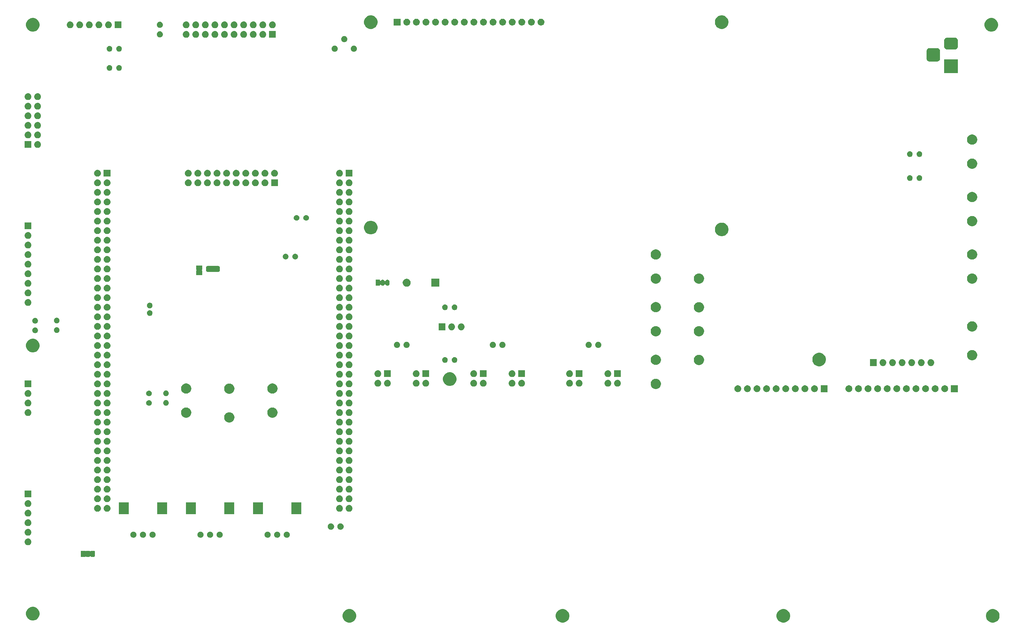
<source format=gbr>
G04 #@! TF.GenerationSoftware,KiCad,Pcbnew,(5.1.2)-1*
G04 #@! TF.CreationDate,2019-06-24T23:23:43+09:00*
G04 #@! TF.ProjectId,STM32F4____,53544d33-3246-4341-9c1c-f4dc2e6b6963,rev?*
G04 #@! TF.SameCoordinates,PXa57dbf49PYb7601c90*
G04 #@! TF.FileFunction,Soldermask,Bot*
G04 #@! TF.FilePolarity,Negative*
%FSLAX46Y46*%
G04 Gerber Fmt 4.6, Leading zero omitted, Abs format (unit mm)*
G04 Created by KiCad (PCBNEW (5.1.2)-1) date 2019-06-24 23:23:43*
%MOMM*%
%LPD*%
G04 APERTURE LIST*
%ADD10C,0.100000*%
G04 APERTURE END LIST*
D10*
G36*
X1796261018Y-1402706211D02*
G01*
X1796588779Y-1402841974D01*
X1796883757Y-1403039072D01*
X1797134615Y-1403289930D01*
X1797331713Y-1403584908D01*
X1797467476Y-1403912669D01*
X1797536687Y-1404260616D01*
X1797536687Y-1404615384D01*
X1797467476Y-1404963331D01*
X1797331713Y-1405291092D01*
X1797134615Y-1405586070D01*
X1796883757Y-1405836928D01*
X1796588779Y-1406034026D01*
X1796261018Y-1406169789D01*
X1795913071Y-1406239000D01*
X1795558303Y-1406239000D01*
X1795210356Y-1406169789D01*
X1794882595Y-1406034026D01*
X1794587617Y-1405836928D01*
X1794336759Y-1405586070D01*
X1794139661Y-1405291092D01*
X1794003898Y-1404963331D01*
X1793934687Y-1404615384D01*
X1793934687Y-1404260616D01*
X1794003898Y-1403912669D01*
X1794139661Y-1403584908D01*
X1794336759Y-1403289930D01*
X1794587617Y-1403039072D01*
X1794882595Y-1402841974D01*
X1795210356Y-1402706211D01*
X1795558303Y-1402637000D01*
X1795913071Y-1402637000D01*
X1796261018Y-1402706211D01*
X1796261018Y-1402706211D01*
G37*
G36*
X1740761018Y-1402706211D02*
G01*
X1741088779Y-1402841974D01*
X1741383757Y-1403039072D01*
X1741634615Y-1403289930D01*
X1741831713Y-1403584908D01*
X1741967476Y-1403912669D01*
X1742036687Y-1404260616D01*
X1742036687Y-1404615384D01*
X1741967476Y-1404963331D01*
X1741831713Y-1405291092D01*
X1741634615Y-1405586070D01*
X1741383757Y-1405836928D01*
X1741088779Y-1406034026D01*
X1740761018Y-1406169789D01*
X1740413071Y-1406239000D01*
X1740058303Y-1406239000D01*
X1739710356Y-1406169789D01*
X1739382595Y-1406034026D01*
X1739087617Y-1405836928D01*
X1738836759Y-1405586070D01*
X1738639661Y-1405291092D01*
X1738503898Y-1404963331D01*
X1738434687Y-1404615384D01*
X1738434687Y-1404260616D01*
X1738503898Y-1403912669D01*
X1738639661Y-1403584908D01*
X1738836759Y-1403289930D01*
X1739087617Y-1403039072D01*
X1739382595Y-1402841974D01*
X1739710356Y-1402706211D01*
X1740058303Y-1402637000D01*
X1740413071Y-1402637000D01*
X1740761018Y-1402706211D01*
X1740761018Y-1402706211D01*
G37*
G36*
X1682261018Y-1402706211D02*
G01*
X1682588779Y-1402841974D01*
X1682883757Y-1403039072D01*
X1683134615Y-1403289930D01*
X1683331713Y-1403584908D01*
X1683467476Y-1403912669D01*
X1683536687Y-1404260616D01*
X1683536687Y-1404615384D01*
X1683467476Y-1404963331D01*
X1683331713Y-1405291092D01*
X1683134615Y-1405586070D01*
X1682883757Y-1405836928D01*
X1682588779Y-1406034026D01*
X1682261018Y-1406169789D01*
X1681913071Y-1406239000D01*
X1681558303Y-1406239000D01*
X1681210356Y-1406169789D01*
X1680882595Y-1406034026D01*
X1680587617Y-1405836928D01*
X1680336759Y-1405586070D01*
X1680139661Y-1405291092D01*
X1680003898Y-1404963331D01*
X1679934687Y-1404615384D01*
X1679934687Y-1404260616D01*
X1680003898Y-1403912669D01*
X1680139661Y-1403584908D01*
X1680336759Y-1403289930D01*
X1680587617Y-1403039072D01*
X1680882595Y-1402841974D01*
X1681210356Y-1402706211D01*
X1681558303Y-1402637000D01*
X1681913071Y-1402637000D01*
X1682261018Y-1402706211D01*
X1682261018Y-1402706211D01*
G37*
G36*
X1625761018Y-1402706211D02*
G01*
X1626088779Y-1402841974D01*
X1626383757Y-1403039072D01*
X1626634615Y-1403289930D01*
X1626831713Y-1403584908D01*
X1626967476Y-1403912669D01*
X1627036687Y-1404260616D01*
X1627036687Y-1404615384D01*
X1626967476Y-1404963331D01*
X1626831713Y-1405291092D01*
X1626634615Y-1405586070D01*
X1626383757Y-1405836928D01*
X1626088779Y-1406034026D01*
X1625761018Y-1406169789D01*
X1625413071Y-1406239000D01*
X1625058303Y-1406239000D01*
X1624710356Y-1406169789D01*
X1624382595Y-1406034026D01*
X1624087617Y-1405836928D01*
X1623836759Y-1405586070D01*
X1623639661Y-1405291092D01*
X1623503898Y-1404963331D01*
X1623434687Y-1404615384D01*
X1623434687Y-1404260616D01*
X1623503898Y-1403912669D01*
X1623639661Y-1403584908D01*
X1623836759Y-1403289930D01*
X1624087617Y-1403039072D01*
X1624382595Y-1402841974D01*
X1624710356Y-1402706211D01*
X1625058303Y-1402637000D01*
X1625413071Y-1402637000D01*
X1625761018Y-1402706211D01*
X1625761018Y-1402706211D01*
G37*
G36*
X1541871018Y-1402126211D02*
G01*
X1542198779Y-1402261974D01*
X1542493757Y-1402459072D01*
X1542744615Y-1402709930D01*
X1542941713Y-1403004908D01*
X1543077476Y-1403332669D01*
X1543146687Y-1403680616D01*
X1543146687Y-1404035384D01*
X1543077476Y-1404383331D01*
X1542941713Y-1404711092D01*
X1542744615Y-1405006070D01*
X1542493757Y-1405256928D01*
X1542198779Y-1405454026D01*
X1541871018Y-1405589789D01*
X1541523071Y-1405659000D01*
X1541168303Y-1405659000D01*
X1540820356Y-1405589789D01*
X1540492595Y-1405454026D01*
X1540197617Y-1405256928D01*
X1539946759Y-1405006070D01*
X1539749661Y-1404711092D01*
X1539613898Y-1404383331D01*
X1539544687Y-1404035384D01*
X1539544687Y-1403680616D01*
X1539613898Y-1403332669D01*
X1539749661Y-1403004908D01*
X1539946759Y-1402709930D01*
X1540197617Y-1402459072D01*
X1540492595Y-1402261974D01*
X1540820356Y-1402126211D01*
X1541168303Y-1402057000D01*
X1541523071Y-1402057000D01*
X1541871018Y-1402126211D01*
X1541871018Y-1402126211D01*
G37*
G36*
X1555266202Y-1387183417D02*
G01*
X1555277753Y-1387205028D01*
X1555293298Y-1387223970D01*
X1555312240Y-1387239515D01*
X1555333851Y-1387251066D01*
X1555357300Y-1387258179D01*
X1555381686Y-1387260581D01*
X1555406072Y-1387258179D01*
X1555429521Y-1387251066D01*
X1555451132Y-1387239515D01*
X1555460985Y-1387232207D01*
X1555475243Y-1387220506D01*
X1555514121Y-1387199725D01*
X1555556314Y-1387186926D01*
X1555606328Y-1387182000D01*
X1556295046Y-1387182000D01*
X1556345060Y-1387186926D01*
X1556387253Y-1387199725D01*
X1556426131Y-1387220506D01*
X1556460212Y-1387248475D01*
X1556489062Y-1387283629D01*
X1556506389Y-1387300956D01*
X1556526763Y-1387314569D01*
X1556549402Y-1387323947D01*
X1556573435Y-1387328727D01*
X1556597940Y-1387328727D01*
X1556621973Y-1387323946D01*
X1556644612Y-1387314569D01*
X1556664986Y-1387300955D01*
X1556682312Y-1387283629D01*
X1556711162Y-1387248475D01*
X1556745243Y-1387220506D01*
X1556784121Y-1387199725D01*
X1556826314Y-1387186926D01*
X1556876328Y-1387182000D01*
X1557565046Y-1387182000D01*
X1557615060Y-1387186926D01*
X1557657253Y-1387199725D01*
X1557696131Y-1387220506D01*
X1557730212Y-1387248475D01*
X1557758181Y-1387282556D01*
X1557778962Y-1387321434D01*
X1557791761Y-1387363627D01*
X1557796687Y-1387413641D01*
X1557796687Y-1388552359D01*
X1557791761Y-1388602373D01*
X1557778962Y-1388644566D01*
X1557758181Y-1388683444D01*
X1557730212Y-1388717525D01*
X1557696131Y-1388745494D01*
X1557657253Y-1388766275D01*
X1557615060Y-1388779074D01*
X1557565046Y-1388784000D01*
X1556876328Y-1388784000D01*
X1556826314Y-1388779074D01*
X1556784121Y-1388766275D01*
X1556745243Y-1388745494D01*
X1556711162Y-1388717525D01*
X1556682312Y-1388682371D01*
X1556664985Y-1388665044D01*
X1556644611Y-1388651431D01*
X1556621972Y-1388642053D01*
X1556597939Y-1388637273D01*
X1556573434Y-1388637273D01*
X1556549401Y-1388642054D01*
X1556526762Y-1388651431D01*
X1556506388Y-1388665045D01*
X1556489062Y-1388682371D01*
X1556460212Y-1388717525D01*
X1556426131Y-1388745494D01*
X1556387253Y-1388766275D01*
X1556345060Y-1388779074D01*
X1556295046Y-1388784000D01*
X1555606328Y-1388784000D01*
X1555556314Y-1388779074D01*
X1555514121Y-1388766275D01*
X1555475243Y-1388745494D01*
X1555460985Y-1388733793D01*
X1555440611Y-1388720179D01*
X1555417972Y-1388710802D01*
X1555393939Y-1388706021D01*
X1555369435Y-1388706021D01*
X1555345401Y-1388710801D01*
X1555322762Y-1388720178D01*
X1555302388Y-1388733792D01*
X1555285061Y-1388751119D01*
X1555271447Y-1388771493D01*
X1555266267Y-1388784000D01*
X1554104687Y-1388784000D01*
X1554104687Y-1387182000D01*
X1555265772Y-1387182000D01*
X1555266202Y-1387183417D01*
X1555266202Y-1387183417D01*
G37*
G36*
X1540186130Y-1383913519D02*
G01*
X1540252314Y-1383920037D01*
X1540422153Y-1383971557D01*
X1540578678Y-1384055222D01*
X1540614416Y-1384084552D01*
X1540715873Y-1384167814D01*
X1540799135Y-1384269271D01*
X1540828465Y-1384305009D01*
X1540912130Y-1384461534D01*
X1540963650Y-1384631373D01*
X1540981046Y-1384808000D01*
X1540963650Y-1384984627D01*
X1540912130Y-1385154466D01*
X1540828465Y-1385310991D01*
X1540799135Y-1385346729D01*
X1540715873Y-1385448186D01*
X1540614416Y-1385531448D01*
X1540578678Y-1385560778D01*
X1540422153Y-1385644443D01*
X1540252314Y-1385695963D01*
X1540186129Y-1385702482D01*
X1540119947Y-1385709000D01*
X1540031427Y-1385709000D01*
X1539965245Y-1385702482D01*
X1539899060Y-1385695963D01*
X1539729221Y-1385644443D01*
X1539572696Y-1385560778D01*
X1539536958Y-1385531448D01*
X1539435501Y-1385448186D01*
X1539352239Y-1385346729D01*
X1539322909Y-1385310991D01*
X1539239244Y-1385154466D01*
X1539187724Y-1384984627D01*
X1539170328Y-1384808000D01*
X1539187724Y-1384631373D01*
X1539239244Y-1384461534D01*
X1539322909Y-1384305009D01*
X1539352239Y-1384269271D01*
X1539435501Y-1384167814D01*
X1539536958Y-1384084552D01*
X1539572696Y-1384055222D01*
X1539729221Y-1383971557D01*
X1539899060Y-1383920037D01*
X1539965244Y-1383913519D01*
X1540031427Y-1383907000D01*
X1540119947Y-1383907000D01*
X1540186130Y-1383913519D01*
X1540186130Y-1383913519D01*
G37*
G36*
X1586032829Y-1382121242D02*
G01*
X1586180788Y-1382182529D01*
X1586313942Y-1382271499D01*
X1586427188Y-1382384745D01*
X1586516158Y-1382517899D01*
X1586577445Y-1382665858D01*
X1586608687Y-1382822925D01*
X1586608687Y-1382983075D01*
X1586577445Y-1383140142D01*
X1586516158Y-1383288101D01*
X1586427188Y-1383421255D01*
X1586313942Y-1383534501D01*
X1586180788Y-1383623471D01*
X1586032829Y-1383684758D01*
X1585875762Y-1383716000D01*
X1585715612Y-1383716000D01*
X1585558545Y-1383684758D01*
X1585410586Y-1383623471D01*
X1585277432Y-1383534501D01*
X1585164186Y-1383421255D01*
X1585075216Y-1383288101D01*
X1585013929Y-1383140142D01*
X1584982687Y-1382983075D01*
X1584982687Y-1382822925D01*
X1585013929Y-1382665858D01*
X1585075216Y-1382517899D01*
X1585164186Y-1382384745D01*
X1585277432Y-1382271499D01*
X1585410586Y-1382182529D01*
X1585558545Y-1382121242D01*
X1585715612Y-1382090000D01*
X1585875762Y-1382090000D01*
X1586032829Y-1382121242D01*
X1586032829Y-1382121242D01*
G37*
G36*
X1568252829Y-1382121242D02*
G01*
X1568400788Y-1382182529D01*
X1568533942Y-1382271499D01*
X1568647188Y-1382384745D01*
X1568736158Y-1382517899D01*
X1568797445Y-1382665858D01*
X1568828687Y-1382822925D01*
X1568828687Y-1382983075D01*
X1568797445Y-1383140142D01*
X1568736158Y-1383288101D01*
X1568647188Y-1383421255D01*
X1568533942Y-1383534501D01*
X1568400788Y-1383623471D01*
X1568252829Y-1383684758D01*
X1568095762Y-1383716000D01*
X1567935612Y-1383716000D01*
X1567778545Y-1383684758D01*
X1567630586Y-1383623471D01*
X1567497432Y-1383534501D01*
X1567384186Y-1383421255D01*
X1567295216Y-1383288101D01*
X1567233929Y-1383140142D01*
X1567202687Y-1382983075D01*
X1567202687Y-1382822925D01*
X1567233929Y-1382665858D01*
X1567295216Y-1382517899D01*
X1567384186Y-1382384745D01*
X1567497432Y-1382271499D01*
X1567630586Y-1382182529D01*
X1567778545Y-1382121242D01*
X1567935612Y-1382090000D01*
X1568095762Y-1382090000D01*
X1568252829Y-1382121242D01*
X1568252829Y-1382121242D01*
G37*
G36*
X1570792829Y-1382121242D02*
G01*
X1570940788Y-1382182529D01*
X1571073942Y-1382271499D01*
X1571187188Y-1382384745D01*
X1571276158Y-1382517899D01*
X1571337445Y-1382665858D01*
X1571368687Y-1382822925D01*
X1571368687Y-1382983075D01*
X1571337445Y-1383140142D01*
X1571276158Y-1383288101D01*
X1571187188Y-1383421255D01*
X1571073942Y-1383534501D01*
X1570940788Y-1383623471D01*
X1570792829Y-1383684758D01*
X1570635762Y-1383716000D01*
X1570475612Y-1383716000D01*
X1570318545Y-1383684758D01*
X1570170586Y-1383623471D01*
X1570037432Y-1383534501D01*
X1569924186Y-1383421255D01*
X1569835216Y-1383288101D01*
X1569773929Y-1383140142D01*
X1569742687Y-1382983075D01*
X1569742687Y-1382822925D01*
X1569773929Y-1382665858D01*
X1569835216Y-1382517899D01*
X1569924186Y-1382384745D01*
X1570037432Y-1382271499D01*
X1570170586Y-1382182529D01*
X1570318545Y-1382121242D01*
X1570475612Y-1382090000D01*
X1570635762Y-1382090000D01*
X1570792829Y-1382121242D01*
X1570792829Y-1382121242D01*
G37*
G36*
X1573332829Y-1382121242D02*
G01*
X1573480788Y-1382182529D01*
X1573613942Y-1382271499D01*
X1573727188Y-1382384745D01*
X1573816158Y-1382517899D01*
X1573877445Y-1382665858D01*
X1573908687Y-1382822925D01*
X1573908687Y-1382983075D01*
X1573877445Y-1383140142D01*
X1573816158Y-1383288101D01*
X1573727188Y-1383421255D01*
X1573613942Y-1383534501D01*
X1573480788Y-1383623471D01*
X1573332829Y-1383684758D01*
X1573175762Y-1383716000D01*
X1573015612Y-1383716000D01*
X1572858545Y-1383684758D01*
X1572710586Y-1383623471D01*
X1572577432Y-1383534501D01*
X1572464186Y-1383421255D01*
X1572375216Y-1383288101D01*
X1572313929Y-1383140142D01*
X1572282687Y-1382983075D01*
X1572282687Y-1382822925D01*
X1572313929Y-1382665858D01*
X1572375216Y-1382517899D01*
X1572464186Y-1382384745D01*
X1572577432Y-1382271499D01*
X1572710586Y-1382182529D01*
X1572858545Y-1382121242D01*
X1573015612Y-1382090000D01*
X1573175762Y-1382090000D01*
X1573332829Y-1382121242D01*
X1573332829Y-1382121242D01*
G37*
G36*
X1591112829Y-1382121242D02*
G01*
X1591260788Y-1382182529D01*
X1591393942Y-1382271499D01*
X1591507188Y-1382384745D01*
X1591596158Y-1382517899D01*
X1591657445Y-1382665858D01*
X1591688687Y-1382822925D01*
X1591688687Y-1382983075D01*
X1591657445Y-1383140142D01*
X1591596158Y-1383288101D01*
X1591507188Y-1383421255D01*
X1591393942Y-1383534501D01*
X1591260788Y-1383623471D01*
X1591112829Y-1383684758D01*
X1590955762Y-1383716000D01*
X1590795612Y-1383716000D01*
X1590638545Y-1383684758D01*
X1590490586Y-1383623471D01*
X1590357432Y-1383534501D01*
X1590244186Y-1383421255D01*
X1590155216Y-1383288101D01*
X1590093929Y-1383140142D01*
X1590062687Y-1382983075D01*
X1590062687Y-1382822925D01*
X1590093929Y-1382665858D01*
X1590155216Y-1382517899D01*
X1590244186Y-1382384745D01*
X1590357432Y-1382271499D01*
X1590490586Y-1382182529D01*
X1590638545Y-1382121242D01*
X1590795612Y-1382090000D01*
X1590955762Y-1382090000D01*
X1591112829Y-1382121242D01*
X1591112829Y-1382121242D01*
G37*
G36*
X1603812829Y-1382121242D02*
G01*
X1603960788Y-1382182529D01*
X1604093942Y-1382271499D01*
X1604207188Y-1382384745D01*
X1604296158Y-1382517899D01*
X1604357445Y-1382665858D01*
X1604388687Y-1382822925D01*
X1604388687Y-1382983075D01*
X1604357445Y-1383140142D01*
X1604296158Y-1383288101D01*
X1604207188Y-1383421255D01*
X1604093942Y-1383534501D01*
X1603960788Y-1383623471D01*
X1603812829Y-1383684758D01*
X1603655762Y-1383716000D01*
X1603495612Y-1383716000D01*
X1603338545Y-1383684758D01*
X1603190586Y-1383623471D01*
X1603057432Y-1383534501D01*
X1602944186Y-1383421255D01*
X1602855216Y-1383288101D01*
X1602793929Y-1383140142D01*
X1602762687Y-1382983075D01*
X1602762687Y-1382822925D01*
X1602793929Y-1382665858D01*
X1602855216Y-1382517899D01*
X1602944186Y-1382384745D01*
X1603057432Y-1382271499D01*
X1603190586Y-1382182529D01*
X1603338545Y-1382121242D01*
X1603495612Y-1382090000D01*
X1603655762Y-1382090000D01*
X1603812829Y-1382121242D01*
X1603812829Y-1382121242D01*
G37*
G36*
X1606352829Y-1382121242D02*
G01*
X1606500788Y-1382182529D01*
X1606633942Y-1382271499D01*
X1606747188Y-1382384745D01*
X1606836158Y-1382517899D01*
X1606897445Y-1382665858D01*
X1606928687Y-1382822925D01*
X1606928687Y-1382983075D01*
X1606897445Y-1383140142D01*
X1606836158Y-1383288101D01*
X1606747188Y-1383421255D01*
X1606633942Y-1383534501D01*
X1606500788Y-1383623471D01*
X1606352829Y-1383684758D01*
X1606195762Y-1383716000D01*
X1606035612Y-1383716000D01*
X1605878545Y-1383684758D01*
X1605730586Y-1383623471D01*
X1605597432Y-1383534501D01*
X1605484186Y-1383421255D01*
X1605395216Y-1383288101D01*
X1605333929Y-1383140142D01*
X1605302687Y-1382983075D01*
X1605302687Y-1382822925D01*
X1605333929Y-1382665858D01*
X1605395216Y-1382517899D01*
X1605484186Y-1382384745D01*
X1605597432Y-1382271499D01*
X1605730586Y-1382182529D01*
X1605878545Y-1382121242D01*
X1606035612Y-1382090000D01*
X1606195762Y-1382090000D01*
X1606352829Y-1382121242D01*
X1606352829Y-1382121242D01*
G37*
G36*
X1608892829Y-1382121242D02*
G01*
X1609040788Y-1382182529D01*
X1609173942Y-1382271499D01*
X1609287188Y-1382384745D01*
X1609376158Y-1382517899D01*
X1609437445Y-1382665858D01*
X1609468687Y-1382822925D01*
X1609468687Y-1382983075D01*
X1609437445Y-1383140142D01*
X1609376158Y-1383288101D01*
X1609287188Y-1383421255D01*
X1609173942Y-1383534501D01*
X1609040788Y-1383623471D01*
X1608892829Y-1383684758D01*
X1608735762Y-1383716000D01*
X1608575612Y-1383716000D01*
X1608418545Y-1383684758D01*
X1608270586Y-1383623471D01*
X1608137432Y-1383534501D01*
X1608024186Y-1383421255D01*
X1607935216Y-1383288101D01*
X1607873929Y-1383140142D01*
X1607842687Y-1382983075D01*
X1607842687Y-1382822925D01*
X1607873929Y-1382665858D01*
X1607935216Y-1382517899D01*
X1608024186Y-1382384745D01*
X1608137432Y-1382271499D01*
X1608270586Y-1382182529D01*
X1608418545Y-1382121242D01*
X1608575612Y-1382090000D01*
X1608735762Y-1382090000D01*
X1608892829Y-1382121242D01*
X1608892829Y-1382121242D01*
G37*
G36*
X1588572829Y-1382121242D02*
G01*
X1588720788Y-1382182529D01*
X1588853942Y-1382271499D01*
X1588967188Y-1382384745D01*
X1589056158Y-1382517899D01*
X1589117445Y-1382665858D01*
X1589148687Y-1382822925D01*
X1589148687Y-1382983075D01*
X1589117445Y-1383140142D01*
X1589056158Y-1383288101D01*
X1588967188Y-1383421255D01*
X1588853942Y-1383534501D01*
X1588720788Y-1383623471D01*
X1588572829Y-1383684758D01*
X1588415762Y-1383716000D01*
X1588255612Y-1383716000D01*
X1588098545Y-1383684758D01*
X1587950586Y-1383623471D01*
X1587817432Y-1383534501D01*
X1587704186Y-1383421255D01*
X1587615216Y-1383288101D01*
X1587553929Y-1383140142D01*
X1587522687Y-1382983075D01*
X1587522687Y-1382822925D01*
X1587553929Y-1382665858D01*
X1587615216Y-1382517899D01*
X1587704186Y-1382384745D01*
X1587817432Y-1382271499D01*
X1587950586Y-1382182529D01*
X1588098545Y-1382121242D01*
X1588255612Y-1382090000D01*
X1588415762Y-1382090000D01*
X1588572829Y-1382121242D01*
X1588572829Y-1382121242D01*
G37*
G36*
X1540186129Y-1381373518D02*
G01*
X1540252314Y-1381380037D01*
X1540422153Y-1381431557D01*
X1540578678Y-1381515222D01*
X1540614416Y-1381544552D01*
X1540715873Y-1381627814D01*
X1540799135Y-1381729271D01*
X1540828465Y-1381765009D01*
X1540912130Y-1381921534D01*
X1540963650Y-1382091373D01*
X1540981046Y-1382268000D01*
X1540963650Y-1382444627D01*
X1540912130Y-1382614466D01*
X1540828465Y-1382770991D01*
X1540799135Y-1382806729D01*
X1540715873Y-1382908186D01*
X1540624620Y-1382983074D01*
X1540578678Y-1383020778D01*
X1540422153Y-1383104443D01*
X1540252314Y-1383155963D01*
X1540186130Y-1383162481D01*
X1540119947Y-1383169000D01*
X1540031427Y-1383169000D01*
X1539965244Y-1383162481D01*
X1539899060Y-1383155963D01*
X1539729221Y-1383104443D01*
X1539572696Y-1383020778D01*
X1539526754Y-1382983074D01*
X1539435501Y-1382908186D01*
X1539352239Y-1382806729D01*
X1539322909Y-1382770991D01*
X1539239244Y-1382614466D01*
X1539187724Y-1382444627D01*
X1539170328Y-1382268000D01*
X1539187724Y-1382091373D01*
X1539239244Y-1381921534D01*
X1539322909Y-1381765009D01*
X1539352239Y-1381729271D01*
X1539435501Y-1381627814D01*
X1539536958Y-1381544552D01*
X1539572696Y-1381515222D01*
X1539729221Y-1381431557D01*
X1539899060Y-1381380037D01*
X1539965245Y-1381373518D01*
X1540031427Y-1381367000D01*
X1540119947Y-1381367000D01*
X1540186129Y-1381373518D01*
X1540186129Y-1381373518D01*
G37*
G36*
X1620587915Y-1379925703D02*
G01*
X1620742787Y-1379989853D01*
X1620882168Y-1380082985D01*
X1621000702Y-1380201519D01*
X1621093834Y-1380340900D01*
X1621157984Y-1380495772D01*
X1621190687Y-1380660184D01*
X1621190687Y-1380827816D01*
X1621157984Y-1380992228D01*
X1621093834Y-1381147100D01*
X1621000702Y-1381286481D01*
X1620882168Y-1381405015D01*
X1620742787Y-1381498147D01*
X1620587915Y-1381562297D01*
X1620423503Y-1381595000D01*
X1620255871Y-1381595000D01*
X1620091459Y-1381562297D01*
X1619936587Y-1381498147D01*
X1619797206Y-1381405015D01*
X1619678672Y-1381286481D01*
X1619585540Y-1381147100D01*
X1619521390Y-1380992228D01*
X1619488687Y-1380827816D01*
X1619488687Y-1380660184D01*
X1619521390Y-1380495772D01*
X1619585540Y-1380340900D01*
X1619678672Y-1380201519D01*
X1619797206Y-1380082985D01*
X1619936587Y-1379989853D01*
X1620091459Y-1379925703D01*
X1620255871Y-1379893000D01*
X1620423503Y-1379893000D01*
X1620587915Y-1379925703D01*
X1620587915Y-1379925703D01*
G37*
G36*
X1623127915Y-1379925703D02*
G01*
X1623282787Y-1379989853D01*
X1623422168Y-1380082985D01*
X1623540702Y-1380201519D01*
X1623633834Y-1380340900D01*
X1623697984Y-1380495772D01*
X1623730687Y-1380660184D01*
X1623730687Y-1380827816D01*
X1623697984Y-1380992228D01*
X1623633834Y-1381147100D01*
X1623540702Y-1381286481D01*
X1623422168Y-1381405015D01*
X1623282787Y-1381498147D01*
X1623127915Y-1381562297D01*
X1622963503Y-1381595000D01*
X1622795871Y-1381595000D01*
X1622631459Y-1381562297D01*
X1622476587Y-1381498147D01*
X1622337206Y-1381405015D01*
X1622218672Y-1381286481D01*
X1622125540Y-1381147100D01*
X1622061390Y-1380992228D01*
X1622028687Y-1380827816D01*
X1622028687Y-1380660184D01*
X1622061390Y-1380495772D01*
X1622125540Y-1380340900D01*
X1622218672Y-1380201519D01*
X1622337206Y-1380082985D01*
X1622476587Y-1379989853D01*
X1622631459Y-1379925703D01*
X1622795871Y-1379893000D01*
X1622963503Y-1379893000D01*
X1623127915Y-1379925703D01*
X1623127915Y-1379925703D01*
G37*
G36*
X1540186130Y-1378833519D02*
G01*
X1540252314Y-1378840037D01*
X1540422153Y-1378891557D01*
X1540578678Y-1378975222D01*
X1540614416Y-1379004552D01*
X1540715873Y-1379087814D01*
X1540799135Y-1379189271D01*
X1540828465Y-1379225009D01*
X1540912130Y-1379381534D01*
X1540963650Y-1379551373D01*
X1540981046Y-1379728000D01*
X1540963650Y-1379904627D01*
X1540937797Y-1379989852D01*
X1540912129Y-1380074468D01*
X1540870297Y-1380152729D01*
X1540828465Y-1380230991D01*
X1540799135Y-1380266729D01*
X1540715873Y-1380368186D01*
X1540614416Y-1380451448D01*
X1540578678Y-1380480778D01*
X1540422153Y-1380564443D01*
X1540252314Y-1380615963D01*
X1540186130Y-1380622481D01*
X1540119947Y-1380629000D01*
X1540031427Y-1380629000D01*
X1539965244Y-1380622481D01*
X1539899060Y-1380615963D01*
X1539729221Y-1380564443D01*
X1539572696Y-1380480778D01*
X1539536958Y-1380451448D01*
X1539435501Y-1380368186D01*
X1539352239Y-1380266729D01*
X1539322909Y-1380230991D01*
X1539281077Y-1380152729D01*
X1539239245Y-1380074468D01*
X1539213577Y-1379989852D01*
X1539187724Y-1379904627D01*
X1539170328Y-1379728000D01*
X1539187724Y-1379551373D01*
X1539239244Y-1379381534D01*
X1539322909Y-1379225009D01*
X1539352239Y-1379189271D01*
X1539435501Y-1379087814D01*
X1539536958Y-1379004552D01*
X1539572696Y-1378975222D01*
X1539729221Y-1378891557D01*
X1539899060Y-1378840037D01*
X1539965244Y-1378833519D01*
X1540031427Y-1378827000D01*
X1540119947Y-1378827000D01*
X1540186130Y-1378833519D01*
X1540186130Y-1378833519D01*
G37*
G36*
X1540186130Y-1376293519D02*
G01*
X1540252314Y-1376300037D01*
X1540422153Y-1376351557D01*
X1540578678Y-1376435222D01*
X1540614416Y-1376464552D01*
X1540715873Y-1376547814D01*
X1540799135Y-1376649271D01*
X1540828465Y-1376685009D01*
X1540912130Y-1376841534D01*
X1540963650Y-1377011373D01*
X1540981046Y-1377188000D01*
X1540963650Y-1377364627D01*
X1540912130Y-1377534466D01*
X1540828465Y-1377690991D01*
X1540799135Y-1377726729D01*
X1540715873Y-1377828186D01*
X1540614416Y-1377911448D01*
X1540578678Y-1377940778D01*
X1540422153Y-1378024443D01*
X1540252314Y-1378075963D01*
X1540186129Y-1378082482D01*
X1540119947Y-1378089000D01*
X1540031427Y-1378089000D01*
X1539965245Y-1378082482D01*
X1539899060Y-1378075963D01*
X1539729221Y-1378024443D01*
X1539572696Y-1377940778D01*
X1539536958Y-1377911448D01*
X1539435501Y-1377828186D01*
X1539352239Y-1377726729D01*
X1539322909Y-1377690991D01*
X1539239244Y-1377534466D01*
X1539187724Y-1377364627D01*
X1539170328Y-1377188000D01*
X1539187724Y-1377011373D01*
X1539239244Y-1376841534D01*
X1539322909Y-1376685009D01*
X1539352239Y-1376649271D01*
X1539435501Y-1376547814D01*
X1539536958Y-1376464552D01*
X1539572696Y-1376435222D01*
X1539729221Y-1376351557D01*
X1539899060Y-1376300037D01*
X1539965244Y-1376293519D01*
X1540031427Y-1376287000D01*
X1540119947Y-1376287000D01*
X1540186130Y-1376293519D01*
X1540186130Y-1376293519D01*
G37*
G36*
X1602336687Y-1377469000D02*
G01*
X1599734687Y-1377469000D01*
X1599734687Y-1374367000D01*
X1602336687Y-1374367000D01*
X1602336687Y-1377469000D01*
X1602336687Y-1377469000D01*
G37*
G36*
X1612496687Y-1377469000D02*
G01*
X1609894687Y-1377469000D01*
X1609894687Y-1374367000D01*
X1612496687Y-1374367000D01*
X1612496687Y-1377469000D01*
X1612496687Y-1377469000D01*
G37*
G36*
X1584556687Y-1377469000D02*
G01*
X1581954687Y-1377469000D01*
X1581954687Y-1374367000D01*
X1584556687Y-1374367000D01*
X1584556687Y-1377469000D01*
X1584556687Y-1377469000D01*
G37*
G36*
X1566776687Y-1377469000D02*
G01*
X1564174687Y-1377469000D01*
X1564174687Y-1374367000D01*
X1566776687Y-1374367000D01*
X1566776687Y-1377469000D01*
X1566776687Y-1377469000D01*
G37*
G36*
X1576936687Y-1377469000D02*
G01*
X1574334687Y-1377469000D01*
X1574334687Y-1374367000D01*
X1576936687Y-1374367000D01*
X1576936687Y-1377469000D01*
X1576936687Y-1377469000D01*
G37*
G36*
X1594716687Y-1377469000D02*
G01*
X1592114687Y-1377469000D01*
X1592114687Y-1374367000D01*
X1594716687Y-1374367000D01*
X1594716687Y-1377469000D01*
X1594716687Y-1377469000D01*
G37*
G36*
X1622736130Y-1375023519D02*
G01*
X1622802314Y-1375030037D01*
X1622972153Y-1375081557D01*
X1623128678Y-1375165222D01*
X1623164416Y-1375194552D01*
X1623265873Y-1375277814D01*
X1623349135Y-1375379271D01*
X1623378465Y-1375415009D01*
X1623462130Y-1375571534D01*
X1623513650Y-1375741373D01*
X1623531046Y-1375918000D01*
X1623513650Y-1376094627D01*
X1623462130Y-1376264466D01*
X1623378465Y-1376420991D01*
X1623349135Y-1376456729D01*
X1623265873Y-1376558186D01*
X1623164416Y-1376641448D01*
X1623128678Y-1376670778D01*
X1622972153Y-1376754443D01*
X1622802314Y-1376805963D01*
X1622736129Y-1376812482D01*
X1622669947Y-1376819000D01*
X1622581427Y-1376819000D01*
X1622515245Y-1376812482D01*
X1622449060Y-1376805963D01*
X1622279221Y-1376754443D01*
X1622122696Y-1376670778D01*
X1622086958Y-1376641448D01*
X1621985501Y-1376558186D01*
X1621902239Y-1376456729D01*
X1621872909Y-1376420991D01*
X1621789244Y-1376264466D01*
X1621737724Y-1376094627D01*
X1621720328Y-1375918000D01*
X1621737724Y-1375741373D01*
X1621789244Y-1375571534D01*
X1621872909Y-1375415009D01*
X1621902239Y-1375379271D01*
X1621985501Y-1375277814D01*
X1622086958Y-1375194552D01*
X1622122696Y-1375165222D01*
X1622279221Y-1375081557D01*
X1622449060Y-1375030037D01*
X1622515244Y-1375023519D01*
X1622581427Y-1375017000D01*
X1622669947Y-1375017000D01*
X1622736130Y-1375023519D01*
X1622736130Y-1375023519D01*
G37*
G36*
X1625276130Y-1375023519D02*
G01*
X1625342314Y-1375030037D01*
X1625512153Y-1375081557D01*
X1625668678Y-1375165222D01*
X1625704416Y-1375194552D01*
X1625805873Y-1375277814D01*
X1625889135Y-1375379271D01*
X1625918465Y-1375415009D01*
X1626002130Y-1375571534D01*
X1626053650Y-1375741373D01*
X1626071046Y-1375918000D01*
X1626053650Y-1376094627D01*
X1626002130Y-1376264466D01*
X1625918465Y-1376420991D01*
X1625889135Y-1376456729D01*
X1625805873Y-1376558186D01*
X1625704416Y-1376641448D01*
X1625668678Y-1376670778D01*
X1625512153Y-1376754443D01*
X1625342314Y-1376805963D01*
X1625276129Y-1376812482D01*
X1625209947Y-1376819000D01*
X1625121427Y-1376819000D01*
X1625055245Y-1376812482D01*
X1624989060Y-1376805963D01*
X1624819221Y-1376754443D01*
X1624662696Y-1376670778D01*
X1624626958Y-1376641448D01*
X1624525501Y-1376558186D01*
X1624442239Y-1376456729D01*
X1624412909Y-1376420991D01*
X1624329244Y-1376264466D01*
X1624277724Y-1376094627D01*
X1624260328Y-1375918000D01*
X1624277724Y-1375741373D01*
X1624329244Y-1375571534D01*
X1624412909Y-1375415009D01*
X1624442239Y-1375379271D01*
X1624525501Y-1375277814D01*
X1624626958Y-1375194552D01*
X1624662696Y-1375165222D01*
X1624819221Y-1375081557D01*
X1624989060Y-1375030037D01*
X1625055244Y-1375023519D01*
X1625121427Y-1375017000D01*
X1625209947Y-1375017000D01*
X1625276130Y-1375023519D01*
X1625276130Y-1375023519D01*
G37*
G36*
X1561141130Y-1375023519D02*
G01*
X1561207314Y-1375030037D01*
X1561377153Y-1375081557D01*
X1561533678Y-1375165222D01*
X1561569416Y-1375194552D01*
X1561670873Y-1375277814D01*
X1561754135Y-1375379271D01*
X1561783465Y-1375415009D01*
X1561867130Y-1375571534D01*
X1561918650Y-1375741373D01*
X1561936046Y-1375918000D01*
X1561918650Y-1376094627D01*
X1561867130Y-1376264466D01*
X1561783465Y-1376420991D01*
X1561754135Y-1376456729D01*
X1561670873Y-1376558186D01*
X1561569416Y-1376641448D01*
X1561533678Y-1376670778D01*
X1561377153Y-1376754443D01*
X1561207314Y-1376805963D01*
X1561141129Y-1376812482D01*
X1561074947Y-1376819000D01*
X1560986427Y-1376819000D01*
X1560920245Y-1376812482D01*
X1560854060Y-1376805963D01*
X1560684221Y-1376754443D01*
X1560527696Y-1376670778D01*
X1560491958Y-1376641448D01*
X1560390501Y-1376558186D01*
X1560307239Y-1376456729D01*
X1560277909Y-1376420991D01*
X1560194244Y-1376264466D01*
X1560142724Y-1376094627D01*
X1560125328Y-1375918000D01*
X1560142724Y-1375741373D01*
X1560194244Y-1375571534D01*
X1560277909Y-1375415009D01*
X1560307239Y-1375379271D01*
X1560390501Y-1375277814D01*
X1560491958Y-1375194552D01*
X1560527696Y-1375165222D01*
X1560684221Y-1375081557D01*
X1560854060Y-1375030037D01*
X1560920244Y-1375023519D01*
X1560986427Y-1375017000D01*
X1561074947Y-1375017000D01*
X1561141130Y-1375023519D01*
X1561141130Y-1375023519D01*
G37*
G36*
X1558601130Y-1375023519D02*
G01*
X1558667314Y-1375030037D01*
X1558837153Y-1375081557D01*
X1558993678Y-1375165222D01*
X1559029416Y-1375194552D01*
X1559130873Y-1375277814D01*
X1559214135Y-1375379271D01*
X1559243465Y-1375415009D01*
X1559327130Y-1375571534D01*
X1559378650Y-1375741373D01*
X1559396046Y-1375918000D01*
X1559378650Y-1376094627D01*
X1559327130Y-1376264466D01*
X1559243465Y-1376420991D01*
X1559214135Y-1376456729D01*
X1559130873Y-1376558186D01*
X1559029416Y-1376641448D01*
X1558993678Y-1376670778D01*
X1558837153Y-1376754443D01*
X1558667314Y-1376805963D01*
X1558601129Y-1376812482D01*
X1558534947Y-1376819000D01*
X1558446427Y-1376819000D01*
X1558380245Y-1376812482D01*
X1558314060Y-1376805963D01*
X1558144221Y-1376754443D01*
X1557987696Y-1376670778D01*
X1557951958Y-1376641448D01*
X1557850501Y-1376558186D01*
X1557767239Y-1376456729D01*
X1557737909Y-1376420991D01*
X1557654244Y-1376264466D01*
X1557602724Y-1376094627D01*
X1557585328Y-1375918000D01*
X1557602724Y-1375741373D01*
X1557654244Y-1375571534D01*
X1557737909Y-1375415009D01*
X1557767239Y-1375379271D01*
X1557850501Y-1375277814D01*
X1557951958Y-1375194552D01*
X1557987696Y-1375165222D01*
X1558144221Y-1375081557D01*
X1558314060Y-1375030037D01*
X1558380244Y-1375023519D01*
X1558446427Y-1375017000D01*
X1558534947Y-1375017000D01*
X1558601130Y-1375023519D01*
X1558601130Y-1375023519D01*
G37*
G36*
X1540186129Y-1373753518D02*
G01*
X1540252314Y-1373760037D01*
X1540422153Y-1373811557D01*
X1540578678Y-1373895222D01*
X1540614416Y-1373924552D01*
X1540715873Y-1374007814D01*
X1540799135Y-1374109271D01*
X1540828465Y-1374145009D01*
X1540912130Y-1374301534D01*
X1540963650Y-1374471373D01*
X1540981046Y-1374648000D01*
X1540963650Y-1374824627D01*
X1540912130Y-1374994466D01*
X1540828465Y-1375150991D01*
X1540799135Y-1375186729D01*
X1540715873Y-1375288186D01*
X1540614416Y-1375371448D01*
X1540578678Y-1375400778D01*
X1540422153Y-1375484443D01*
X1540252314Y-1375535963D01*
X1540186130Y-1375542481D01*
X1540119947Y-1375549000D01*
X1540031427Y-1375549000D01*
X1539965244Y-1375542481D01*
X1539899060Y-1375535963D01*
X1539729221Y-1375484443D01*
X1539572696Y-1375400778D01*
X1539536958Y-1375371448D01*
X1539435501Y-1375288186D01*
X1539352239Y-1375186729D01*
X1539322909Y-1375150991D01*
X1539239244Y-1374994466D01*
X1539187724Y-1374824627D01*
X1539170328Y-1374648000D01*
X1539187724Y-1374471373D01*
X1539239244Y-1374301534D01*
X1539322909Y-1374145009D01*
X1539352239Y-1374109271D01*
X1539435501Y-1374007814D01*
X1539536958Y-1373924552D01*
X1539572696Y-1373895222D01*
X1539729221Y-1373811557D01*
X1539899060Y-1373760037D01*
X1539965245Y-1373753518D01*
X1540031427Y-1373747000D01*
X1540119947Y-1373747000D01*
X1540186129Y-1373753518D01*
X1540186129Y-1373753518D01*
G37*
G36*
X1622736129Y-1372483518D02*
G01*
X1622802314Y-1372490037D01*
X1622972153Y-1372541557D01*
X1623128678Y-1372625222D01*
X1623164416Y-1372654552D01*
X1623265873Y-1372737814D01*
X1623349135Y-1372839271D01*
X1623378465Y-1372875009D01*
X1623462130Y-1373031534D01*
X1623513650Y-1373201373D01*
X1623531046Y-1373378000D01*
X1623513650Y-1373554627D01*
X1623462130Y-1373724466D01*
X1623378465Y-1373880991D01*
X1623349135Y-1373916729D01*
X1623265873Y-1374018186D01*
X1623164416Y-1374101448D01*
X1623128678Y-1374130778D01*
X1622972153Y-1374214443D01*
X1622802314Y-1374265963D01*
X1622736129Y-1374272482D01*
X1622669947Y-1374279000D01*
X1622581427Y-1374279000D01*
X1622515245Y-1374272482D01*
X1622449060Y-1374265963D01*
X1622279221Y-1374214443D01*
X1622122696Y-1374130778D01*
X1622086958Y-1374101448D01*
X1621985501Y-1374018186D01*
X1621902239Y-1373916729D01*
X1621872909Y-1373880991D01*
X1621789244Y-1373724466D01*
X1621737724Y-1373554627D01*
X1621720328Y-1373378000D01*
X1621737724Y-1373201373D01*
X1621789244Y-1373031534D01*
X1621872909Y-1372875009D01*
X1621902239Y-1372839271D01*
X1621985501Y-1372737814D01*
X1622086958Y-1372654552D01*
X1622122696Y-1372625222D01*
X1622279221Y-1372541557D01*
X1622449060Y-1372490037D01*
X1622515245Y-1372483518D01*
X1622581427Y-1372477000D01*
X1622669947Y-1372477000D01*
X1622736129Y-1372483518D01*
X1622736129Y-1372483518D01*
G37*
G36*
X1625276129Y-1372483518D02*
G01*
X1625342314Y-1372490037D01*
X1625512153Y-1372541557D01*
X1625668678Y-1372625222D01*
X1625704416Y-1372654552D01*
X1625805873Y-1372737814D01*
X1625889135Y-1372839271D01*
X1625918465Y-1372875009D01*
X1626002130Y-1373031534D01*
X1626053650Y-1373201373D01*
X1626071046Y-1373378000D01*
X1626053650Y-1373554627D01*
X1626002130Y-1373724466D01*
X1625918465Y-1373880991D01*
X1625889135Y-1373916729D01*
X1625805873Y-1374018186D01*
X1625704416Y-1374101448D01*
X1625668678Y-1374130778D01*
X1625512153Y-1374214443D01*
X1625342314Y-1374265963D01*
X1625276129Y-1374272482D01*
X1625209947Y-1374279000D01*
X1625121427Y-1374279000D01*
X1625055245Y-1374272482D01*
X1624989060Y-1374265963D01*
X1624819221Y-1374214443D01*
X1624662696Y-1374130778D01*
X1624626958Y-1374101448D01*
X1624525501Y-1374018186D01*
X1624442239Y-1373916729D01*
X1624412909Y-1373880991D01*
X1624329244Y-1373724466D01*
X1624277724Y-1373554627D01*
X1624260328Y-1373378000D01*
X1624277724Y-1373201373D01*
X1624329244Y-1373031534D01*
X1624412909Y-1372875009D01*
X1624442239Y-1372839271D01*
X1624525501Y-1372737814D01*
X1624626958Y-1372654552D01*
X1624662696Y-1372625222D01*
X1624819221Y-1372541557D01*
X1624989060Y-1372490037D01*
X1625055245Y-1372483518D01*
X1625121427Y-1372477000D01*
X1625209947Y-1372477000D01*
X1625276129Y-1372483518D01*
X1625276129Y-1372483518D01*
G37*
G36*
X1561141129Y-1372483518D02*
G01*
X1561207314Y-1372490037D01*
X1561377153Y-1372541557D01*
X1561533678Y-1372625222D01*
X1561569416Y-1372654552D01*
X1561670873Y-1372737814D01*
X1561754135Y-1372839271D01*
X1561783465Y-1372875009D01*
X1561867130Y-1373031534D01*
X1561918650Y-1373201373D01*
X1561936046Y-1373378000D01*
X1561918650Y-1373554627D01*
X1561867130Y-1373724466D01*
X1561783465Y-1373880991D01*
X1561754135Y-1373916729D01*
X1561670873Y-1374018186D01*
X1561569416Y-1374101448D01*
X1561533678Y-1374130778D01*
X1561377153Y-1374214443D01*
X1561207314Y-1374265963D01*
X1561141129Y-1374272482D01*
X1561074947Y-1374279000D01*
X1560986427Y-1374279000D01*
X1560920245Y-1374272482D01*
X1560854060Y-1374265963D01*
X1560684221Y-1374214443D01*
X1560527696Y-1374130778D01*
X1560491958Y-1374101448D01*
X1560390501Y-1374018186D01*
X1560307239Y-1373916729D01*
X1560277909Y-1373880991D01*
X1560194244Y-1373724466D01*
X1560142724Y-1373554627D01*
X1560125328Y-1373378000D01*
X1560142724Y-1373201373D01*
X1560194244Y-1373031534D01*
X1560277909Y-1372875009D01*
X1560307239Y-1372839271D01*
X1560390501Y-1372737814D01*
X1560491958Y-1372654552D01*
X1560527696Y-1372625222D01*
X1560684221Y-1372541557D01*
X1560854060Y-1372490037D01*
X1560920245Y-1372483518D01*
X1560986427Y-1372477000D01*
X1561074947Y-1372477000D01*
X1561141129Y-1372483518D01*
X1561141129Y-1372483518D01*
G37*
G36*
X1558601129Y-1372483518D02*
G01*
X1558667314Y-1372490037D01*
X1558837153Y-1372541557D01*
X1558993678Y-1372625222D01*
X1559029416Y-1372654552D01*
X1559130873Y-1372737814D01*
X1559214135Y-1372839271D01*
X1559243465Y-1372875009D01*
X1559327130Y-1373031534D01*
X1559378650Y-1373201373D01*
X1559396046Y-1373378000D01*
X1559378650Y-1373554627D01*
X1559327130Y-1373724466D01*
X1559243465Y-1373880991D01*
X1559214135Y-1373916729D01*
X1559130873Y-1374018186D01*
X1559029416Y-1374101448D01*
X1558993678Y-1374130778D01*
X1558837153Y-1374214443D01*
X1558667314Y-1374265963D01*
X1558601129Y-1374272482D01*
X1558534947Y-1374279000D01*
X1558446427Y-1374279000D01*
X1558380245Y-1374272482D01*
X1558314060Y-1374265963D01*
X1558144221Y-1374214443D01*
X1557987696Y-1374130778D01*
X1557951958Y-1374101448D01*
X1557850501Y-1374018186D01*
X1557767239Y-1373916729D01*
X1557737909Y-1373880991D01*
X1557654244Y-1373724466D01*
X1557602724Y-1373554627D01*
X1557585328Y-1373378000D01*
X1557602724Y-1373201373D01*
X1557654244Y-1373031534D01*
X1557737909Y-1372875009D01*
X1557767239Y-1372839271D01*
X1557850501Y-1372737814D01*
X1557951958Y-1372654552D01*
X1557987696Y-1372625222D01*
X1558144221Y-1372541557D01*
X1558314060Y-1372490037D01*
X1558380245Y-1372483518D01*
X1558446427Y-1372477000D01*
X1558534947Y-1372477000D01*
X1558601129Y-1372483518D01*
X1558601129Y-1372483518D01*
G37*
G36*
X1540976687Y-1373009000D02*
G01*
X1539174687Y-1373009000D01*
X1539174687Y-1371207000D01*
X1540976687Y-1371207000D01*
X1540976687Y-1373009000D01*
X1540976687Y-1373009000D01*
G37*
G36*
X1625276130Y-1369943519D02*
G01*
X1625342314Y-1369950037D01*
X1625512153Y-1370001557D01*
X1625668678Y-1370085222D01*
X1625704416Y-1370114552D01*
X1625805873Y-1370197814D01*
X1625889135Y-1370299271D01*
X1625918465Y-1370335009D01*
X1626002130Y-1370491534D01*
X1626053650Y-1370661373D01*
X1626071046Y-1370838000D01*
X1626053650Y-1371014627D01*
X1626002130Y-1371184466D01*
X1625918465Y-1371340991D01*
X1625889135Y-1371376729D01*
X1625805873Y-1371478186D01*
X1625704416Y-1371561448D01*
X1625668678Y-1371590778D01*
X1625512153Y-1371674443D01*
X1625342314Y-1371725963D01*
X1625276130Y-1371732481D01*
X1625209947Y-1371739000D01*
X1625121427Y-1371739000D01*
X1625055244Y-1371732481D01*
X1624989060Y-1371725963D01*
X1624819221Y-1371674443D01*
X1624662696Y-1371590778D01*
X1624626958Y-1371561448D01*
X1624525501Y-1371478186D01*
X1624442239Y-1371376729D01*
X1624412909Y-1371340991D01*
X1624329244Y-1371184466D01*
X1624277724Y-1371014627D01*
X1624260328Y-1370838000D01*
X1624277724Y-1370661373D01*
X1624329244Y-1370491534D01*
X1624412909Y-1370335009D01*
X1624442239Y-1370299271D01*
X1624525501Y-1370197814D01*
X1624626958Y-1370114552D01*
X1624662696Y-1370085222D01*
X1624819221Y-1370001557D01*
X1624989060Y-1369950037D01*
X1625055244Y-1369943519D01*
X1625121427Y-1369937000D01*
X1625209947Y-1369937000D01*
X1625276130Y-1369943519D01*
X1625276130Y-1369943519D01*
G37*
G36*
X1558601130Y-1369943519D02*
G01*
X1558667314Y-1369950037D01*
X1558837153Y-1370001557D01*
X1558993678Y-1370085222D01*
X1559029416Y-1370114552D01*
X1559130873Y-1370197814D01*
X1559214135Y-1370299271D01*
X1559243465Y-1370335009D01*
X1559327130Y-1370491534D01*
X1559378650Y-1370661373D01*
X1559396046Y-1370838000D01*
X1559378650Y-1371014627D01*
X1559327130Y-1371184466D01*
X1559243465Y-1371340991D01*
X1559214135Y-1371376729D01*
X1559130873Y-1371478186D01*
X1559029416Y-1371561448D01*
X1558993678Y-1371590778D01*
X1558837153Y-1371674443D01*
X1558667314Y-1371725963D01*
X1558601130Y-1371732481D01*
X1558534947Y-1371739000D01*
X1558446427Y-1371739000D01*
X1558380244Y-1371732481D01*
X1558314060Y-1371725963D01*
X1558144221Y-1371674443D01*
X1557987696Y-1371590778D01*
X1557951958Y-1371561448D01*
X1557850501Y-1371478186D01*
X1557767239Y-1371376729D01*
X1557737909Y-1371340991D01*
X1557654244Y-1371184466D01*
X1557602724Y-1371014627D01*
X1557585328Y-1370838000D01*
X1557602724Y-1370661373D01*
X1557654244Y-1370491534D01*
X1557737909Y-1370335009D01*
X1557767239Y-1370299271D01*
X1557850501Y-1370197814D01*
X1557951958Y-1370114552D01*
X1557987696Y-1370085222D01*
X1558144221Y-1370001557D01*
X1558314060Y-1369950037D01*
X1558380244Y-1369943519D01*
X1558446427Y-1369937000D01*
X1558534947Y-1369937000D01*
X1558601130Y-1369943519D01*
X1558601130Y-1369943519D01*
G37*
G36*
X1622736130Y-1369943519D02*
G01*
X1622802314Y-1369950037D01*
X1622972153Y-1370001557D01*
X1623128678Y-1370085222D01*
X1623164416Y-1370114552D01*
X1623265873Y-1370197814D01*
X1623349135Y-1370299271D01*
X1623378465Y-1370335009D01*
X1623462130Y-1370491534D01*
X1623513650Y-1370661373D01*
X1623531046Y-1370838000D01*
X1623513650Y-1371014627D01*
X1623462130Y-1371184466D01*
X1623378465Y-1371340991D01*
X1623349135Y-1371376729D01*
X1623265873Y-1371478186D01*
X1623164416Y-1371561448D01*
X1623128678Y-1371590778D01*
X1622972153Y-1371674443D01*
X1622802314Y-1371725963D01*
X1622736130Y-1371732481D01*
X1622669947Y-1371739000D01*
X1622581427Y-1371739000D01*
X1622515244Y-1371732481D01*
X1622449060Y-1371725963D01*
X1622279221Y-1371674443D01*
X1622122696Y-1371590778D01*
X1622086958Y-1371561448D01*
X1621985501Y-1371478186D01*
X1621902239Y-1371376729D01*
X1621872909Y-1371340991D01*
X1621789244Y-1371184466D01*
X1621737724Y-1371014627D01*
X1621720328Y-1370838000D01*
X1621737724Y-1370661373D01*
X1621789244Y-1370491534D01*
X1621872909Y-1370335009D01*
X1621902239Y-1370299271D01*
X1621985501Y-1370197814D01*
X1622086958Y-1370114552D01*
X1622122696Y-1370085222D01*
X1622279221Y-1370001557D01*
X1622449060Y-1369950037D01*
X1622515244Y-1369943519D01*
X1622581427Y-1369937000D01*
X1622669947Y-1369937000D01*
X1622736130Y-1369943519D01*
X1622736130Y-1369943519D01*
G37*
G36*
X1561141130Y-1369943519D02*
G01*
X1561207314Y-1369950037D01*
X1561377153Y-1370001557D01*
X1561533678Y-1370085222D01*
X1561569416Y-1370114552D01*
X1561670873Y-1370197814D01*
X1561754135Y-1370299271D01*
X1561783465Y-1370335009D01*
X1561867130Y-1370491534D01*
X1561918650Y-1370661373D01*
X1561936046Y-1370838000D01*
X1561918650Y-1371014627D01*
X1561867130Y-1371184466D01*
X1561783465Y-1371340991D01*
X1561754135Y-1371376729D01*
X1561670873Y-1371478186D01*
X1561569416Y-1371561448D01*
X1561533678Y-1371590778D01*
X1561377153Y-1371674443D01*
X1561207314Y-1371725963D01*
X1561141130Y-1371732481D01*
X1561074947Y-1371739000D01*
X1560986427Y-1371739000D01*
X1560920244Y-1371732481D01*
X1560854060Y-1371725963D01*
X1560684221Y-1371674443D01*
X1560527696Y-1371590778D01*
X1560491958Y-1371561448D01*
X1560390501Y-1371478186D01*
X1560307239Y-1371376729D01*
X1560277909Y-1371340991D01*
X1560194244Y-1371184466D01*
X1560142724Y-1371014627D01*
X1560125328Y-1370838000D01*
X1560142724Y-1370661373D01*
X1560194244Y-1370491534D01*
X1560277909Y-1370335009D01*
X1560307239Y-1370299271D01*
X1560390501Y-1370197814D01*
X1560491958Y-1370114552D01*
X1560527696Y-1370085222D01*
X1560684221Y-1370001557D01*
X1560854060Y-1369950037D01*
X1560920244Y-1369943519D01*
X1560986427Y-1369937000D01*
X1561074947Y-1369937000D01*
X1561141130Y-1369943519D01*
X1561141130Y-1369943519D01*
G37*
G36*
X1625276130Y-1367403519D02*
G01*
X1625342314Y-1367410037D01*
X1625512153Y-1367461557D01*
X1625668678Y-1367545222D01*
X1625704416Y-1367574552D01*
X1625805873Y-1367657814D01*
X1625889135Y-1367759271D01*
X1625918465Y-1367795009D01*
X1626002130Y-1367951534D01*
X1626053650Y-1368121373D01*
X1626071046Y-1368298000D01*
X1626053650Y-1368474627D01*
X1626002130Y-1368644466D01*
X1625918465Y-1368800991D01*
X1625889135Y-1368836729D01*
X1625805873Y-1368938186D01*
X1625704416Y-1369021448D01*
X1625668678Y-1369050778D01*
X1625512153Y-1369134443D01*
X1625342314Y-1369185963D01*
X1625276130Y-1369192481D01*
X1625209947Y-1369199000D01*
X1625121427Y-1369199000D01*
X1625055244Y-1369192481D01*
X1624989060Y-1369185963D01*
X1624819221Y-1369134443D01*
X1624662696Y-1369050778D01*
X1624626958Y-1369021448D01*
X1624525501Y-1368938186D01*
X1624442239Y-1368836729D01*
X1624412909Y-1368800991D01*
X1624329244Y-1368644466D01*
X1624277724Y-1368474627D01*
X1624260328Y-1368298000D01*
X1624277724Y-1368121373D01*
X1624329244Y-1367951534D01*
X1624412909Y-1367795009D01*
X1624442239Y-1367759271D01*
X1624525501Y-1367657814D01*
X1624626958Y-1367574552D01*
X1624662696Y-1367545222D01*
X1624819221Y-1367461557D01*
X1624989060Y-1367410037D01*
X1625055244Y-1367403519D01*
X1625121427Y-1367397000D01*
X1625209947Y-1367397000D01*
X1625276130Y-1367403519D01*
X1625276130Y-1367403519D01*
G37*
G36*
X1622736130Y-1367403519D02*
G01*
X1622802314Y-1367410037D01*
X1622972153Y-1367461557D01*
X1623128678Y-1367545222D01*
X1623164416Y-1367574552D01*
X1623265873Y-1367657814D01*
X1623349135Y-1367759271D01*
X1623378465Y-1367795009D01*
X1623462130Y-1367951534D01*
X1623513650Y-1368121373D01*
X1623531046Y-1368298000D01*
X1623513650Y-1368474627D01*
X1623462130Y-1368644466D01*
X1623378465Y-1368800991D01*
X1623349135Y-1368836729D01*
X1623265873Y-1368938186D01*
X1623164416Y-1369021448D01*
X1623128678Y-1369050778D01*
X1622972153Y-1369134443D01*
X1622802314Y-1369185963D01*
X1622736130Y-1369192481D01*
X1622669947Y-1369199000D01*
X1622581427Y-1369199000D01*
X1622515244Y-1369192481D01*
X1622449060Y-1369185963D01*
X1622279221Y-1369134443D01*
X1622122696Y-1369050778D01*
X1622086958Y-1369021448D01*
X1621985501Y-1368938186D01*
X1621902239Y-1368836729D01*
X1621872909Y-1368800991D01*
X1621789244Y-1368644466D01*
X1621737724Y-1368474627D01*
X1621720328Y-1368298000D01*
X1621737724Y-1368121373D01*
X1621789244Y-1367951534D01*
X1621872909Y-1367795009D01*
X1621902239Y-1367759271D01*
X1621985501Y-1367657814D01*
X1622086958Y-1367574552D01*
X1622122696Y-1367545222D01*
X1622279221Y-1367461557D01*
X1622449060Y-1367410037D01*
X1622515244Y-1367403519D01*
X1622581427Y-1367397000D01*
X1622669947Y-1367397000D01*
X1622736130Y-1367403519D01*
X1622736130Y-1367403519D01*
G37*
G36*
X1561141130Y-1367403519D02*
G01*
X1561207314Y-1367410037D01*
X1561377153Y-1367461557D01*
X1561533678Y-1367545222D01*
X1561569416Y-1367574552D01*
X1561670873Y-1367657814D01*
X1561754135Y-1367759271D01*
X1561783465Y-1367795009D01*
X1561867130Y-1367951534D01*
X1561918650Y-1368121373D01*
X1561936046Y-1368298000D01*
X1561918650Y-1368474627D01*
X1561867130Y-1368644466D01*
X1561783465Y-1368800991D01*
X1561754135Y-1368836729D01*
X1561670873Y-1368938186D01*
X1561569416Y-1369021448D01*
X1561533678Y-1369050778D01*
X1561377153Y-1369134443D01*
X1561207314Y-1369185963D01*
X1561141130Y-1369192481D01*
X1561074947Y-1369199000D01*
X1560986427Y-1369199000D01*
X1560920244Y-1369192481D01*
X1560854060Y-1369185963D01*
X1560684221Y-1369134443D01*
X1560527696Y-1369050778D01*
X1560491958Y-1369021448D01*
X1560390501Y-1368938186D01*
X1560307239Y-1368836729D01*
X1560277909Y-1368800991D01*
X1560194244Y-1368644466D01*
X1560142724Y-1368474627D01*
X1560125328Y-1368298000D01*
X1560142724Y-1368121373D01*
X1560194244Y-1367951534D01*
X1560277909Y-1367795009D01*
X1560307239Y-1367759271D01*
X1560390501Y-1367657814D01*
X1560491958Y-1367574552D01*
X1560527696Y-1367545222D01*
X1560684221Y-1367461557D01*
X1560854060Y-1367410037D01*
X1560920244Y-1367403519D01*
X1560986427Y-1367397000D01*
X1561074947Y-1367397000D01*
X1561141130Y-1367403519D01*
X1561141130Y-1367403519D01*
G37*
G36*
X1558601130Y-1367403519D02*
G01*
X1558667314Y-1367410037D01*
X1558837153Y-1367461557D01*
X1558993678Y-1367545222D01*
X1559029416Y-1367574552D01*
X1559130873Y-1367657814D01*
X1559214135Y-1367759271D01*
X1559243465Y-1367795009D01*
X1559327130Y-1367951534D01*
X1559378650Y-1368121373D01*
X1559396046Y-1368298000D01*
X1559378650Y-1368474627D01*
X1559327130Y-1368644466D01*
X1559243465Y-1368800991D01*
X1559214135Y-1368836729D01*
X1559130873Y-1368938186D01*
X1559029416Y-1369021448D01*
X1558993678Y-1369050778D01*
X1558837153Y-1369134443D01*
X1558667314Y-1369185963D01*
X1558601130Y-1369192481D01*
X1558534947Y-1369199000D01*
X1558446427Y-1369199000D01*
X1558380244Y-1369192481D01*
X1558314060Y-1369185963D01*
X1558144221Y-1369134443D01*
X1557987696Y-1369050778D01*
X1557951958Y-1369021448D01*
X1557850501Y-1368938186D01*
X1557767239Y-1368836729D01*
X1557737909Y-1368800991D01*
X1557654244Y-1368644466D01*
X1557602724Y-1368474627D01*
X1557585328Y-1368298000D01*
X1557602724Y-1368121373D01*
X1557654244Y-1367951534D01*
X1557737909Y-1367795009D01*
X1557767239Y-1367759271D01*
X1557850501Y-1367657814D01*
X1557951958Y-1367574552D01*
X1557987696Y-1367545222D01*
X1558144221Y-1367461557D01*
X1558314060Y-1367410037D01*
X1558380244Y-1367403519D01*
X1558446427Y-1367397000D01*
X1558534947Y-1367397000D01*
X1558601130Y-1367403519D01*
X1558601130Y-1367403519D01*
G37*
G36*
X1625276129Y-1364863518D02*
G01*
X1625342314Y-1364870037D01*
X1625512153Y-1364921557D01*
X1625668678Y-1365005222D01*
X1625704416Y-1365034552D01*
X1625805873Y-1365117814D01*
X1625889135Y-1365219271D01*
X1625918465Y-1365255009D01*
X1626002130Y-1365411534D01*
X1626053650Y-1365581373D01*
X1626071046Y-1365758000D01*
X1626053650Y-1365934627D01*
X1626002130Y-1366104466D01*
X1625918465Y-1366260991D01*
X1625889135Y-1366296729D01*
X1625805873Y-1366398186D01*
X1625704416Y-1366481448D01*
X1625668678Y-1366510778D01*
X1625512153Y-1366594443D01*
X1625342314Y-1366645963D01*
X1625276129Y-1366652482D01*
X1625209947Y-1366659000D01*
X1625121427Y-1366659000D01*
X1625055245Y-1366652482D01*
X1624989060Y-1366645963D01*
X1624819221Y-1366594443D01*
X1624662696Y-1366510778D01*
X1624626958Y-1366481448D01*
X1624525501Y-1366398186D01*
X1624442239Y-1366296729D01*
X1624412909Y-1366260991D01*
X1624329244Y-1366104466D01*
X1624277724Y-1365934627D01*
X1624260328Y-1365758000D01*
X1624277724Y-1365581373D01*
X1624329244Y-1365411534D01*
X1624412909Y-1365255009D01*
X1624442239Y-1365219271D01*
X1624525501Y-1365117814D01*
X1624626958Y-1365034552D01*
X1624662696Y-1365005222D01*
X1624819221Y-1364921557D01*
X1624989060Y-1364870037D01*
X1625055245Y-1364863518D01*
X1625121427Y-1364857000D01*
X1625209947Y-1364857000D01*
X1625276129Y-1364863518D01*
X1625276129Y-1364863518D01*
G37*
G36*
X1622736129Y-1364863518D02*
G01*
X1622802314Y-1364870037D01*
X1622972153Y-1364921557D01*
X1623128678Y-1365005222D01*
X1623164416Y-1365034552D01*
X1623265873Y-1365117814D01*
X1623349135Y-1365219271D01*
X1623378465Y-1365255009D01*
X1623462130Y-1365411534D01*
X1623513650Y-1365581373D01*
X1623531046Y-1365758000D01*
X1623513650Y-1365934627D01*
X1623462130Y-1366104466D01*
X1623378465Y-1366260991D01*
X1623349135Y-1366296729D01*
X1623265873Y-1366398186D01*
X1623164416Y-1366481448D01*
X1623128678Y-1366510778D01*
X1622972153Y-1366594443D01*
X1622802314Y-1366645963D01*
X1622736129Y-1366652482D01*
X1622669947Y-1366659000D01*
X1622581427Y-1366659000D01*
X1622515245Y-1366652482D01*
X1622449060Y-1366645963D01*
X1622279221Y-1366594443D01*
X1622122696Y-1366510778D01*
X1622086958Y-1366481448D01*
X1621985501Y-1366398186D01*
X1621902239Y-1366296729D01*
X1621872909Y-1366260991D01*
X1621789244Y-1366104466D01*
X1621737724Y-1365934627D01*
X1621720328Y-1365758000D01*
X1621737724Y-1365581373D01*
X1621789244Y-1365411534D01*
X1621872909Y-1365255009D01*
X1621902239Y-1365219271D01*
X1621985501Y-1365117814D01*
X1622086958Y-1365034552D01*
X1622122696Y-1365005222D01*
X1622279221Y-1364921557D01*
X1622449060Y-1364870037D01*
X1622515245Y-1364863518D01*
X1622581427Y-1364857000D01*
X1622669947Y-1364857000D01*
X1622736129Y-1364863518D01*
X1622736129Y-1364863518D01*
G37*
G36*
X1558601129Y-1364863518D02*
G01*
X1558667314Y-1364870037D01*
X1558837153Y-1364921557D01*
X1558993678Y-1365005222D01*
X1559029416Y-1365034552D01*
X1559130873Y-1365117814D01*
X1559214135Y-1365219271D01*
X1559243465Y-1365255009D01*
X1559327130Y-1365411534D01*
X1559378650Y-1365581373D01*
X1559396046Y-1365758000D01*
X1559378650Y-1365934627D01*
X1559327130Y-1366104466D01*
X1559243465Y-1366260991D01*
X1559214135Y-1366296729D01*
X1559130873Y-1366398186D01*
X1559029416Y-1366481448D01*
X1558993678Y-1366510778D01*
X1558837153Y-1366594443D01*
X1558667314Y-1366645963D01*
X1558601129Y-1366652482D01*
X1558534947Y-1366659000D01*
X1558446427Y-1366659000D01*
X1558380245Y-1366652482D01*
X1558314060Y-1366645963D01*
X1558144221Y-1366594443D01*
X1557987696Y-1366510778D01*
X1557951958Y-1366481448D01*
X1557850501Y-1366398186D01*
X1557767239Y-1366296729D01*
X1557737909Y-1366260991D01*
X1557654244Y-1366104466D01*
X1557602724Y-1365934627D01*
X1557585328Y-1365758000D01*
X1557602724Y-1365581373D01*
X1557654244Y-1365411534D01*
X1557737909Y-1365255009D01*
X1557767239Y-1365219271D01*
X1557850501Y-1365117814D01*
X1557951958Y-1365034552D01*
X1557987696Y-1365005222D01*
X1558144221Y-1364921557D01*
X1558314060Y-1364870037D01*
X1558380245Y-1364863518D01*
X1558446427Y-1364857000D01*
X1558534947Y-1364857000D01*
X1558601129Y-1364863518D01*
X1558601129Y-1364863518D01*
G37*
G36*
X1561141129Y-1364863518D02*
G01*
X1561207314Y-1364870037D01*
X1561377153Y-1364921557D01*
X1561533678Y-1365005222D01*
X1561569416Y-1365034552D01*
X1561670873Y-1365117814D01*
X1561754135Y-1365219271D01*
X1561783465Y-1365255009D01*
X1561867130Y-1365411534D01*
X1561918650Y-1365581373D01*
X1561936046Y-1365758000D01*
X1561918650Y-1365934627D01*
X1561867130Y-1366104466D01*
X1561783465Y-1366260991D01*
X1561754135Y-1366296729D01*
X1561670873Y-1366398186D01*
X1561569416Y-1366481448D01*
X1561533678Y-1366510778D01*
X1561377153Y-1366594443D01*
X1561207314Y-1366645963D01*
X1561141129Y-1366652482D01*
X1561074947Y-1366659000D01*
X1560986427Y-1366659000D01*
X1560920245Y-1366652482D01*
X1560854060Y-1366645963D01*
X1560684221Y-1366594443D01*
X1560527696Y-1366510778D01*
X1560491958Y-1366481448D01*
X1560390501Y-1366398186D01*
X1560307239Y-1366296729D01*
X1560277909Y-1366260991D01*
X1560194244Y-1366104466D01*
X1560142724Y-1365934627D01*
X1560125328Y-1365758000D01*
X1560142724Y-1365581373D01*
X1560194244Y-1365411534D01*
X1560277909Y-1365255009D01*
X1560307239Y-1365219271D01*
X1560390501Y-1365117814D01*
X1560491958Y-1365034552D01*
X1560527696Y-1365005222D01*
X1560684221Y-1364921557D01*
X1560854060Y-1364870037D01*
X1560920245Y-1364863518D01*
X1560986427Y-1364857000D01*
X1561074947Y-1364857000D01*
X1561141129Y-1364863518D01*
X1561141129Y-1364863518D01*
G37*
G36*
X1558601130Y-1362323519D02*
G01*
X1558667314Y-1362330037D01*
X1558837153Y-1362381557D01*
X1558993678Y-1362465222D01*
X1559029416Y-1362494552D01*
X1559130873Y-1362577814D01*
X1559214135Y-1362679271D01*
X1559243465Y-1362715009D01*
X1559327130Y-1362871534D01*
X1559378650Y-1363041373D01*
X1559396046Y-1363218000D01*
X1559378650Y-1363394627D01*
X1559327130Y-1363564466D01*
X1559243465Y-1363720991D01*
X1559214135Y-1363756729D01*
X1559130873Y-1363858186D01*
X1559029416Y-1363941448D01*
X1558993678Y-1363970778D01*
X1558837153Y-1364054443D01*
X1558667314Y-1364105963D01*
X1558601130Y-1364112481D01*
X1558534947Y-1364119000D01*
X1558446427Y-1364119000D01*
X1558380244Y-1364112481D01*
X1558314060Y-1364105963D01*
X1558144221Y-1364054443D01*
X1557987696Y-1363970778D01*
X1557951958Y-1363941448D01*
X1557850501Y-1363858186D01*
X1557767239Y-1363756729D01*
X1557737909Y-1363720991D01*
X1557654244Y-1363564466D01*
X1557602724Y-1363394627D01*
X1557585328Y-1363218000D01*
X1557602724Y-1363041373D01*
X1557654244Y-1362871534D01*
X1557737909Y-1362715009D01*
X1557767239Y-1362679271D01*
X1557850501Y-1362577814D01*
X1557951958Y-1362494552D01*
X1557987696Y-1362465222D01*
X1558144221Y-1362381557D01*
X1558314060Y-1362330037D01*
X1558380244Y-1362323519D01*
X1558446427Y-1362317000D01*
X1558534947Y-1362317000D01*
X1558601130Y-1362323519D01*
X1558601130Y-1362323519D01*
G37*
G36*
X1561141130Y-1362323519D02*
G01*
X1561207314Y-1362330037D01*
X1561377153Y-1362381557D01*
X1561533678Y-1362465222D01*
X1561569416Y-1362494552D01*
X1561670873Y-1362577814D01*
X1561754135Y-1362679271D01*
X1561783465Y-1362715009D01*
X1561867130Y-1362871534D01*
X1561918650Y-1363041373D01*
X1561936046Y-1363218000D01*
X1561918650Y-1363394627D01*
X1561867130Y-1363564466D01*
X1561783465Y-1363720991D01*
X1561754135Y-1363756729D01*
X1561670873Y-1363858186D01*
X1561569416Y-1363941448D01*
X1561533678Y-1363970778D01*
X1561377153Y-1364054443D01*
X1561207314Y-1364105963D01*
X1561141130Y-1364112481D01*
X1561074947Y-1364119000D01*
X1560986427Y-1364119000D01*
X1560920244Y-1364112481D01*
X1560854060Y-1364105963D01*
X1560684221Y-1364054443D01*
X1560527696Y-1363970778D01*
X1560491958Y-1363941448D01*
X1560390501Y-1363858186D01*
X1560307239Y-1363756729D01*
X1560277909Y-1363720991D01*
X1560194244Y-1363564466D01*
X1560142724Y-1363394627D01*
X1560125328Y-1363218000D01*
X1560142724Y-1363041373D01*
X1560194244Y-1362871534D01*
X1560277909Y-1362715009D01*
X1560307239Y-1362679271D01*
X1560390501Y-1362577814D01*
X1560491958Y-1362494552D01*
X1560527696Y-1362465222D01*
X1560684221Y-1362381557D01*
X1560854060Y-1362330037D01*
X1560920244Y-1362323519D01*
X1560986427Y-1362317000D01*
X1561074947Y-1362317000D01*
X1561141130Y-1362323519D01*
X1561141130Y-1362323519D01*
G37*
G36*
X1622736130Y-1362323519D02*
G01*
X1622802314Y-1362330037D01*
X1622972153Y-1362381557D01*
X1623128678Y-1362465222D01*
X1623164416Y-1362494552D01*
X1623265873Y-1362577814D01*
X1623349135Y-1362679271D01*
X1623378465Y-1362715009D01*
X1623462130Y-1362871534D01*
X1623513650Y-1363041373D01*
X1623531046Y-1363218000D01*
X1623513650Y-1363394627D01*
X1623462130Y-1363564466D01*
X1623378465Y-1363720991D01*
X1623349135Y-1363756729D01*
X1623265873Y-1363858186D01*
X1623164416Y-1363941448D01*
X1623128678Y-1363970778D01*
X1622972153Y-1364054443D01*
X1622802314Y-1364105963D01*
X1622736130Y-1364112481D01*
X1622669947Y-1364119000D01*
X1622581427Y-1364119000D01*
X1622515244Y-1364112481D01*
X1622449060Y-1364105963D01*
X1622279221Y-1364054443D01*
X1622122696Y-1363970778D01*
X1622086958Y-1363941448D01*
X1621985501Y-1363858186D01*
X1621902239Y-1363756729D01*
X1621872909Y-1363720991D01*
X1621789244Y-1363564466D01*
X1621737724Y-1363394627D01*
X1621720328Y-1363218000D01*
X1621737724Y-1363041373D01*
X1621789244Y-1362871534D01*
X1621872909Y-1362715009D01*
X1621902239Y-1362679271D01*
X1621985501Y-1362577814D01*
X1622086958Y-1362494552D01*
X1622122696Y-1362465222D01*
X1622279221Y-1362381557D01*
X1622449060Y-1362330037D01*
X1622515244Y-1362323519D01*
X1622581427Y-1362317000D01*
X1622669947Y-1362317000D01*
X1622736130Y-1362323519D01*
X1622736130Y-1362323519D01*
G37*
G36*
X1625276130Y-1362323519D02*
G01*
X1625342314Y-1362330037D01*
X1625512153Y-1362381557D01*
X1625668678Y-1362465222D01*
X1625704416Y-1362494552D01*
X1625805873Y-1362577814D01*
X1625889135Y-1362679271D01*
X1625918465Y-1362715009D01*
X1626002130Y-1362871534D01*
X1626053650Y-1363041373D01*
X1626071046Y-1363218000D01*
X1626053650Y-1363394627D01*
X1626002130Y-1363564466D01*
X1625918465Y-1363720991D01*
X1625889135Y-1363756729D01*
X1625805873Y-1363858186D01*
X1625704416Y-1363941448D01*
X1625668678Y-1363970778D01*
X1625512153Y-1364054443D01*
X1625342314Y-1364105963D01*
X1625276130Y-1364112481D01*
X1625209947Y-1364119000D01*
X1625121427Y-1364119000D01*
X1625055244Y-1364112481D01*
X1624989060Y-1364105963D01*
X1624819221Y-1364054443D01*
X1624662696Y-1363970778D01*
X1624626958Y-1363941448D01*
X1624525501Y-1363858186D01*
X1624442239Y-1363756729D01*
X1624412909Y-1363720991D01*
X1624329244Y-1363564466D01*
X1624277724Y-1363394627D01*
X1624260328Y-1363218000D01*
X1624277724Y-1363041373D01*
X1624329244Y-1362871534D01*
X1624412909Y-1362715009D01*
X1624442239Y-1362679271D01*
X1624525501Y-1362577814D01*
X1624626958Y-1362494552D01*
X1624662696Y-1362465222D01*
X1624819221Y-1362381557D01*
X1624989060Y-1362330037D01*
X1625055244Y-1362323519D01*
X1625121427Y-1362317000D01*
X1625209947Y-1362317000D01*
X1625276130Y-1362323519D01*
X1625276130Y-1362323519D01*
G37*
G36*
X1625276129Y-1359783518D02*
G01*
X1625342314Y-1359790037D01*
X1625512153Y-1359841557D01*
X1625668678Y-1359925222D01*
X1625704416Y-1359954552D01*
X1625805873Y-1360037814D01*
X1625889135Y-1360139271D01*
X1625918465Y-1360175009D01*
X1626002130Y-1360331534D01*
X1626053650Y-1360501373D01*
X1626071046Y-1360678000D01*
X1626053650Y-1360854627D01*
X1626002130Y-1361024466D01*
X1625918465Y-1361180991D01*
X1625889135Y-1361216729D01*
X1625805873Y-1361318186D01*
X1625704416Y-1361401448D01*
X1625668678Y-1361430778D01*
X1625512153Y-1361514443D01*
X1625342314Y-1361565963D01*
X1625276130Y-1361572481D01*
X1625209947Y-1361579000D01*
X1625121427Y-1361579000D01*
X1625055244Y-1361572481D01*
X1624989060Y-1361565963D01*
X1624819221Y-1361514443D01*
X1624662696Y-1361430778D01*
X1624626958Y-1361401448D01*
X1624525501Y-1361318186D01*
X1624442239Y-1361216729D01*
X1624412909Y-1361180991D01*
X1624329244Y-1361024466D01*
X1624277724Y-1360854627D01*
X1624260328Y-1360678000D01*
X1624277724Y-1360501373D01*
X1624329244Y-1360331534D01*
X1624412909Y-1360175009D01*
X1624442239Y-1360139271D01*
X1624525501Y-1360037814D01*
X1624626958Y-1359954552D01*
X1624662696Y-1359925222D01*
X1624819221Y-1359841557D01*
X1624989060Y-1359790037D01*
X1625055245Y-1359783518D01*
X1625121427Y-1359777000D01*
X1625209947Y-1359777000D01*
X1625276129Y-1359783518D01*
X1625276129Y-1359783518D01*
G37*
G36*
X1561141129Y-1359783518D02*
G01*
X1561207314Y-1359790037D01*
X1561377153Y-1359841557D01*
X1561533678Y-1359925222D01*
X1561569416Y-1359954552D01*
X1561670873Y-1360037814D01*
X1561754135Y-1360139271D01*
X1561783465Y-1360175009D01*
X1561867130Y-1360331534D01*
X1561918650Y-1360501373D01*
X1561936046Y-1360678000D01*
X1561918650Y-1360854627D01*
X1561867130Y-1361024466D01*
X1561783465Y-1361180991D01*
X1561754135Y-1361216729D01*
X1561670873Y-1361318186D01*
X1561569416Y-1361401448D01*
X1561533678Y-1361430778D01*
X1561377153Y-1361514443D01*
X1561207314Y-1361565963D01*
X1561141130Y-1361572481D01*
X1561074947Y-1361579000D01*
X1560986427Y-1361579000D01*
X1560920244Y-1361572481D01*
X1560854060Y-1361565963D01*
X1560684221Y-1361514443D01*
X1560527696Y-1361430778D01*
X1560491958Y-1361401448D01*
X1560390501Y-1361318186D01*
X1560307239Y-1361216729D01*
X1560277909Y-1361180991D01*
X1560194244Y-1361024466D01*
X1560142724Y-1360854627D01*
X1560125328Y-1360678000D01*
X1560142724Y-1360501373D01*
X1560194244Y-1360331534D01*
X1560277909Y-1360175009D01*
X1560307239Y-1360139271D01*
X1560390501Y-1360037814D01*
X1560491958Y-1359954552D01*
X1560527696Y-1359925222D01*
X1560684221Y-1359841557D01*
X1560854060Y-1359790037D01*
X1560920245Y-1359783518D01*
X1560986427Y-1359777000D01*
X1561074947Y-1359777000D01*
X1561141129Y-1359783518D01*
X1561141129Y-1359783518D01*
G37*
G36*
X1558601129Y-1359783518D02*
G01*
X1558667314Y-1359790037D01*
X1558837153Y-1359841557D01*
X1558993678Y-1359925222D01*
X1559029416Y-1359954552D01*
X1559130873Y-1360037814D01*
X1559214135Y-1360139271D01*
X1559243465Y-1360175009D01*
X1559327130Y-1360331534D01*
X1559378650Y-1360501373D01*
X1559396046Y-1360678000D01*
X1559378650Y-1360854627D01*
X1559327130Y-1361024466D01*
X1559243465Y-1361180991D01*
X1559214135Y-1361216729D01*
X1559130873Y-1361318186D01*
X1559029416Y-1361401448D01*
X1558993678Y-1361430778D01*
X1558837153Y-1361514443D01*
X1558667314Y-1361565963D01*
X1558601130Y-1361572481D01*
X1558534947Y-1361579000D01*
X1558446427Y-1361579000D01*
X1558380244Y-1361572481D01*
X1558314060Y-1361565963D01*
X1558144221Y-1361514443D01*
X1557987696Y-1361430778D01*
X1557951958Y-1361401448D01*
X1557850501Y-1361318186D01*
X1557767239Y-1361216729D01*
X1557737909Y-1361180991D01*
X1557654244Y-1361024466D01*
X1557602724Y-1360854627D01*
X1557585328Y-1360678000D01*
X1557602724Y-1360501373D01*
X1557654244Y-1360331534D01*
X1557737909Y-1360175009D01*
X1557767239Y-1360139271D01*
X1557850501Y-1360037814D01*
X1557951958Y-1359954552D01*
X1557987696Y-1359925222D01*
X1558144221Y-1359841557D01*
X1558314060Y-1359790037D01*
X1558380245Y-1359783518D01*
X1558446427Y-1359777000D01*
X1558534947Y-1359777000D01*
X1558601129Y-1359783518D01*
X1558601129Y-1359783518D01*
G37*
G36*
X1622736129Y-1359783518D02*
G01*
X1622802314Y-1359790037D01*
X1622972153Y-1359841557D01*
X1623128678Y-1359925222D01*
X1623164416Y-1359954552D01*
X1623265873Y-1360037814D01*
X1623349135Y-1360139271D01*
X1623378465Y-1360175009D01*
X1623462130Y-1360331534D01*
X1623513650Y-1360501373D01*
X1623531046Y-1360678000D01*
X1623513650Y-1360854627D01*
X1623462130Y-1361024466D01*
X1623378465Y-1361180991D01*
X1623349135Y-1361216729D01*
X1623265873Y-1361318186D01*
X1623164416Y-1361401448D01*
X1623128678Y-1361430778D01*
X1622972153Y-1361514443D01*
X1622802314Y-1361565963D01*
X1622736130Y-1361572481D01*
X1622669947Y-1361579000D01*
X1622581427Y-1361579000D01*
X1622515244Y-1361572481D01*
X1622449060Y-1361565963D01*
X1622279221Y-1361514443D01*
X1622122696Y-1361430778D01*
X1622086958Y-1361401448D01*
X1621985501Y-1361318186D01*
X1621902239Y-1361216729D01*
X1621872909Y-1361180991D01*
X1621789244Y-1361024466D01*
X1621737724Y-1360854627D01*
X1621720328Y-1360678000D01*
X1621737724Y-1360501373D01*
X1621789244Y-1360331534D01*
X1621872909Y-1360175009D01*
X1621902239Y-1360139271D01*
X1621985501Y-1360037814D01*
X1622086958Y-1359954552D01*
X1622122696Y-1359925222D01*
X1622279221Y-1359841557D01*
X1622449060Y-1359790037D01*
X1622515245Y-1359783518D01*
X1622581427Y-1359777000D01*
X1622669947Y-1359777000D01*
X1622736129Y-1359783518D01*
X1622736129Y-1359783518D01*
G37*
G36*
X1561141129Y-1357243518D02*
G01*
X1561207314Y-1357250037D01*
X1561377153Y-1357301557D01*
X1561533678Y-1357385222D01*
X1561569416Y-1357414552D01*
X1561670873Y-1357497814D01*
X1561754135Y-1357599271D01*
X1561783465Y-1357635009D01*
X1561867130Y-1357791534D01*
X1561918650Y-1357961373D01*
X1561936046Y-1358138000D01*
X1561918650Y-1358314627D01*
X1561867130Y-1358484466D01*
X1561783465Y-1358640991D01*
X1561754135Y-1358676729D01*
X1561670873Y-1358778186D01*
X1561569416Y-1358861448D01*
X1561533678Y-1358890778D01*
X1561377153Y-1358974443D01*
X1561207314Y-1359025963D01*
X1561141129Y-1359032482D01*
X1561074947Y-1359039000D01*
X1560986427Y-1359039000D01*
X1560920245Y-1359032482D01*
X1560854060Y-1359025963D01*
X1560684221Y-1358974443D01*
X1560527696Y-1358890778D01*
X1560491958Y-1358861448D01*
X1560390501Y-1358778186D01*
X1560307239Y-1358676729D01*
X1560277909Y-1358640991D01*
X1560194244Y-1358484466D01*
X1560142724Y-1358314627D01*
X1560125328Y-1358138000D01*
X1560142724Y-1357961373D01*
X1560194244Y-1357791534D01*
X1560277909Y-1357635009D01*
X1560307239Y-1357599271D01*
X1560390501Y-1357497814D01*
X1560491958Y-1357414552D01*
X1560527696Y-1357385222D01*
X1560684221Y-1357301557D01*
X1560854060Y-1357250037D01*
X1560920245Y-1357243518D01*
X1560986427Y-1357237000D01*
X1561074947Y-1357237000D01*
X1561141129Y-1357243518D01*
X1561141129Y-1357243518D01*
G37*
G36*
X1558601129Y-1357243518D02*
G01*
X1558667314Y-1357250037D01*
X1558837153Y-1357301557D01*
X1558993678Y-1357385222D01*
X1559029416Y-1357414552D01*
X1559130873Y-1357497814D01*
X1559214135Y-1357599271D01*
X1559243465Y-1357635009D01*
X1559327130Y-1357791534D01*
X1559378650Y-1357961373D01*
X1559396046Y-1358138000D01*
X1559378650Y-1358314627D01*
X1559327130Y-1358484466D01*
X1559243465Y-1358640991D01*
X1559214135Y-1358676729D01*
X1559130873Y-1358778186D01*
X1559029416Y-1358861448D01*
X1558993678Y-1358890778D01*
X1558837153Y-1358974443D01*
X1558667314Y-1359025963D01*
X1558601129Y-1359032482D01*
X1558534947Y-1359039000D01*
X1558446427Y-1359039000D01*
X1558380245Y-1359032482D01*
X1558314060Y-1359025963D01*
X1558144221Y-1358974443D01*
X1557987696Y-1358890778D01*
X1557951958Y-1358861448D01*
X1557850501Y-1358778186D01*
X1557767239Y-1358676729D01*
X1557737909Y-1358640991D01*
X1557654244Y-1358484466D01*
X1557602724Y-1358314627D01*
X1557585328Y-1358138000D01*
X1557602724Y-1357961373D01*
X1557654244Y-1357791534D01*
X1557737909Y-1357635009D01*
X1557767239Y-1357599271D01*
X1557850501Y-1357497814D01*
X1557951958Y-1357414552D01*
X1557987696Y-1357385222D01*
X1558144221Y-1357301557D01*
X1558314060Y-1357250037D01*
X1558380245Y-1357243518D01*
X1558446427Y-1357237000D01*
X1558534947Y-1357237000D01*
X1558601129Y-1357243518D01*
X1558601129Y-1357243518D01*
G37*
G36*
X1622736129Y-1357243518D02*
G01*
X1622802314Y-1357250037D01*
X1622972153Y-1357301557D01*
X1623128678Y-1357385222D01*
X1623164416Y-1357414552D01*
X1623265873Y-1357497814D01*
X1623349135Y-1357599271D01*
X1623378465Y-1357635009D01*
X1623462130Y-1357791534D01*
X1623513650Y-1357961373D01*
X1623531046Y-1358138000D01*
X1623513650Y-1358314627D01*
X1623462130Y-1358484466D01*
X1623378465Y-1358640991D01*
X1623349135Y-1358676729D01*
X1623265873Y-1358778186D01*
X1623164416Y-1358861448D01*
X1623128678Y-1358890778D01*
X1622972153Y-1358974443D01*
X1622802314Y-1359025963D01*
X1622736129Y-1359032482D01*
X1622669947Y-1359039000D01*
X1622581427Y-1359039000D01*
X1622515245Y-1359032482D01*
X1622449060Y-1359025963D01*
X1622279221Y-1358974443D01*
X1622122696Y-1358890778D01*
X1622086958Y-1358861448D01*
X1621985501Y-1358778186D01*
X1621902239Y-1358676729D01*
X1621872909Y-1358640991D01*
X1621789244Y-1358484466D01*
X1621737724Y-1358314627D01*
X1621720328Y-1358138000D01*
X1621737724Y-1357961373D01*
X1621789244Y-1357791534D01*
X1621872909Y-1357635009D01*
X1621902239Y-1357599271D01*
X1621985501Y-1357497814D01*
X1622086958Y-1357414552D01*
X1622122696Y-1357385222D01*
X1622279221Y-1357301557D01*
X1622449060Y-1357250037D01*
X1622515245Y-1357243518D01*
X1622581427Y-1357237000D01*
X1622669947Y-1357237000D01*
X1622736129Y-1357243518D01*
X1622736129Y-1357243518D01*
G37*
G36*
X1625276129Y-1357243518D02*
G01*
X1625342314Y-1357250037D01*
X1625512153Y-1357301557D01*
X1625668678Y-1357385222D01*
X1625704416Y-1357414552D01*
X1625805873Y-1357497814D01*
X1625889135Y-1357599271D01*
X1625918465Y-1357635009D01*
X1626002130Y-1357791534D01*
X1626053650Y-1357961373D01*
X1626071046Y-1358138000D01*
X1626053650Y-1358314627D01*
X1626002130Y-1358484466D01*
X1625918465Y-1358640991D01*
X1625889135Y-1358676729D01*
X1625805873Y-1358778186D01*
X1625704416Y-1358861448D01*
X1625668678Y-1358890778D01*
X1625512153Y-1358974443D01*
X1625342314Y-1359025963D01*
X1625276129Y-1359032482D01*
X1625209947Y-1359039000D01*
X1625121427Y-1359039000D01*
X1625055245Y-1359032482D01*
X1624989060Y-1359025963D01*
X1624819221Y-1358974443D01*
X1624662696Y-1358890778D01*
X1624626958Y-1358861448D01*
X1624525501Y-1358778186D01*
X1624442239Y-1358676729D01*
X1624412909Y-1358640991D01*
X1624329244Y-1358484466D01*
X1624277724Y-1358314627D01*
X1624260328Y-1358138000D01*
X1624277724Y-1357961373D01*
X1624329244Y-1357791534D01*
X1624412909Y-1357635009D01*
X1624442239Y-1357599271D01*
X1624525501Y-1357497814D01*
X1624626958Y-1357414552D01*
X1624662696Y-1357385222D01*
X1624819221Y-1357301557D01*
X1624989060Y-1357250037D01*
X1625055245Y-1357243518D01*
X1625121427Y-1357237000D01*
X1625209947Y-1357237000D01*
X1625276129Y-1357243518D01*
X1625276129Y-1357243518D01*
G37*
G36*
X1561141130Y-1354703519D02*
G01*
X1561207314Y-1354710037D01*
X1561377153Y-1354761557D01*
X1561533678Y-1354845222D01*
X1561569416Y-1354874552D01*
X1561670873Y-1354957814D01*
X1561754135Y-1355059271D01*
X1561783465Y-1355095009D01*
X1561867130Y-1355251534D01*
X1561918650Y-1355421373D01*
X1561936046Y-1355598000D01*
X1561918650Y-1355774627D01*
X1561867130Y-1355944466D01*
X1561783465Y-1356100991D01*
X1561754135Y-1356136729D01*
X1561670873Y-1356238186D01*
X1561569416Y-1356321448D01*
X1561533678Y-1356350778D01*
X1561377153Y-1356434443D01*
X1561207314Y-1356485963D01*
X1561141129Y-1356492482D01*
X1561074947Y-1356499000D01*
X1560986427Y-1356499000D01*
X1560920245Y-1356492482D01*
X1560854060Y-1356485963D01*
X1560684221Y-1356434443D01*
X1560527696Y-1356350778D01*
X1560491958Y-1356321448D01*
X1560390501Y-1356238186D01*
X1560307239Y-1356136729D01*
X1560277909Y-1356100991D01*
X1560194244Y-1355944466D01*
X1560142724Y-1355774627D01*
X1560125328Y-1355598000D01*
X1560142724Y-1355421373D01*
X1560194244Y-1355251534D01*
X1560277909Y-1355095009D01*
X1560307239Y-1355059271D01*
X1560390501Y-1354957814D01*
X1560491958Y-1354874552D01*
X1560527696Y-1354845222D01*
X1560684221Y-1354761557D01*
X1560854060Y-1354710037D01*
X1560920244Y-1354703519D01*
X1560986427Y-1354697000D01*
X1561074947Y-1354697000D01*
X1561141130Y-1354703519D01*
X1561141130Y-1354703519D01*
G37*
G36*
X1622736130Y-1354703519D02*
G01*
X1622802314Y-1354710037D01*
X1622972153Y-1354761557D01*
X1623128678Y-1354845222D01*
X1623164416Y-1354874552D01*
X1623265873Y-1354957814D01*
X1623349135Y-1355059271D01*
X1623378465Y-1355095009D01*
X1623462130Y-1355251534D01*
X1623513650Y-1355421373D01*
X1623531046Y-1355598000D01*
X1623513650Y-1355774627D01*
X1623462130Y-1355944466D01*
X1623378465Y-1356100991D01*
X1623349135Y-1356136729D01*
X1623265873Y-1356238186D01*
X1623164416Y-1356321448D01*
X1623128678Y-1356350778D01*
X1622972153Y-1356434443D01*
X1622802314Y-1356485963D01*
X1622736129Y-1356492482D01*
X1622669947Y-1356499000D01*
X1622581427Y-1356499000D01*
X1622515245Y-1356492482D01*
X1622449060Y-1356485963D01*
X1622279221Y-1356434443D01*
X1622122696Y-1356350778D01*
X1622086958Y-1356321448D01*
X1621985501Y-1356238186D01*
X1621902239Y-1356136729D01*
X1621872909Y-1356100991D01*
X1621789244Y-1355944466D01*
X1621737724Y-1355774627D01*
X1621720328Y-1355598000D01*
X1621737724Y-1355421373D01*
X1621789244Y-1355251534D01*
X1621872909Y-1355095009D01*
X1621902239Y-1355059271D01*
X1621985501Y-1354957814D01*
X1622086958Y-1354874552D01*
X1622122696Y-1354845222D01*
X1622279221Y-1354761557D01*
X1622449060Y-1354710037D01*
X1622515244Y-1354703519D01*
X1622581427Y-1354697000D01*
X1622669947Y-1354697000D01*
X1622736130Y-1354703519D01*
X1622736130Y-1354703519D01*
G37*
G36*
X1558601130Y-1354703519D02*
G01*
X1558667314Y-1354710037D01*
X1558837153Y-1354761557D01*
X1558993678Y-1354845222D01*
X1559029416Y-1354874552D01*
X1559130873Y-1354957814D01*
X1559214135Y-1355059271D01*
X1559243465Y-1355095009D01*
X1559327130Y-1355251534D01*
X1559378650Y-1355421373D01*
X1559396046Y-1355598000D01*
X1559378650Y-1355774627D01*
X1559327130Y-1355944466D01*
X1559243465Y-1356100991D01*
X1559214135Y-1356136729D01*
X1559130873Y-1356238186D01*
X1559029416Y-1356321448D01*
X1558993678Y-1356350778D01*
X1558837153Y-1356434443D01*
X1558667314Y-1356485963D01*
X1558601129Y-1356492482D01*
X1558534947Y-1356499000D01*
X1558446427Y-1356499000D01*
X1558380245Y-1356492482D01*
X1558314060Y-1356485963D01*
X1558144221Y-1356434443D01*
X1557987696Y-1356350778D01*
X1557951958Y-1356321448D01*
X1557850501Y-1356238186D01*
X1557767239Y-1356136729D01*
X1557737909Y-1356100991D01*
X1557654244Y-1355944466D01*
X1557602724Y-1355774627D01*
X1557585328Y-1355598000D01*
X1557602724Y-1355421373D01*
X1557654244Y-1355251534D01*
X1557737909Y-1355095009D01*
X1557767239Y-1355059271D01*
X1557850501Y-1354957814D01*
X1557951958Y-1354874552D01*
X1557987696Y-1354845222D01*
X1558144221Y-1354761557D01*
X1558314060Y-1354710037D01*
X1558380244Y-1354703519D01*
X1558446427Y-1354697000D01*
X1558534947Y-1354697000D01*
X1558601130Y-1354703519D01*
X1558601130Y-1354703519D01*
G37*
G36*
X1625276130Y-1354703519D02*
G01*
X1625342314Y-1354710037D01*
X1625512153Y-1354761557D01*
X1625668678Y-1354845222D01*
X1625704416Y-1354874552D01*
X1625805873Y-1354957814D01*
X1625889135Y-1355059271D01*
X1625918465Y-1355095009D01*
X1626002130Y-1355251534D01*
X1626053650Y-1355421373D01*
X1626071046Y-1355598000D01*
X1626053650Y-1355774627D01*
X1626002130Y-1355944466D01*
X1625918465Y-1356100991D01*
X1625889135Y-1356136729D01*
X1625805873Y-1356238186D01*
X1625704416Y-1356321448D01*
X1625668678Y-1356350778D01*
X1625512153Y-1356434443D01*
X1625342314Y-1356485963D01*
X1625276129Y-1356492482D01*
X1625209947Y-1356499000D01*
X1625121427Y-1356499000D01*
X1625055245Y-1356492482D01*
X1624989060Y-1356485963D01*
X1624819221Y-1356434443D01*
X1624662696Y-1356350778D01*
X1624626958Y-1356321448D01*
X1624525501Y-1356238186D01*
X1624442239Y-1356136729D01*
X1624412909Y-1356100991D01*
X1624329244Y-1355944466D01*
X1624277724Y-1355774627D01*
X1624260328Y-1355598000D01*
X1624277724Y-1355421373D01*
X1624329244Y-1355251534D01*
X1624412909Y-1355095009D01*
X1624442239Y-1355059271D01*
X1624525501Y-1354957814D01*
X1624626958Y-1354874552D01*
X1624662696Y-1354845222D01*
X1624819221Y-1354761557D01*
X1624989060Y-1354710037D01*
X1625055244Y-1354703519D01*
X1625121427Y-1354697000D01*
X1625209947Y-1354697000D01*
X1625276130Y-1354703519D01*
X1625276130Y-1354703519D01*
G37*
G36*
X1622736130Y-1352163519D02*
G01*
X1622802314Y-1352170037D01*
X1622972153Y-1352221557D01*
X1623128678Y-1352305222D01*
X1623164416Y-1352334552D01*
X1623265873Y-1352417814D01*
X1623349135Y-1352519271D01*
X1623378465Y-1352555009D01*
X1623462130Y-1352711534D01*
X1623513650Y-1352881373D01*
X1623531046Y-1353058000D01*
X1623513650Y-1353234627D01*
X1623462130Y-1353404466D01*
X1623378465Y-1353560991D01*
X1623349135Y-1353596729D01*
X1623265873Y-1353698186D01*
X1623164416Y-1353781448D01*
X1623128678Y-1353810778D01*
X1622972153Y-1353894443D01*
X1622802314Y-1353945963D01*
X1622736130Y-1353952481D01*
X1622669947Y-1353959000D01*
X1622581427Y-1353959000D01*
X1622515244Y-1353952481D01*
X1622449060Y-1353945963D01*
X1622279221Y-1353894443D01*
X1622122696Y-1353810778D01*
X1622086958Y-1353781448D01*
X1621985501Y-1353698186D01*
X1621902239Y-1353596729D01*
X1621872909Y-1353560991D01*
X1621789244Y-1353404466D01*
X1621737724Y-1353234627D01*
X1621720328Y-1353058000D01*
X1621737724Y-1352881373D01*
X1621789244Y-1352711534D01*
X1621872909Y-1352555009D01*
X1621902239Y-1352519271D01*
X1621985501Y-1352417814D01*
X1622086958Y-1352334552D01*
X1622122696Y-1352305222D01*
X1622279221Y-1352221557D01*
X1622449060Y-1352170037D01*
X1622515244Y-1352163519D01*
X1622581427Y-1352157000D01*
X1622669947Y-1352157000D01*
X1622736130Y-1352163519D01*
X1622736130Y-1352163519D01*
G37*
G36*
X1558601130Y-1352163519D02*
G01*
X1558667314Y-1352170037D01*
X1558837153Y-1352221557D01*
X1558993678Y-1352305222D01*
X1559029416Y-1352334552D01*
X1559130873Y-1352417814D01*
X1559214135Y-1352519271D01*
X1559243465Y-1352555009D01*
X1559327130Y-1352711534D01*
X1559378650Y-1352881373D01*
X1559396046Y-1353058000D01*
X1559378650Y-1353234627D01*
X1559327130Y-1353404466D01*
X1559243465Y-1353560991D01*
X1559214135Y-1353596729D01*
X1559130873Y-1353698186D01*
X1559029416Y-1353781448D01*
X1558993678Y-1353810778D01*
X1558837153Y-1353894443D01*
X1558667314Y-1353945963D01*
X1558601130Y-1353952481D01*
X1558534947Y-1353959000D01*
X1558446427Y-1353959000D01*
X1558380244Y-1353952481D01*
X1558314060Y-1353945963D01*
X1558144221Y-1353894443D01*
X1557987696Y-1353810778D01*
X1557951958Y-1353781448D01*
X1557850501Y-1353698186D01*
X1557767239Y-1353596729D01*
X1557737909Y-1353560991D01*
X1557654244Y-1353404466D01*
X1557602724Y-1353234627D01*
X1557585328Y-1353058000D01*
X1557602724Y-1352881373D01*
X1557654244Y-1352711534D01*
X1557737909Y-1352555009D01*
X1557767239Y-1352519271D01*
X1557850501Y-1352417814D01*
X1557951958Y-1352334552D01*
X1557987696Y-1352305222D01*
X1558144221Y-1352221557D01*
X1558314060Y-1352170037D01*
X1558380244Y-1352163519D01*
X1558446427Y-1352157000D01*
X1558534947Y-1352157000D01*
X1558601130Y-1352163519D01*
X1558601130Y-1352163519D01*
G37*
G36*
X1561141130Y-1352163519D02*
G01*
X1561207314Y-1352170037D01*
X1561377153Y-1352221557D01*
X1561533678Y-1352305222D01*
X1561569416Y-1352334552D01*
X1561670873Y-1352417814D01*
X1561754135Y-1352519271D01*
X1561783465Y-1352555009D01*
X1561867130Y-1352711534D01*
X1561918650Y-1352881373D01*
X1561936046Y-1353058000D01*
X1561918650Y-1353234627D01*
X1561867130Y-1353404466D01*
X1561783465Y-1353560991D01*
X1561754135Y-1353596729D01*
X1561670873Y-1353698186D01*
X1561569416Y-1353781448D01*
X1561533678Y-1353810778D01*
X1561377153Y-1353894443D01*
X1561207314Y-1353945963D01*
X1561141130Y-1353952481D01*
X1561074947Y-1353959000D01*
X1560986427Y-1353959000D01*
X1560920244Y-1353952481D01*
X1560854060Y-1353945963D01*
X1560684221Y-1353894443D01*
X1560527696Y-1353810778D01*
X1560491958Y-1353781448D01*
X1560390501Y-1353698186D01*
X1560307239Y-1353596729D01*
X1560277909Y-1353560991D01*
X1560194244Y-1353404466D01*
X1560142724Y-1353234627D01*
X1560125328Y-1353058000D01*
X1560142724Y-1352881373D01*
X1560194244Y-1352711534D01*
X1560277909Y-1352555009D01*
X1560307239Y-1352519271D01*
X1560390501Y-1352417814D01*
X1560491958Y-1352334552D01*
X1560527696Y-1352305222D01*
X1560684221Y-1352221557D01*
X1560854060Y-1352170037D01*
X1560920244Y-1352163519D01*
X1560986427Y-1352157000D01*
X1561074947Y-1352157000D01*
X1561141130Y-1352163519D01*
X1561141130Y-1352163519D01*
G37*
G36*
X1625276130Y-1352163519D02*
G01*
X1625342314Y-1352170037D01*
X1625512153Y-1352221557D01*
X1625668678Y-1352305222D01*
X1625704416Y-1352334552D01*
X1625805873Y-1352417814D01*
X1625889135Y-1352519271D01*
X1625918465Y-1352555009D01*
X1626002130Y-1352711534D01*
X1626053650Y-1352881373D01*
X1626071046Y-1353058000D01*
X1626053650Y-1353234627D01*
X1626002130Y-1353404466D01*
X1625918465Y-1353560991D01*
X1625889135Y-1353596729D01*
X1625805873Y-1353698186D01*
X1625704416Y-1353781448D01*
X1625668678Y-1353810778D01*
X1625512153Y-1353894443D01*
X1625342314Y-1353945963D01*
X1625276130Y-1353952481D01*
X1625209947Y-1353959000D01*
X1625121427Y-1353959000D01*
X1625055244Y-1353952481D01*
X1624989060Y-1353945963D01*
X1624819221Y-1353894443D01*
X1624662696Y-1353810778D01*
X1624626958Y-1353781448D01*
X1624525501Y-1353698186D01*
X1624442239Y-1353596729D01*
X1624412909Y-1353560991D01*
X1624329244Y-1353404466D01*
X1624277724Y-1353234627D01*
X1624260328Y-1353058000D01*
X1624277724Y-1352881373D01*
X1624329244Y-1352711534D01*
X1624412909Y-1352555009D01*
X1624442239Y-1352519271D01*
X1624525501Y-1352417814D01*
X1624626958Y-1352334552D01*
X1624662696Y-1352305222D01*
X1624819221Y-1352221557D01*
X1624989060Y-1352170037D01*
X1625055244Y-1352163519D01*
X1625121427Y-1352157000D01*
X1625209947Y-1352157000D01*
X1625276130Y-1352163519D01*
X1625276130Y-1352163519D01*
G37*
G36*
X1593809759Y-1350488918D02*
G01*
X1593879970Y-1350518000D01*
X1594055626Y-1350590759D01*
X1594145875Y-1350651062D01*
X1594276898Y-1350738609D01*
X1594465078Y-1350926789D01*
X1594612929Y-1351148063D01*
X1594714769Y-1351393928D01*
X1594766687Y-1351654937D01*
X1594766687Y-1351921063D01*
X1594714769Y-1352182072D01*
X1594617122Y-1352417815D01*
X1594612928Y-1352427939D01*
X1594465077Y-1352649212D01*
X1594276899Y-1352837390D01*
X1594055626Y-1352985241D01*
X1594055625Y-1352985242D01*
X1594055624Y-1352985242D01*
X1593809759Y-1353087082D01*
X1593548750Y-1353139000D01*
X1593282624Y-1353139000D01*
X1593021615Y-1353087082D01*
X1592775750Y-1352985242D01*
X1592775749Y-1352985242D01*
X1592775748Y-1352985241D01*
X1592554475Y-1352837390D01*
X1592366297Y-1352649212D01*
X1592218446Y-1352427939D01*
X1592214253Y-1352417815D01*
X1592116605Y-1352182072D01*
X1592064687Y-1351921063D01*
X1592064687Y-1351654937D01*
X1592116605Y-1351393928D01*
X1592218445Y-1351148063D01*
X1592366296Y-1350926789D01*
X1592554476Y-1350738609D01*
X1592685499Y-1350651062D01*
X1592775748Y-1350590759D01*
X1592951405Y-1350518000D01*
X1593021615Y-1350488918D01*
X1593282624Y-1350437000D01*
X1593548750Y-1350437000D01*
X1593809759Y-1350488918D01*
X1593809759Y-1350488918D01*
G37*
G36*
X1582379759Y-1349218918D02*
G01*
X1582625626Y-1349320759D01*
X1582846899Y-1349468610D01*
X1583035077Y-1349656788D01*
X1583182764Y-1349877815D01*
X1583182929Y-1349878063D01*
X1583284769Y-1350123928D01*
X1583336687Y-1350384937D01*
X1583336687Y-1350651063D01*
X1583284769Y-1350912072D01*
X1583239654Y-1351020991D01*
X1583182928Y-1351157939D01*
X1583035077Y-1351379212D01*
X1582846899Y-1351567390D01*
X1582625626Y-1351715241D01*
X1582625625Y-1351715242D01*
X1582625624Y-1351715242D01*
X1582379759Y-1351817082D01*
X1582118750Y-1351869000D01*
X1581852624Y-1351869000D01*
X1581591615Y-1351817082D01*
X1581345750Y-1351715242D01*
X1581345749Y-1351715242D01*
X1581345748Y-1351715241D01*
X1581124475Y-1351567390D01*
X1580936297Y-1351379212D01*
X1580788446Y-1351157939D01*
X1580731721Y-1351020991D01*
X1580686605Y-1350912072D01*
X1580634687Y-1350651063D01*
X1580634687Y-1350384937D01*
X1580686605Y-1350123928D01*
X1580788445Y-1349878063D01*
X1580788611Y-1349877815D01*
X1580936297Y-1349656788D01*
X1581124475Y-1349468610D01*
X1581345748Y-1349320759D01*
X1581591615Y-1349218918D01*
X1581852624Y-1349167000D01*
X1582118750Y-1349167000D01*
X1582379759Y-1349218918D01*
X1582379759Y-1349218918D01*
G37*
G36*
X1605239759Y-1349218918D02*
G01*
X1605485626Y-1349320759D01*
X1605706899Y-1349468610D01*
X1605895077Y-1349656788D01*
X1606042764Y-1349877815D01*
X1606042929Y-1349878063D01*
X1606144769Y-1350123928D01*
X1606196687Y-1350384937D01*
X1606196687Y-1350651063D01*
X1606144769Y-1350912072D01*
X1606099654Y-1351020991D01*
X1606042928Y-1351157939D01*
X1605895077Y-1351379212D01*
X1605706899Y-1351567390D01*
X1605485626Y-1351715241D01*
X1605485625Y-1351715242D01*
X1605485624Y-1351715242D01*
X1605239759Y-1351817082D01*
X1604978750Y-1351869000D01*
X1604712624Y-1351869000D01*
X1604451615Y-1351817082D01*
X1604205750Y-1351715242D01*
X1604205749Y-1351715242D01*
X1604205748Y-1351715241D01*
X1603984475Y-1351567390D01*
X1603796297Y-1351379212D01*
X1603648446Y-1351157939D01*
X1603591721Y-1351020991D01*
X1603546605Y-1350912072D01*
X1603494687Y-1350651063D01*
X1603494687Y-1350384937D01*
X1603546605Y-1350123928D01*
X1603648445Y-1349878063D01*
X1603648611Y-1349877815D01*
X1603796297Y-1349656788D01*
X1603984475Y-1349468610D01*
X1604205748Y-1349320759D01*
X1604451615Y-1349218918D01*
X1604712624Y-1349167000D01*
X1604978750Y-1349167000D01*
X1605239759Y-1349218918D01*
X1605239759Y-1349218918D01*
G37*
G36*
X1622736129Y-1349623518D02*
G01*
X1622802314Y-1349630037D01*
X1622972153Y-1349681557D01*
X1623128678Y-1349765222D01*
X1623164416Y-1349794552D01*
X1623265873Y-1349877814D01*
X1623349135Y-1349979271D01*
X1623378465Y-1350015009D01*
X1623462130Y-1350171534D01*
X1623513650Y-1350341373D01*
X1623531046Y-1350518000D01*
X1623513650Y-1350694627D01*
X1623462130Y-1350864466D01*
X1623378465Y-1351020991D01*
X1623349135Y-1351056729D01*
X1623265873Y-1351158186D01*
X1623164416Y-1351241448D01*
X1623128678Y-1351270778D01*
X1622972153Y-1351354443D01*
X1622802314Y-1351405963D01*
X1622736130Y-1351412481D01*
X1622669947Y-1351419000D01*
X1622581427Y-1351419000D01*
X1622515244Y-1351412481D01*
X1622449060Y-1351405963D01*
X1622279221Y-1351354443D01*
X1622122696Y-1351270778D01*
X1622086958Y-1351241448D01*
X1621985501Y-1351158186D01*
X1621902239Y-1351056729D01*
X1621872909Y-1351020991D01*
X1621789244Y-1350864466D01*
X1621737724Y-1350694627D01*
X1621720328Y-1350518000D01*
X1621737724Y-1350341373D01*
X1621789244Y-1350171534D01*
X1621872909Y-1350015009D01*
X1621902239Y-1349979271D01*
X1621985501Y-1349877814D01*
X1622086958Y-1349794552D01*
X1622122696Y-1349765222D01*
X1622279221Y-1349681557D01*
X1622449060Y-1349630037D01*
X1622515245Y-1349623518D01*
X1622581427Y-1349617000D01*
X1622669947Y-1349617000D01*
X1622736129Y-1349623518D01*
X1622736129Y-1349623518D01*
G37*
G36*
X1540186129Y-1349623518D02*
G01*
X1540252314Y-1349630037D01*
X1540422153Y-1349681557D01*
X1540578678Y-1349765222D01*
X1540614416Y-1349794552D01*
X1540715873Y-1349877814D01*
X1540799135Y-1349979271D01*
X1540828465Y-1350015009D01*
X1540912130Y-1350171534D01*
X1540963650Y-1350341373D01*
X1540981046Y-1350518000D01*
X1540963650Y-1350694627D01*
X1540912130Y-1350864466D01*
X1540828465Y-1351020991D01*
X1540799135Y-1351056729D01*
X1540715873Y-1351158186D01*
X1540614416Y-1351241448D01*
X1540578678Y-1351270778D01*
X1540422153Y-1351354443D01*
X1540252314Y-1351405963D01*
X1540186130Y-1351412481D01*
X1540119947Y-1351419000D01*
X1540031427Y-1351419000D01*
X1539965244Y-1351412481D01*
X1539899060Y-1351405963D01*
X1539729221Y-1351354443D01*
X1539572696Y-1351270778D01*
X1539536958Y-1351241448D01*
X1539435501Y-1351158186D01*
X1539352239Y-1351056729D01*
X1539322909Y-1351020991D01*
X1539239244Y-1350864466D01*
X1539187724Y-1350694627D01*
X1539170328Y-1350518000D01*
X1539187724Y-1350341373D01*
X1539239244Y-1350171534D01*
X1539322909Y-1350015009D01*
X1539352239Y-1349979271D01*
X1539435501Y-1349877814D01*
X1539536958Y-1349794552D01*
X1539572696Y-1349765222D01*
X1539729221Y-1349681557D01*
X1539899060Y-1349630037D01*
X1539965245Y-1349623518D01*
X1540031427Y-1349617000D01*
X1540119947Y-1349617000D01*
X1540186129Y-1349623518D01*
X1540186129Y-1349623518D01*
G37*
G36*
X1625276129Y-1349623518D02*
G01*
X1625342314Y-1349630037D01*
X1625512153Y-1349681557D01*
X1625668678Y-1349765222D01*
X1625704416Y-1349794552D01*
X1625805873Y-1349877814D01*
X1625889135Y-1349979271D01*
X1625918465Y-1350015009D01*
X1626002130Y-1350171534D01*
X1626053650Y-1350341373D01*
X1626071046Y-1350518000D01*
X1626053650Y-1350694627D01*
X1626002130Y-1350864466D01*
X1625918465Y-1351020991D01*
X1625889135Y-1351056729D01*
X1625805873Y-1351158186D01*
X1625704416Y-1351241448D01*
X1625668678Y-1351270778D01*
X1625512153Y-1351354443D01*
X1625342314Y-1351405963D01*
X1625276130Y-1351412481D01*
X1625209947Y-1351419000D01*
X1625121427Y-1351419000D01*
X1625055244Y-1351412481D01*
X1624989060Y-1351405963D01*
X1624819221Y-1351354443D01*
X1624662696Y-1351270778D01*
X1624626958Y-1351241448D01*
X1624525501Y-1351158186D01*
X1624442239Y-1351056729D01*
X1624412909Y-1351020991D01*
X1624329244Y-1350864466D01*
X1624277724Y-1350694627D01*
X1624260328Y-1350518000D01*
X1624277724Y-1350341373D01*
X1624329244Y-1350171534D01*
X1624412909Y-1350015009D01*
X1624442239Y-1349979271D01*
X1624525501Y-1349877814D01*
X1624626958Y-1349794552D01*
X1624662696Y-1349765222D01*
X1624819221Y-1349681557D01*
X1624989060Y-1349630037D01*
X1625055245Y-1349623518D01*
X1625121427Y-1349617000D01*
X1625209947Y-1349617000D01*
X1625276129Y-1349623518D01*
X1625276129Y-1349623518D01*
G37*
G36*
X1561141129Y-1349623518D02*
G01*
X1561207314Y-1349630037D01*
X1561377153Y-1349681557D01*
X1561533678Y-1349765222D01*
X1561569416Y-1349794552D01*
X1561670873Y-1349877814D01*
X1561754135Y-1349979271D01*
X1561783465Y-1350015009D01*
X1561867130Y-1350171534D01*
X1561918650Y-1350341373D01*
X1561936046Y-1350518000D01*
X1561918650Y-1350694627D01*
X1561867130Y-1350864466D01*
X1561783465Y-1351020991D01*
X1561754135Y-1351056729D01*
X1561670873Y-1351158186D01*
X1561569416Y-1351241448D01*
X1561533678Y-1351270778D01*
X1561377153Y-1351354443D01*
X1561207314Y-1351405963D01*
X1561141130Y-1351412481D01*
X1561074947Y-1351419000D01*
X1560986427Y-1351419000D01*
X1560920244Y-1351412481D01*
X1560854060Y-1351405963D01*
X1560684221Y-1351354443D01*
X1560527696Y-1351270778D01*
X1560491958Y-1351241448D01*
X1560390501Y-1351158186D01*
X1560307239Y-1351056729D01*
X1560277909Y-1351020991D01*
X1560194244Y-1350864466D01*
X1560142724Y-1350694627D01*
X1560125328Y-1350518000D01*
X1560142724Y-1350341373D01*
X1560194244Y-1350171534D01*
X1560277909Y-1350015009D01*
X1560307239Y-1349979271D01*
X1560390501Y-1349877814D01*
X1560491958Y-1349794552D01*
X1560527696Y-1349765222D01*
X1560684221Y-1349681557D01*
X1560854060Y-1349630037D01*
X1560920245Y-1349623518D01*
X1560986427Y-1349617000D01*
X1561074947Y-1349617000D01*
X1561141129Y-1349623518D01*
X1561141129Y-1349623518D01*
G37*
G36*
X1558601129Y-1349623518D02*
G01*
X1558667314Y-1349630037D01*
X1558837153Y-1349681557D01*
X1558993678Y-1349765222D01*
X1559029416Y-1349794552D01*
X1559130873Y-1349877814D01*
X1559214135Y-1349979271D01*
X1559243465Y-1350015009D01*
X1559327130Y-1350171534D01*
X1559378650Y-1350341373D01*
X1559396046Y-1350518000D01*
X1559378650Y-1350694627D01*
X1559327130Y-1350864466D01*
X1559243465Y-1351020991D01*
X1559214135Y-1351056729D01*
X1559130873Y-1351158186D01*
X1559029416Y-1351241448D01*
X1558993678Y-1351270778D01*
X1558837153Y-1351354443D01*
X1558667314Y-1351405963D01*
X1558601130Y-1351412481D01*
X1558534947Y-1351419000D01*
X1558446427Y-1351419000D01*
X1558380244Y-1351412481D01*
X1558314060Y-1351405963D01*
X1558144221Y-1351354443D01*
X1557987696Y-1351270778D01*
X1557951958Y-1351241448D01*
X1557850501Y-1351158186D01*
X1557767239Y-1351056729D01*
X1557737909Y-1351020991D01*
X1557654244Y-1350864466D01*
X1557602724Y-1350694627D01*
X1557585328Y-1350518000D01*
X1557602724Y-1350341373D01*
X1557654244Y-1350171534D01*
X1557737909Y-1350015009D01*
X1557767239Y-1349979271D01*
X1557850501Y-1349877814D01*
X1557951958Y-1349794552D01*
X1557987696Y-1349765222D01*
X1558144221Y-1349681557D01*
X1558314060Y-1349630037D01*
X1558380245Y-1349623518D01*
X1558446427Y-1349617000D01*
X1558534947Y-1349617000D01*
X1558601129Y-1349623518D01*
X1558601129Y-1349623518D01*
G37*
G36*
X1625276130Y-1347083519D02*
G01*
X1625342314Y-1347090037D01*
X1625512153Y-1347141557D01*
X1625668678Y-1347225222D01*
X1625684345Y-1347238080D01*
X1625805873Y-1347337814D01*
X1625889135Y-1347439271D01*
X1625918465Y-1347475009D01*
X1625921928Y-1347481487D01*
X1625979528Y-1347589248D01*
X1626002130Y-1347631534D01*
X1626053650Y-1347801373D01*
X1626071046Y-1347978000D01*
X1626053650Y-1348154627D01*
X1626002130Y-1348324466D01*
X1625918465Y-1348480991D01*
X1625889135Y-1348516729D01*
X1625805873Y-1348618186D01*
X1625711079Y-1348695980D01*
X1625668678Y-1348730778D01*
X1625512153Y-1348814443D01*
X1625342314Y-1348865963D01*
X1625276130Y-1348872481D01*
X1625209947Y-1348879000D01*
X1625121427Y-1348879000D01*
X1625055244Y-1348872481D01*
X1624989060Y-1348865963D01*
X1624819221Y-1348814443D01*
X1624662696Y-1348730778D01*
X1624620295Y-1348695980D01*
X1624525501Y-1348618186D01*
X1624442239Y-1348516729D01*
X1624412909Y-1348480991D01*
X1624329244Y-1348324466D01*
X1624277724Y-1348154627D01*
X1624260328Y-1347978000D01*
X1624277724Y-1347801373D01*
X1624329244Y-1347631534D01*
X1624351847Y-1347589248D01*
X1624409446Y-1347481487D01*
X1624412909Y-1347475009D01*
X1624442239Y-1347439271D01*
X1624525501Y-1347337814D01*
X1624647029Y-1347238080D01*
X1624662696Y-1347225222D01*
X1624819221Y-1347141557D01*
X1624989060Y-1347090037D01*
X1625055244Y-1347083519D01*
X1625121427Y-1347077000D01*
X1625209947Y-1347077000D01*
X1625276130Y-1347083519D01*
X1625276130Y-1347083519D01*
G37*
G36*
X1622736130Y-1347083519D02*
G01*
X1622802314Y-1347090037D01*
X1622972153Y-1347141557D01*
X1623128678Y-1347225222D01*
X1623144345Y-1347238080D01*
X1623265873Y-1347337814D01*
X1623349135Y-1347439271D01*
X1623378465Y-1347475009D01*
X1623381928Y-1347481487D01*
X1623439528Y-1347589248D01*
X1623462130Y-1347631534D01*
X1623513650Y-1347801373D01*
X1623531046Y-1347978000D01*
X1623513650Y-1348154627D01*
X1623462130Y-1348324466D01*
X1623378465Y-1348480991D01*
X1623349135Y-1348516729D01*
X1623265873Y-1348618186D01*
X1623171079Y-1348695980D01*
X1623128678Y-1348730778D01*
X1622972153Y-1348814443D01*
X1622802314Y-1348865963D01*
X1622736130Y-1348872481D01*
X1622669947Y-1348879000D01*
X1622581427Y-1348879000D01*
X1622515244Y-1348872481D01*
X1622449060Y-1348865963D01*
X1622279221Y-1348814443D01*
X1622122696Y-1348730778D01*
X1622080295Y-1348695980D01*
X1621985501Y-1348618186D01*
X1621902239Y-1348516729D01*
X1621872909Y-1348480991D01*
X1621789244Y-1348324466D01*
X1621737724Y-1348154627D01*
X1621720328Y-1347978000D01*
X1621737724Y-1347801373D01*
X1621789244Y-1347631534D01*
X1621811847Y-1347589248D01*
X1621869446Y-1347481487D01*
X1621872909Y-1347475009D01*
X1621902239Y-1347439271D01*
X1621985501Y-1347337814D01*
X1622107029Y-1347238080D01*
X1622122696Y-1347225222D01*
X1622279221Y-1347141557D01*
X1622449060Y-1347090037D01*
X1622515244Y-1347083519D01*
X1622581427Y-1347077000D01*
X1622669947Y-1347077000D01*
X1622736130Y-1347083519D01*
X1622736130Y-1347083519D01*
G37*
G36*
X1561141130Y-1347083519D02*
G01*
X1561207314Y-1347090037D01*
X1561377153Y-1347141557D01*
X1561533678Y-1347225222D01*
X1561549345Y-1347238080D01*
X1561670873Y-1347337814D01*
X1561754135Y-1347439271D01*
X1561783465Y-1347475009D01*
X1561786928Y-1347481487D01*
X1561844528Y-1347589248D01*
X1561867130Y-1347631534D01*
X1561918650Y-1347801373D01*
X1561936046Y-1347978000D01*
X1561918650Y-1348154627D01*
X1561867130Y-1348324466D01*
X1561783465Y-1348480991D01*
X1561754135Y-1348516729D01*
X1561670873Y-1348618186D01*
X1561576079Y-1348695980D01*
X1561533678Y-1348730778D01*
X1561377153Y-1348814443D01*
X1561207314Y-1348865963D01*
X1561141130Y-1348872481D01*
X1561074947Y-1348879000D01*
X1560986427Y-1348879000D01*
X1560920244Y-1348872481D01*
X1560854060Y-1348865963D01*
X1560684221Y-1348814443D01*
X1560527696Y-1348730778D01*
X1560485295Y-1348695980D01*
X1560390501Y-1348618186D01*
X1560307239Y-1348516729D01*
X1560277909Y-1348480991D01*
X1560194244Y-1348324466D01*
X1560142724Y-1348154627D01*
X1560125328Y-1347978000D01*
X1560142724Y-1347801373D01*
X1560194244Y-1347631534D01*
X1560216847Y-1347589248D01*
X1560274446Y-1347481487D01*
X1560277909Y-1347475009D01*
X1560307239Y-1347439271D01*
X1560390501Y-1347337814D01*
X1560512029Y-1347238080D01*
X1560527696Y-1347225222D01*
X1560684221Y-1347141557D01*
X1560854060Y-1347090037D01*
X1560920244Y-1347083519D01*
X1560986427Y-1347077000D01*
X1561074947Y-1347077000D01*
X1561141130Y-1347083519D01*
X1561141130Y-1347083519D01*
G37*
G36*
X1558601130Y-1347083519D02*
G01*
X1558667314Y-1347090037D01*
X1558837153Y-1347141557D01*
X1558993678Y-1347225222D01*
X1559009345Y-1347238080D01*
X1559130873Y-1347337814D01*
X1559214135Y-1347439271D01*
X1559243465Y-1347475009D01*
X1559246928Y-1347481487D01*
X1559304528Y-1347589248D01*
X1559327130Y-1347631534D01*
X1559378650Y-1347801373D01*
X1559396046Y-1347978000D01*
X1559378650Y-1348154627D01*
X1559327130Y-1348324466D01*
X1559243465Y-1348480991D01*
X1559214135Y-1348516729D01*
X1559130873Y-1348618186D01*
X1559036079Y-1348695980D01*
X1558993678Y-1348730778D01*
X1558837153Y-1348814443D01*
X1558667314Y-1348865963D01*
X1558601130Y-1348872481D01*
X1558534947Y-1348879000D01*
X1558446427Y-1348879000D01*
X1558380244Y-1348872481D01*
X1558314060Y-1348865963D01*
X1558144221Y-1348814443D01*
X1557987696Y-1348730778D01*
X1557945295Y-1348695980D01*
X1557850501Y-1348618186D01*
X1557767239Y-1348516729D01*
X1557737909Y-1348480991D01*
X1557654244Y-1348324466D01*
X1557602724Y-1348154627D01*
X1557585328Y-1347978000D01*
X1557602724Y-1347801373D01*
X1557654244Y-1347631534D01*
X1557676847Y-1347589248D01*
X1557734446Y-1347481487D01*
X1557737909Y-1347475009D01*
X1557767239Y-1347439271D01*
X1557850501Y-1347337814D01*
X1557972029Y-1347238080D01*
X1557987696Y-1347225222D01*
X1558144221Y-1347141557D01*
X1558314060Y-1347090037D01*
X1558380244Y-1347083519D01*
X1558446427Y-1347077000D01*
X1558534947Y-1347077000D01*
X1558601130Y-1347083519D01*
X1558601130Y-1347083519D01*
G37*
G36*
X1540186130Y-1347083519D02*
G01*
X1540252314Y-1347090037D01*
X1540422153Y-1347141557D01*
X1540578678Y-1347225222D01*
X1540594345Y-1347238080D01*
X1540715873Y-1347337814D01*
X1540799135Y-1347439271D01*
X1540828465Y-1347475009D01*
X1540831928Y-1347481487D01*
X1540889528Y-1347589248D01*
X1540912130Y-1347631534D01*
X1540963650Y-1347801373D01*
X1540981046Y-1347978000D01*
X1540963650Y-1348154627D01*
X1540912130Y-1348324466D01*
X1540828465Y-1348480991D01*
X1540799135Y-1348516729D01*
X1540715873Y-1348618186D01*
X1540621079Y-1348695980D01*
X1540578678Y-1348730778D01*
X1540422153Y-1348814443D01*
X1540252314Y-1348865963D01*
X1540186130Y-1348872481D01*
X1540119947Y-1348879000D01*
X1540031427Y-1348879000D01*
X1539965244Y-1348872481D01*
X1539899060Y-1348865963D01*
X1539729221Y-1348814443D01*
X1539572696Y-1348730778D01*
X1539530295Y-1348695980D01*
X1539435501Y-1348618186D01*
X1539352239Y-1348516729D01*
X1539322909Y-1348480991D01*
X1539239244Y-1348324466D01*
X1539187724Y-1348154627D01*
X1539170328Y-1347978000D01*
X1539187724Y-1347801373D01*
X1539239244Y-1347631534D01*
X1539261847Y-1347589248D01*
X1539319446Y-1347481487D01*
X1539322909Y-1347475009D01*
X1539352239Y-1347439271D01*
X1539435501Y-1347337814D01*
X1539557029Y-1347238080D01*
X1539572696Y-1347225222D01*
X1539729221Y-1347141557D01*
X1539899060Y-1347090037D01*
X1539965244Y-1347083519D01*
X1540031427Y-1347077000D01*
X1540119947Y-1347077000D01*
X1540186130Y-1347083519D01*
X1540186130Y-1347083519D01*
G37*
G36*
X1572362246Y-1347238080D02*
G01*
X1572498919Y-1347294692D01*
X1572621922Y-1347376880D01*
X1572726527Y-1347481485D01*
X1572726528Y-1347481487D01*
X1572808716Y-1347604490D01*
X1572865327Y-1347741161D01*
X1572894187Y-1347886252D01*
X1572894187Y-1348034188D01*
X1572865327Y-1348179279D01*
X1572815029Y-1348300710D01*
X1572808715Y-1348315952D01*
X1572726527Y-1348438955D01*
X1572621922Y-1348543560D01*
X1572498919Y-1348625748D01*
X1572498918Y-1348625749D01*
X1572498917Y-1348625749D01*
X1572362246Y-1348682360D01*
X1572217155Y-1348711220D01*
X1572069219Y-1348711220D01*
X1571924128Y-1348682360D01*
X1571787457Y-1348625749D01*
X1571787456Y-1348625749D01*
X1571787455Y-1348625748D01*
X1571664452Y-1348543560D01*
X1571559847Y-1348438955D01*
X1571477659Y-1348315952D01*
X1571471346Y-1348300710D01*
X1571421047Y-1348179279D01*
X1571392187Y-1348034188D01*
X1571392187Y-1347886252D01*
X1571421047Y-1347741161D01*
X1571477658Y-1347604490D01*
X1571559846Y-1347481487D01*
X1571559847Y-1347481485D01*
X1571664452Y-1347376880D01*
X1571787455Y-1347294692D01*
X1571924128Y-1347238080D01*
X1572069219Y-1347209220D01*
X1572217155Y-1347209220D01*
X1572362246Y-1347238080D01*
X1572362246Y-1347238080D01*
G37*
G36*
X1576855506Y-1347222840D02*
G01*
X1576892299Y-1347238080D01*
X1576992179Y-1347279452D01*
X1577115182Y-1347361640D01*
X1577219787Y-1347466245D01*
X1577219788Y-1347466247D01*
X1577301976Y-1347589250D01*
X1577358587Y-1347725921D01*
X1577387447Y-1347871012D01*
X1577387447Y-1348018948D01*
X1577360460Y-1348154625D01*
X1577358587Y-1348164039D01*
X1577301975Y-1348300712D01*
X1577219787Y-1348423715D01*
X1577115182Y-1348528320D01*
X1576992179Y-1348610508D01*
X1576992178Y-1348610509D01*
X1576992177Y-1348610509D01*
X1576855506Y-1348667120D01*
X1576710415Y-1348695980D01*
X1576562479Y-1348695980D01*
X1576417388Y-1348667120D01*
X1576280717Y-1348610509D01*
X1576280716Y-1348610509D01*
X1576280715Y-1348610508D01*
X1576157712Y-1348528320D01*
X1576053107Y-1348423715D01*
X1575970919Y-1348300712D01*
X1575914307Y-1348164039D01*
X1575912434Y-1348154625D01*
X1575885447Y-1348018948D01*
X1575885447Y-1347871012D01*
X1575914307Y-1347725921D01*
X1575970918Y-1347589250D01*
X1576053106Y-1347466247D01*
X1576053107Y-1347466245D01*
X1576157712Y-1347361640D01*
X1576280715Y-1347279452D01*
X1576380596Y-1347238080D01*
X1576417388Y-1347222840D01*
X1576562479Y-1347193980D01*
X1576710415Y-1347193980D01*
X1576855506Y-1347222840D01*
X1576855506Y-1347222840D01*
G37*
G36*
X1558601130Y-1344543519D02*
G01*
X1558667314Y-1344550037D01*
X1558837153Y-1344601557D01*
X1558993678Y-1344685222D01*
X1559000707Y-1344690991D01*
X1559130873Y-1344797814D01*
X1559214135Y-1344899271D01*
X1559243465Y-1344935009D01*
X1559246928Y-1344941487D01*
X1559304528Y-1345049248D01*
X1559327130Y-1345091534D01*
X1559378650Y-1345261373D01*
X1559396046Y-1345438000D01*
X1559378650Y-1345614627D01*
X1559327130Y-1345784466D01*
X1559243465Y-1345940991D01*
X1559214135Y-1345976729D01*
X1559130873Y-1346078186D01*
X1559036079Y-1346155980D01*
X1558993678Y-1346190778D01*
X1558837153Y-1346274443D01*
X1558667314Y-1346325963D01*
X1558601129Y-1346332482D01*
X1558534947Y-1346339000D01*
X1558446427Y-1346339000D01*
X1558380245Y-1346332482D01*
X1558314060Y-1346325963D01*
X1558144221Y-1346274443D01*
X1557987696Y-1346190778D01*
X1557945295Y-1346155980D01*
X1557850501Y-1346078186D01*
X1557767239Y-1345976729D01*
X1557737909Y-1345940991D01*
X1557654244Y-1345784466D01*
X1557602724Y-1345614627D01*
X1557585328Y-1345438000D01*
X1557602724Y-1345261373D01*
X1557654244Y-1345091534D01*
X1557676847Y-1345049248D01*
X1557734446Y-1344941487D01*
X1557737909Y-1344935009D01*
X1557767239Y-1344899271D01*
X1557850501Y-1344797814D01*
X1557980667Y-1344690991D01*
X1557987696Y-1344685222D01*
X1558144221Y-1344601557D01*
X1558314060Y-1344550037D01*
X1558380244Y-1344543519D01*
X1558446427Y-1344537000D01*
X1558534947Y-1344537000D01*
X1558601130Y-1344543519D01*
X1558601130Y-1344543519D01*
G37*
G36*
X1625276130Y-1344543519D02*
G01*
X1625342314Y-1344550037D01*
X1625512153Y-1344601557D01*
X1625668678Y-1344685222D01*
X1625675707Y-1344690991D01*
X1625805873Y-1344797814D01*
X1625889135Y-1344899271D01*
X1625918465Y-1344935009D01*
X1625921928Y-1344941487D01*
X1625979528Y-1345049248D01*
X1626002130Y-1345091534D01*
X1626053650Y-1345261373D01*
X1626071046Y-1345438000D01*
X1626053650Y-1345614627D01*
X1626002130Y-1345784466D01*
X1625918465Y-1345940991D01*
X1625889135Y-1345976729D01*
X1625805873Y-1346078186D01*
X1625711079Y-1346155980D01*
X1625668678Y-1346190778D01*
X1625512153Y-1346274443D01*
X1625342314Y-1346325963D01*
X1625276129Y-1346332482D01*
X1625209947Y-1346339000D01*
X1625121427Y-1346339000D01*
X1625055245Y-1346332482D01*
X1624989060Y-1346325963D01*
X1624819221Y-1346274443D01*
X1624662696Y-1346190778D01*
X1624620295Y-1346155980D01*
X1624525501Y-1346078186D01*
X1624442239Y-1345976729D01*
X1624412909Y-1345940991D01*
X1624329244Y-1345784466D01*
X1624277724Y-1345614627D01*
X1624260328Y-1345438000D01*
X1624277724Y-1345261373D01*
X1624329244Y-1345091534D01*
X1624351847Y-1345049248D01*
X1624409446Y-1344941487D01*
X1624412909Y-1344935009D01*
X1624442239Y-1344899271D01*
X1624525501Y-1344797814D01*
X1624655667Y-1344690991D01*
X1624662696Y-1344685222D01*
X1624819221Y-1344601557D01*
X1624989060Y-1344550037D01*
X1625055244Y-1344543519D01*
X1625121427Y-1344537000D01*
X1625209947Y-1344537000D01*
X1625276130Y-1344543519D01*
X1625276130Y-1344543519D01*
G37*
G36*
X1622736130Y-1344543519D02*
G01*
X1622802314Y-1344550037D01*
X1622972153Y-1344601557D01*
X1623128678Y-1344685222D01*
X1623135707Y-1344690991D01*
X1623265873Y-1344797814D01*
X1623349135Y-1344899271D01*
X1623378465Y-1344935009D01*
X1623381928Y-1344941487D01*
X1623439528Y-1345049248D01*
X1623462130Y-1345091534D01*
X1623513650Y-1345261373D01*
X1623531046Y-1345438000D01*
X1623513650Y-1345614627D01*
X1623462130Y-1345784466D01*
X1623378465Y-1345940991D01*
X1623349135Y-1345976729D01*
X1623265873Y-1346078186D01*
X1623171079Y-1346155980D01*
X1623128678Y-1346190778D01*
X1622972153Y-1346274443D01*
X1622802314Y-1346325963D01*
X1622736129Y-1346332482D01*
X1622669947Y-1346339000D01*
X1622581427Y-1346339000D01*
X1622515245Y-1346332482D01*
X1622449060Y-1346325963D01*
X1622279221Y-1346274443D01*
X1622122696Y-1346190778D01*
X1622080295Y-1346155980D01*
X1621985501Y-1346078186D01*
X1621902239Y-1345976729D01*
X1621872909Y-1345940991D01*
X1621789244Y-1345784466D01*
X1621737724Y-1345614627D01*
X1621720328Y-1345438000D01*
X1621737724Y-1345261373D01*
X1621789244Y-1345091534D01*
X1621811847Y-1345049248D01*
X1621869446Y-1344941487D01*
X1621872909Y-1344935009D01*
X1621902239Y-1344899271D01*
X1621985501Y-1344797814D01*
X1622115667Y-1344690991D01*
X1622122696Y-1344685222D01*
X1622279221Y-1344601557D01*
X1622449060Y-1344550037D01*
X1622515244Y-1344543519D01*
X1622581427Y-1344537000D01*
X1622669947Y-1344537000D01*
X1622736130Y-1344543519D01*
X1622736130Y-1344543519D01*
G37*
G36*
X1540186130Y-1344543519D02*
G01*
X1540252314Y-1344550037D01*
X1540422153Y-1344601557D01*
X1540578678Y-1344685222D01*
X1540585707Y-1344690991D01*
X1540715873Y-1344797814D01*
X1540799135Y-1344899271D01*
X1540828465Y-1344935009D01*
X1540831928Y-1344941487D01*
X1540889528Y-1345049248D01*
X1540912130Y-1345091534D01*
X1540963650Y-1345261373D01*
X1540981046Y-1345438000D01*
X1540963650Y-1345614627D01*
X1540912130Y-1345784466D01*
X1540828465Y-1345940991D01*
X1540799135Y-1345976729D01*
X1540715873Y-1346078186D01*
X1540621079Y-1346155980D01*
X1540578678Y-1346190778D01*
X1540422153Y-1346274443D01*
X1540252314Y-1346325963D01*
X1540186129Y-1346332482D01*
X1540119947Y-1346339000D01*
X1540031427Y-1346339000D01*
X1539965245Y-1346332482D01*
X1539899060Y-1346325963D01*
X1539729221Y-1346274443D01*
X1539572696Y-1346190778D01*
X1539530295Y-1346155980D01*
X1539435501Y-1346078186D01*
X1539352239Y-1345976729D01*
X1539322909Y-1345940991D01*
X1539239244Y-1345784466D01*
X1539187724Y-1345614627D01*
X1539170328Y-1345438000D01*
X1539187724Y-1345261373D01*
X1539239244Y-1345091534D01*
X1539261847Y-1345049248D01*
X1539319446Y-1344941487D01*
X1539322909Y-1344935009D01*
X1539352239Y-1344899271D01*
X1539435501Y-1344797814D01*
X1539565667Y-1344690991D01*
X1539572696Y-1344685222D01*
X1539729221Y-1344601557D01*
X1539899060Y-1344550037D01*
X1539965244Y-1344543519D01*
X1540031427Y-1344537000D01*
X1540119947Y-1344537000D01*
X1540186130Y-1344543519D01*
X1540186130Y-1344543519D01*
G37*
G36*
X1561141130Y-1344543519D02*
G01*
X1561207314Y-1344550037D01*
X1561377153Y-1344601557D01*
X1561533678Y-1344685222D01*
X1561540707Y-1344690991D01*
X1561670873Y-1344797814D01*
X1561754135Y-1344899271D01*
X1561783465Y-1344935009D01*
X1561786928Y-1344941487D01*
X1561844528Y-1345049248D01*
X1561867130Y-1345091534D01*
X1561918650Y-1345261373D01*
X1561936046Y-1345438000D01*
X1561918650Y-1345614627D01*
X1561867130Y-1345784466D01*
X1561783465Y-1345940991D01*
X1561754135Y-1345976729D01*
X1561670873Y-1346078186D01*
X1561576079Y-1346155980D01*
X1561533678Y-1346190778D01*
X1561377153Y-1346274443D01*
X1561207314Y-1346325963D01*
X1561141129Y-1346332482D01*
X1561074947Y-1346339000D01*
X1560986427Y-1346339000D01*
X1560920245Y-1346332482D01*
X1560854060Y-1346325963D01*
X1560684221Y-1346274443D01*
X1560527696Y-1346190778D01*
X1560485295Y-1346155980D01*
X1560390501Y-1346078186D01*
X1560307239Y-1345976729D01*
X1560277909Y-1345940991D01*
X1560194244Y-1345784466D01*
X1560142724Y-1345614627D01*
X1560125328Y-1345438000D01*
X1560142724Y-1345261373D01*
X1560194244Y-1345091534D01*
X1560216847Y-1345049248D01*
X1560274446Y-1344941487D01*
X1560277909Y-1344935009D01*
X1560307239Y-1344899271D01*
X1560390501Y-1344797814D01*
X1560520667Y-1344690991D01*
X1560527696Y-1344685222D01*
X1560684221Y-1344601557D01*
X1560854060Y-1344550037D01*
X1560920244Y-1344543519D01*
X1560986427Y-1344537000D01*
X1561074947Y-1344537000D01*
X1561141130Y-1344543519D01*
X1561141130Y-1344543519D01*
G37*
G36*
X1572362246Y-1344698080D02*
G01*
X1572498919Y-1344754692D01*
X1572621922Y-1344836880D01*
X1572726527Y-1344941485D01*
X1572785144Y-1345029212D01*
X1572808716Y-1345064490D01*
X1572865327Y-1345201161D01*
X1572894187Y-1345346252D01*
X1572894187Y-1345494188D01*
X1572865327Y-1345639279D01*
X1572815029Y-1345760710D01*
X1572808715Y-1345775952D01*
X1572726527Y-1345898955D01*
X1572621922Y-1346003560D01*
X1572498919Y-1346085748D01*
X1572498918Y-1346085749D01*
X1572498917Y-1346085749D01*
X1572362246Y-1346142360D01*
X1572217155Y-1346171220D01*
X1572069219Y-1346171220D01*
X1571924128Y-1346142360D01*
X1571787457Y-1346085749D01*
X1571787456Y-1346085749D01*
X1571787455Y-1346085748D01*
X1571664452Y-1346003560D01*
X1571559847Y-1345898955D01*
X1571477659Y-1345775952D01*
X1571471346Y-1345760710D01*
X1571421047Y-1345639279D01*
X1571392187Y-1345494188D01*
X1571392187Y-1345346252D01*
X1571421047Y-1345201161D01*
X1571477658Y-1345064490D01*
X1571501230Y-1345029212D01*
X1571559847Y-1344941485D01*
X1571664452Y-1344836880D01*
X1571787455Y-1344754692D01*
X1571924128Y-1344698080D01*
X1572069219Y-1344669220D01*
X1572217155Y-1344669220D01*
X1572362246Y-1344698080D01*
X1572362246Y-1344698080D01*
G37*
G36*
X1576855506Y-1344682840D02*
G01*
X1576892299Y-1344698080D01*
X1576992179Y-1344739452D01*
X1577115182Y-1344821640D01*
X1577219787Y-1344926245D01*
X1577288587Y-1345029212D01*
X1577301976Y-1345049250D01*
X1577358587Y-1345185921D01*
X1577387447Y-1345331012D01*
X1577387447Y-1345478948D01*
X1577379480Y-1345519000D01*
X1577358587Y-1345624039D01*
X1577301975Y-1345760712D01*
X1577219787Y-1345883715D01*
X1577115182Y-1345988320D01*
X1576992179Y-1346070508D01*
X1576992178Y-1346070509D01*
X1576992177Y-1346070509D01*
X1576855506Y-1346127120D01*
X1576710415Y-1346155980D01*
X1576562479Y-1346155980D01*
X1576417388Y-1346127120D01*
X1576280717Y-1346070509D01*
X1576280716Y-1346070509D01*
X1576280715Y-1346070508D01*
X1576157712Y-1345988320D01*
X1576053107Y-1345883715D01*
X1575970919Y-1345760712D01*
X1575914307Y-1345624039D01*
X1575893414Y-1345519000D01*
X1575885447Y-1345478948D01*
X1575885447Y-1345331012D01*
X1575914307Y-1345185921D01*
X1575970918Y-1345049250D01*
X1575984307Y-1345029212D01*
X1576053107Y-1344926245D01*
X1576157712Y-1344821640D01*
X1576280715Y-1344739452D01*
X1576380596Y-1344698080D01*
X1576417388Y-1344682840D01*
X1576562479Y-1344653980D01*
X1576710415Y-1344653980D01*
X1576855506Y-1344682840D01*
X1576855506Y-1344682840D01*
G37*
G36*
X1593809759Y-1342868918D02*
G01*
X1593983200Y-1342940759D01*
X1594055626Y-1342970759D01*
X1594139688Y-1343026928D01*
X1594276898Y-1343118609D01*
X1594465078Y-1343306789D01*
X1594612929Y-1343528063D01*
X1594714769Y-1343773928D01*
X1594766687Y-1344034937D01*
X1594766687Y-1344301063D01*
X1594714769Y-1344562072D01*
X1594612929Y-1344807937D01*
X1594468265Y-1345024442D01*
X1594465077Y-1345029212D01*
X1594276899Y-1345217390D01*
X1594055626Y-1345365241D01*
X1594055625Y-1345365242D01*
X1594055624Y-1345365242D01*
X1593809759Y-1345467082D01*
X1593548750Y-1345519000D01*
X1593282624Y-1345519000D01*
X1593021615Y-1345467082D01*
X1592775750Y-1345365242D01*
X1592775749Y-1345365242D01*
X1592775748Y-1345365241D01*
X1592554475Y-1345217390D01*
X1592366297Y-1345029212D01*
X1592363110Y-1345024442D01*
X1592218445Y-1344807937D01*
X1592116605Y-1344562072D01*
X1592064687Y-1344301063D01*
X1592064687Y-1344034937D01*
X1592116605Y-1343773928D01*
X1592218445Y-1343528063D01*
X1592366296Y-1343306789D01*
X1592554476Y-1343118609D01*
X1592691686Y-1343026928D01*
X1592775748Y-1342970759D01*
X1592848175Y-1342940759D01*
X1593021615Y-1342868918D01*
X1593282624Y-1342817000D01*
X1593548750Y-1342817000D01*
X1593809759Y-1342868918D01*
X1593809759Y-1342868918D01*
G37*
G36*
X1605239759Y-1342838918D02*
G01*
X1605398396Y-1342904627D01*
X1605485626Y-1342940759D01*
X1605530522Y-1342970758D01*
X1605706898Y-1343088609D01*
X1605895078Y-1343276789D01*
X1605945037Y-1343351558D01*
X1606031380Y-1343480778D01*
X1606042929Y-1343498063D01*
X1606144769Y-1343743928D01*
X1606196687Y-1344004937D01*
X1606196687Y-1344271063D01*
X1606144769Y-1344532072D01*
X1606081333Y-1344685222D01*
X1606042928Y-1344777939D01*
X1605968500Y-1344889328D01*
X1605895078Y-1344999211D01*
X1605706898Y-1345187391D01*
X1605662001Y-1345217390D01*
X1605485626Y-1345335241D01*
X1605485625Y-1345335242D01*
X1605485624Y-1345335242D01*
X1605239759Y-1345437082D01*
X1604978750Y-1345489000D01*
X1604712624Y-1345489000D01*
X1604451615Y-1345437082D01*
X1604205750Y-1345335242D01*
X1604205749Y-1345335242D01*
X1604205748Y-1345335241D01*
X1604029373Y-1345217390D01*
X1603984476Y-1345187391D01*
X1603796296Y-1344999211D01*
X1603722874Y-1344889328D01*
X1603648446Y-1344777939D01*
X1603610042Y-1344685222D01*
X1603546605Y-1344532072D01*
X1603494687Y-1344271063D01*
X1603494687Y-1344004937D01*
X1603546605Y-1343743928D01*
X1603648445Y-1343498063D01*
X1603659995Y-1343480778D01*
X1603746337Y-1343351558D01*
X1603796296Y-1343276789D01*
X1603984476Y-1343088609D01*
X1604160852Y-1342970758D01*
X1604205748Y-1342940759D01*
X1604292979Y-1342904627D01*
X1604451615Y-1342838918D01*
X1604712624Y-1342787000D01*
X1604978750Y-1342787000D01*
X1605239759Y-1342838918D01*
X1605239759Y-1342838918D01*
G37*
G36*
X1582379759Y-1342838918D02*
G01*
X1582538396Y-1342904627D01*
X1582625626Y-1342940759D01*
X1582670522Y-1342970758D01*
X1582846898Y-1343088609D01*
X1583035078Y-1343276789D01*
X1583085037Y-1343351558D01*
X1583171380Y-1343480778D01*
X1583182929Y-1343498063D01*
X1583284769Y-1343743928D01*
X1583336687Y-1344004937D01*
X1583336687Y-1344271063D01*
X1583284769Y-1344532072D01*
X1583221333Y-1344685222D01*
X1583182928Y-1344777939D01*
X1583108500Y-1344889328D01*
X1583035078Y-1344999211D01*
X1582846898Y-1345187391D01*
X1582802001Y-1345217390D01*
X1582625626Y-1345335241D01*
X1582625625Y-1345335242D01*
X1582625624Y-1345335242D01*
X1582379759Y-1345437082D01*
X1582118750Y-1345489000D01*
X1581852624Y-1345489000D01*
X1581591615Y-1345437082D01*
X1581345750Y-1345335242D01*
X1581345749Y-1345335242D01*
X1581345748Y-1345335241D01*
X1581169373Y-1345217390D01*
X1581124476Y-1345187391D01*
X1580936296Y-1344999211D01*
X1580862874Y-1344889328D01*
X1580788446Y-1344777939D01*
X1580750042Y-1344685222D01*
X1580686605Y-1344532072D01*
X1580634687Y-1344271063D01*
X1580634687Y-1344004937D01*
X1580686605Y-1343743928D01*
X1580788445Y-1343498063D01*
X1580799995Y-1343480778D01*
X1580886337Y-1343351558D01*
X1580936296Y-1343276789D01*
X1581124476Y-1343088609D01*
X1581300852Y-1342970758D01*
X1581345748Y-1342940759D01*
X1581432979Y-1342904627D01*
X1581591615Y-1342838918D01*
X1581852624Y-1342787000D01*
X1582118750Y-1342787000D01*
X1582379759Y-1342838918D01*
X1582379759Y-1342838918D01*
G37*
G36*
X1740961443Y-1343292072D02*
G01*
X1741042314Y-1343300037D01*
X1741212153Y-1343351557D01*
X1741212155Y-1343351558D01*
X1741290415Y-1343393389D01*
X1741368678Y-1343435222D01*
X1741404416Y-1343464552D01*
X1741505873Y-1343547814D01*
X1741589135Y-1343649271D01*
X1741618465Y-1343685009D01*
X1741702130Y-1343841534D01*
X1741753650Y-1344011373D01*
X1741771046Y-1344188000D01*
X1741753650Y-1344364627D01*
X1741702130Y-1344534466D01*
X1741618465Y-1344690991D01*
X1741612647Y-1344698080D01*
X1741505873Y-1344828186D01*
X1741404416Y-1344911448D01*
X1741368678Y-1344940778D01*
X1741212153Y-1345024443D01*
X1741042314Y-1345075963D01*
X1740976129Y-1345082482D01*
X1740909947Y-1345089000D01*
X1740821427Y-1345089000D01*
X1740755245Y-1345082482D01*
X1740689060Y-1345075963D01*
X1740519221Y-1345024443D01*
X1740362696Y-1344940778D01*
X1740326958Y-1344911448D01*
X1740225501Y-1344828186D01*
X1740118727Y-1344698080D01*
X1740112909Y-1344690991D01*
X1740029244Y-1344534466D01*
X1739977724Y-1344364627D01*
X1739960328Y-1344188000D01*
X1739977724Y-1344011373D01*
X1740029244Y-1343841534D01*
X1740112909Y-1343685009D01*
X1740142239Y-1343649271D01*
X1740225501Y-1343547814D01*
X1740326958Y-1343464552D01*
X1740362696Y-1343435222D01*
X1740440958Y-1343393390D01*
X1740519219Y-1343351558D01*
X1740519221Y-1343351557D01*
X1740689060Y-1343300037D01*
X1740769931Y-1343292072D01*
X1740821427Y-1343287000D01*
X1740909947Y-1343287000D01*
X1740961443Y-1343292072D01*
X1740961443Y-1343292072D01*
G37*
G36*
X1738421443Y-1343292072D02*
G01*
X1738502314Y-1343300037D01*
X1738672153Y-1343351557D01*
X1738672155Y-1343351558D01*
X1738750415Y-1343393389D01*
X1738828678Y-1343435222D01*
X1738864416Y-1343464552D01*
X1738965873Y-1343547814D01*
X1739049135Y-1343649271D01*
X1739078465Y-1343685009D01*
X1739162130Y-1343841534D01*
X1739213650Y-1344011373D01*
X1739231046Y-1344188000D01*
X1739213650Y-1344364627D01*
X1739162130Y-1344534466D01*
X1739078465Y-1344690991D01*
X1739072647Y-1344698080D01*
X1738965873Y-1344828186D01*
X1738864416Y-1344911448D01*
X1738828678Y-1344940778D01*
X1738672153Y-1345024443D01*
X1738502314Y-1345075963D01*
X1738436129Y-1345082482D01*
X1738369947Y-1345089000D01*
X1738281427Y-1345089000D01*
X1738215245Y-1345082482D01*
X1738149060Y-1345075963D01*
X1737979221Y-1345024443D01*
X1737822696Y-1344940778D01*
X1737786958Y-1344911448D01*
X1737685501Y-1344828186D01*
X1737578727Y-1344698080D01*
X1737572909Y-1344690991D01*
X1737489244Y-1344534466D01*
X1737437724Y-1344364627D01*
X1737420328Y-1344188000D01*
X1737437724Y-1344011373D01*
X1737489244Y-1343841534D01*
X1737572909Y-1343685009D01*
X1737602239Y-1343649271D01*
X1737685501Y-1343547814D01*
X1737786958Y-1343464552D01*
X1737822696Y-1343435222D01*
X1737900958Y-1343393390D01*
X1737979219Y-1343351558D01*
X1737979221Y-1343351557D01*
X1738149060Y-1343300037D01*
X1738229931Y-1343292072D01*
X1738281427Y-1343287000D01*
X1738369947Y-1343287000D01*
X1738421443Y-1343292072D01*
X1738421443Y-1343292072D01*
G37*
G36*
X1735881443Y-1343292072D02*
G01*
X1735962314Y-1343300037D01*
X1736132153Y-1343351557D01*
X1736132155Y-1343351558D01*
X1736210415Y-1343393389D01*
X1736288678Y-1343435222D01*
X1736324416Y-1343464552D01*
X1736425873Y-1343547814D01*
X1736509135Y-1343649271D01*
X1736538465Y-1343685009D01*
X1736622130Y-1343841534D01*
X1736673650Y-1344011373D01*
X1736691046Y-1344188000D01*
X1736673650Y-1344364627D01*
X1736622130Y-1344534466D01*
X1736538465Y-1344690991D01*
X1736532647Y-1344698080D01*
X1736425873Y-1344828186D01*
X1736324416Y-1344911448D01*
X1736288678Y-1344940778D01*
X1736132153Y-1345024443D01*
X1735962314Y-1345075963D01*
X1735896129Y-1345082482D01*
X1735829947Y-1345089000D01*
X1735741427Y-1345089000D01*
X1735675245Y-1345082482D01*
X1735609060Y-1345075963D01*
X1735439221Y-1345024443D01*
X1735282696Y-1344940778D01*
X1735246958Y-1344911448D01*
X1735145501Y-1344828186D01*
X1735038727Y-1344698080D01*
X1735032909Y-1344690991D01*
X1734949244Y-1344534466D01*
X1734897724Y-1344364627D01*
X1734880328Y-1344188000D01*
X1734897724Y-1344011373D01*
X1734949244Y-1343841534D01*
X1735032909Y-1343685009D01*
X1735062239Y-1343649271D01*
X1735145501Y-1343547814D01*
X1735246958Y-1343464552D01*
X1735282696Y-1343435222D01*
X1735360958Y-1343393390D01*
X1735439219Y-1343351558D01*
X1735439221Y-1343351557D01*
X1735609060Y-1343300037D01*
X1735689931Y-1343292072D01*
X1735741427Y-1343287000D01*
X1735829947Y-1343287000D01*
X1735881443Y-1343292072D01*
X1735881443Y-1343292072D01*
G37*
G36*
X1733341443Y-1343292072D02*
G01*
X1733422314Y-1343300037D01*
X1733592153Y-1343351557D01*
X1733592155Y-1343351558D01*
X1733670415Y-1343393389D01*
X1733748678Y-1343435222D01*
X1733784416Y-1343464552D01*
X1733885873Y-1343547814D01*
X1733969135Y-1343649271D01*
X1733998465Y-1343685009D01*
X1734082130Y-1343841534D01*
X1734133650Y-1344011373D01*
X1734151046Y-1344188000D01*
X1734133650Y-1344364627D01*
X1734082130Y-1344534466D01*
X1733998465Y-1344690991D01*
X1733992647Y-1344698080D01*
X1733885873Y-1344828186D01*
X1733784416Y-1344911448D01*
X1733748678Y-1344940778D01*
X1733592153Y-1345024443D01*
X1733422314Y-1345075963D01*
X1733356129Y-1345082482D01*
X1733289947Y-1345089000D01*
X1733201427Y-1345089000D01*
X1733135245Y-1345082482D01*
X1733069060Y-1345075963D01*
X1732899221Y-1345024443D01*
X1732742696Y-1344940778D01*
X1732706958Y-1344911448D01*
X1732605501Y-1344828186D01*
X1732498727Y-1344698080D01*
X1732492909Y-1344690991D01*
X1732409244Y-1344534466D01*
X1732357724Y-1344364627D01*
X1732340328Y-1344188000D01*
X1732357724Y-1344011373D01*
X1732409244Y-1343841534D01*
X1732492909Y-1343685009D01*
X1732522239Y-1343649271D01*
X1732605501Y-1343547814D01*
X1732706958Y-1343464552D01*
X1732742696Y-1343435222D01*
X1732820958Y-1343393390D01*
X1732899219Y-1343351558D01*
X1732899221Y-1343351557D01*
X1733069060Y-1343300037D01*
X1733149931Y-1343292072D01*
X1733201427Y-1343287000D01*
X1733289947Y-1343287000D01*
X1733341443Y-1343292072D01*
X1733341443Y-1343292072D01*
G37*
G36*
X1743501443Y-1343292072D02*
G01*
X1743582314Y-1343300037D01*
X1743752153Y-1343351557D01*
X1743752155Y-1343351558D01*
X1743830415Y-1343393389D01*
X1743908678Y-1343435222D01*
X1743944416Y-1343464552D01*
X1744045873Y-1343547814D01*
X1744129135Y-1343649271D01*
X1744158465Y-1343685009D01*
X1744242130Y-1343841534D01*
X1744293650Y-1344011373D01*
X1744311046Y-1344188000D01*
X1744293650Y-1344364627D01*
X1744242130Y-1344534466D01*
X1744158465Y-1344690991D01*
X1744152647Y-1344698080D01*
X1744045873Y-1344828186D01*
X1743944416Y-1344911448D01*
X1743908678Y-1344940778D01*
X1743752153Y-1345024443D01*
X1743582314Y-1345075963D01*
X1743516129Y-1345082482D01*
X1743449947Y-1345089000D01*
X1743361427Y-1345089000D01*
X1743295245Y-1345082482D01*
X1743229060Y-1345075963D01*
X1743059221Y-1345024443D01*
X1742902696Y-1344940778D01*
X1742866958Y-1344911448D01*
X1742765501Y-1344828186D01*
X1742658727Y-1344698080D01*
X1742652909Y-1344690991D01*
X1742569244Y-1344534466D01*
X1742517724Y-1344364627D01*
X1742500328Y-1344188000D01*
X1742517724Y-1344011373D01*
X1742569244Y-1343841534D01*
X1742652909Y-1343685009D01*
X1742682239Y-1343649271D01*
X1742765501Y-1343547814D01*
X1742866958Y-1343464552D01*
X1742902696Y-1343435222D01*
X1742980958Y-1343393390D01*
X1743059219Y-1343351558D01*
X1743059221Y-1343351557D01*
X1743229060Y-1343300037D01*
X1743309931Y-1343292072D01*
X1743361427Y-1343287000D01*
X1743449947Y-1343287000D01*
X1743501443Y-1343292072D01*
X1743501443Y-1343292072D01*
G37*
G36*
X1730801443Y-1343292072D02*
G01*
X1730882314Y-1343300037D01*
X1731052153Y-1343351557D01*
X1731052155Y-1343351558D01*
X1731130415Y-1343393389D01*
X1731208678Y-1343435222D01*
X1731244416Y-1343464552D01*
X1731345873Y-1343547814D01*
X1731429135Y-1343649271D01*
X1731458465Y-1343685009D01*
X1731542130Y-1343841534D01*
X1731593650Y-1344011373D01*
X1731611046Y-1344188000D01*
X1731593650Y-1344364627D01*
X1731542130Y-1344534466D01*
X1731458465Y-1344690991D01*
X1731452647Y-1344698080D01*
X1731345873Y-1344828186D01*
X1731244416Y-1344911448D01*
X1731208678Y-1344940778D01*
X1731052153Y-1345024443D01*
X1730882314Y-1345075963D01*
X1730816129Y-1345082482D01*
X1730749947Y-1345089000D01*
X1730661427Y-1345089000D01*
X1730595245Y-1345082482D01*
X1730529060Y-1345075963D01*
X1730359221Y-1345024443D01*
X1730202696Y-1344940778D01*
X1730166958Y-1344911448D01*
X1730065501Y-1344828186D01*
X1729958727Y-1344698080D01*
X1729952909Y-1344690991D01*
X1729869244Y-1344534466D01*
X1729817724Y-1344364627D01*
X1729800328Y-1344188000D01*
X1729817724Y-1344011373D01*
X1729869244Y-1343841534D01*
X1729952909Y-1343685009D01*
X1729982239Y-1343649271D01*
X1730065501Y-1343547814D01*
X1730166958Y-1343464552D01*
X1730202696Y-1343435222D01*
X1730280958Y-1343393390D01*
X1730359219Y-1343351558D01*
X1730359221Y-1343351557D01*
X1730529060Y-1343300037D01*
X1730609931Y-1343292072D01*
X1730661427Y-1343287000D01*
X1730749947Y-1343287000D01*
X1730801443Y-1343292072D01*
X1730801443Y-1343292072D01*
G37*
G36*
X1728261443Y-1343292072D02*
G01*
X1728342314Y-1343300037D01*
X1728512153Y-1343351557D01*
X1728512155Y-1343351558D01*
X1728590415Y-1343393389D01*
X1728668678Y-1343435222D01*
X1728704416Y-1343464552D01*
X1728805873Y-1343547814D01*
X1728889135Y-1343649271D01*
X1728918465Y-1343685009D01*
X1729002130Y-1343841534D01*
X1729053650Y-1344011373D01*
X1729071046Y-1344188000D01*
X1729053650Y-1344364627D01*
X1729002130Y-1344534466D01*
X1728918465Y-1344690991D01*
X1728912647Y-1344698080D01*
X1728805873Y-1344828186D01*
X1728704416Y-1344911448D01*
X1728668678Y-1344940778D01*
X1728512153Y-1345024443D01*
X1728342314Y-1345075963D01*
X1728276129Y-1345082482D01*
X1728209947Y-1345089000D01*
X1728121427Y-1345089000D01*
X1728055245Y-1345082482D01*
X1727989060Y-1345075963D01*
X1727819221Y-1345024443D01*
X1727662696Y-1344940778D01*
X1727626958Y-1344911448D01*
X1727525501Y-1344828186D01*
X1727418727Y-1344698080D01*
X1727412909Y-1344690991D01*
X1727329244Y-1344534466D01*
X1727277724Y-1344364627D01*
X1727260328Y-1344188000D01*
X1727277724Y-1344011373D01*
X1727329244Y-1343841534D01*
X1727412909Y-1343685009D01*
X1727442239Y-1343649271D01*
X1727525501Y-1343547814D01*
X1727626958Y-1343464552D01*
X1727662696Y-1343435222D01*
X1727740958Y-1343393390D01*
X1727819219Y-1343351558D01*
X1727819221Y-1343351557D01*
X1727989060Y-1343300037D01*
X1728069931Y-1343292072D01*
X1728121427Y-1343287000D01*
X1728209947Y-1343287000D01*
X1728261443Y-1343292072D01*
X1728261443Y-1343292072D01*
G37*
G36*
X1783111443Y-1343292072D02*
G01*
X1783192314Y-1343300037D01*
X1783362153Y-1343351557D01*
X1783362155Y-1343351558D01*
X1783440415Y-1343393389D01*
X1783518678Y-1343435222D01*
X1783554416Y-1343464552D01*
X1783655873Y-1343547814D01*
X1783739135Y-1343649271D01*
X1783768465Y-1343685009D01*
X1783852130Y-1343841534D01*
X1783903650Y-1344011373D01*
X1783921046Y-1344188000D01*
X1783903650Y-1344364627D01*
X1783852130Y-1344534466D01*
X1783768465Y-1344690991D01*
X1783762647Y-1344698080D01*
X1783655873Y-1344828186D01*
X1783554416Y-1344911448D01*
X1783518678Y-1344940778D01*
X1783362153Y-1345024443D01*
X1783192314Y-1345075963D01*
X1783126129Y-1345082482D01*
X1783059947Y-1345089000D01*
X1782971427Y-1345089000D01*
X1782905245Y-1345082482D01*
X1782839060Y-1345075963D01*
X1782669221Y-1345024443D01*
X1782512696Y-1344940778D01*
X1782476958Y-1344911448D01*
X1782375501Y-1344828186D01*
X1782268727Y-1344698080D01*
X1782262909Y-1344690991D01*
X1782179244Y-1344534466D01*
X1782127724Y-1344364627D01*
X1782110328Y-1344188000D01*
X1782127724Y-1344011373D01*
X1782179244Y-1343841534D01*
X1782262909Y-1343685009D01*
X1782292239Y-1343649271D01*
X1782375501Y-1343547814D01*
X1782476958Y-1343464552D01*
X1782512696Y-1343435222D01*
X1782590958Y-1343393390D01*
X1782669219Y-1343351558D01*
X1782669221Y-1343351557D01*
X1782839060Y-1343300037D01*
X1782919931Y-1343292072D01*
X1782971427Y-1343287000D01*
X1783059947Y-1343287000D01*
X1783111443Y-1343292072D01*
X1783111443Y-1343292072D01*
G37*
G36*
X1786456687Y-1345089000D02*
G01*
X1784654687Y-1345089000D01*
X1784654687Y-1343287000D01*
X1786456687Y-1343287000D01*
X1786456687Y-1345089000D01*
X1786456687Y-1345089000D01*
G37*
G36*
X1780571443Y-1343292072D02*
G01*
X1780652314Y-1343300037D01*
X1780822153Y-1343351557D01*
X1780822155Y-1343351558D01*
X1780900415Y-1343393389D01*
X1780978678Y-1343435222D01*
X1781014416Y-1343464552D01*
X1781115873Y-1343547814D01*
X1781199135Y-1343649271D01*
X1781228465Y-1343685009D01*
X1781312130Y-1343841534D01*
X1781363650Y-1344011373D01*
X1781381046Y-1344188000D01*
X1781363650Y-1344364627D01*
X1781312130Y-1344534466D01*
X1781228465Y-1344690991D01*
X1781222647Y-1344698080D01*
X1781115873Y-1344828186D01*
X1781014416Y-1344911448D01*
X1780978678Y-1344940778D01*
X1780822153Y-1345024443D01*
X1780652314Y-1345075963D01*
X1780586129Y-1345082482D01*
X1780519947Y-1345089000D01*
X1780431427Y-1345089000D01*
X1780365245Y-1345082482D01*
X1780299060Y-1345075963D01*
X1780129221Y-1345024443D01*
X1779972696Y-1344940778D01*
X1779936958Y-1344911448D01*
X1779835501Y-1344828186D01*
X1779728727Y-1344698080D01*
X1779722909Y-1344690991D01*
X1779639244Y-1344534466D01*
X1779587724Y-1344364627D01*
X1779570328Y-1344188000D01*
X1779587724Y-1344011373D01*
X1779639244Y-1343841534D01*
X1779722909Y-1343685009D01*
X1779752239Y-1343649271D01*
X1779835501Y-1343547814D01*
X1779936958Y-1343464552D01*
X1779972696Y-1343435222D01*
X1780050958Y-1343393390D01*
X1780129219Y-1343351558D01*
X1780129221Y-1343351557D01*
X1780299060Y-1343300037D01*
X1780379931Y-1343292072D01*
X1780431427Y-1343287000D01*
X1780519947Y-1343287000D01*
X1780571443Y-1343292072D01*
X1780571443Y-1343292072D01*
G37*
G36*
X1765331443Y-1343292072D02*
G01*
X1765412314Y-1343300037D01*
X1765582153Y-1343351557D01*
X1765582155Y-1343351558D01*
X1765660415Y-1343393389D01*
X1765738678Y-1343435222D01*
X1765774416Y-1343464552D01*
X1765875873Y-1343547814D01*
X1765959135Y-1343649271D01*
X1765988465Y-1343685009D01*
X1766072130Y-1343841534D01*
X1766123650Y-1344011373D01*
X1766141046Y-1344188000D01*
X1766123650Y-1344364627D01*
X1766072130Y-1344534466D01*
X1765988465Y-1344690991D01*
X1765982647Y-1344698080D01*
X1765875873Y-1344828186D01*
X1765774416Y-1344911448D01*
X1765738678Y-1344940778D01*
X1765582153Y-1345024443D01*
X1765412314Y-1345075963D01*
X1765346129Y-1345082482D01*
X1765279947Y-1345089000D01*
X1765191427Y-1345089000D01*
X1765125245Y-1345082482D01*
X1765059060Y-1345075963D01*
X1764889221Y-1345024443D01*
X1764732696Y-1344940778D01*
X1764696958Y-1344911448D01*
X1764595501Y-1344828186D01*
X1764488727Y-1344698080D01*
X1764482909Y-1344690991D01*
X1764399244Y-1344534466D01*
X1764347724Y-1344364627D01*
X1764330328Y-1344188000D01*
X1764347724Y-1344011373D01*
X1764399244Y-1343841534D01*
X1764482909Y-1343685009D01*
X1764512239Y-1343649271D01*
X1764595501Y-1343547814D01*
X1764696958Y-1343464552D01*
X1764732696Y-1343435222D01*
X1764810958Y-1343393390D01*
X1764889219Y-1343351558D01*
X1764889221Y-1343351557D01*
X1765059060Y-1343300037D01*
X1765139931Y-1343292072D01*
X1765191427Y-1343287000D01*
X1765279947Y-1343287000D01*
X1765331443Y-1343292072D01*
X1765331443Y-1343292072D01*
G37*
G36*
X1748581443Y-1343292072D02*
G01*
X1748662314Y-1343300037D01*
X1748832153Y-1343351557D01*
X1748832155Y-1343351558D01*
X1748910415Y-1343393389D01*
X1748988678Y-1343435222D01*
X1749024416Y-1343464552D01*
X1749125873Y-1343547814D01*
X1749209135Y-1343649271D01*
X1749238465Y-1343685009D01*
X1749322130Y-1343841534D01*
X1749373650Y-1344011373D01*
X1749391046Y-1344188000D01*
X1749373650Y-1344364627D01*
X1749322130Y-1344534466D01*
X1749238465Y-1344690991D01*
X1749232647Y-1344698080D01*
X1749125873Y-1344828186D01*
X1749024416Y-1344911448D01*
X1748988678Y-1344940778D01*
X1748832153Y-1345024443D01*
X1748662314Y-1345075963D01*
X1748596129Y-1345082482D01*
X1748529947Y-1345089000D01*
X1748441427Y-1345089000D01*
X1748375245Y-1345082482D01*
X1748309060Y-1345075963D01*
X1748139221Y-1345024443D01*
X1747982696Y-1344940778D01*
X1747946958Y-1344911448D01*
X1747845501Y-1344828186D01*
X1747738727Y-1344698080D01*
X1747732909Y-1344690991D01*
X1747649244Y-1344534466D01*
X1747597724Y-1344364627D01*
X1747580328Y-1344188000D01*
X1747597724Y-1344011373D01*
X1747649244Y-1343841534D01*
X1747732909Y-1343685009D01*
X1747762239Y-1343649271D01*
X1747845501Y-1343547814D01*
X1747946958Y-1343464552D01*
X1747982696Y-1343435222D01*
X1748060958Y-1343393390D01*
X1748139219Y-1343351558D01*
X1748139221Y-1343351557D01*
X1748309060Y-1343300037D01*
X1748389931Y-1343292072D01*
X1748441427Y-1343287000D01*
X1748529947Y-1343287000D01*
X1748581443Y-1343292072D01*
X1748581443Y-1343292072D01*
G37*
G36*
X1746041443Y-1343292072D02*
G01*
X1746122314Y-1343300037D01*
X1746292153Y-1343351557D01*
X1746292155Y-1343351558D01*
X1746370415Y-1343393389D01*
X1746448678Y-1343435222D01*
X1746484416Y-1343464552D01*
X1746585873Y-1343547814D01*
X1746669135Y-1343649271D01*
X1746698465Y-1343685009D01*
X1746782130Y-1343841534D01*
X1746833650Y-1344011373D01*
X1746851046Y-1344188000D01*
X1746833650Y-1344364627D01*
X1746782130Y-1344534466D01*
X1746698465Y-1344690991D01*
X1746692647Y-1344698080D01*
X1746585873Y-1344828186D01*
X1746484416Y-1344911448D01*
X1746448678Y-1344940778D01*
X1746292153Y-1345024443D01*
X1746122314Y-1345075963D01*
X1746056129Y-1345082482D01*
X1745989947Y-1345089000D01*
X1745901427Y-1345089000D01*
X1745835245Y-1345082482D01*
X1745769060Y-1345075963D01*
X1745599221Y-1345024443D01*
X1745442696Y-1344940778D01*
X1745406958Y-1344911448D01*
X1745305501Y-1344828186D01*
X1745198727Y-1344698080D01*
X1745192909Y-1344690991D01*
X1745109244Y-1344534466D01*
X1745057724Y-1344364627D01*
X1745040328Y-1344188000D01*
X1745057724Y-1344011373D01*
X1745109244Y-1343841534D01*
X1745192909Y-1343685009D01*
X1745222239Y-1343649271D01*
X1745305501Y-1343547814D01*
X1745406958Y-1343464552D01*
X1745442696Y-1343435222D01*
X1745520958Y-1343393390D01*
X1745599219Y-1343351558D01*
X1745599221Y-1343351557D01*
X1745769060Y-1343300037D01*
X1745849931Y-1343292072D01*
X1745901427Y-1343287000D01*
X1745989947Y-1343287000D01*
X1746041443Y-1343292072D01*
X1746041443Y-1343292072D01*
G37*
G36*
X1778031443Y-1343292072D02*
G01*
X1778112314Y-1343300037D01*
X1778282153Y-1343351557D01*
X1778282155Y-1343351558D01*
X1778360415Y-1343393389D01*
X1778438678Y-1343435222D01*
X1778474416Y-1343464552D01*
X1778575873Y-1343547814D01*
X1778659135Y-1343649271D01*
X1778688465Y-1343685009D01*
X1778772130Y-1343841534D01*
X1778823650Y-1344011373D01*
X1778841046Y-1344188000D01*
X1778823650Y-1344364627D01*
X1778772130Y-1344534466D01*
X1778688465Y-1344690991D01*
X1778682647Y-1344698080D01*
X1778575873Y-1344828186D01*
X1778474416Y-1344911448D01*
X1778438678Y-1344940778D01*
X1778282153Y-1345024443D01*
X1778112314Y-1345075963D01*
X1778046129Y-1345082482D01*
X1777979947Y-1345089000D01*
X1777891427Y-1345089000D01*
X1777825245Y-1345082482D01*
X1777759060Y-1345075963D01*
X1777589221Y-1345024443D01*
X1777432696Y-1344940778D01*
X1777396958Y-1344911448D01*
X1777295501Y-1344828186D01*
X1777188727Y-1344698080D01*
X1777182909Y-1344690991D01*
X1777099244Y-1344534466D01*
X1777047724Y-1344364627D01*
X1777030328Y-1344188000D01*
X1777047724Y-1344011373D01*
X1777099244Y-1343841534D01*
X1777182909Y-1343685009D01*
X1777212239Y-1343649271D01*
X1777295501Y-1343547814D01*
X1777396958Y-1343464552D01*
X1777432696Y-1343435222D01*
X1777510958Y-1343393390D01*
X1777589219Y-1343351558D01*
X1777589221Y-1343351557D01*
X1777759060Y-1343300037D01*
X1777839931Y-1343292072D01*
X1777891427Y-1343287000D01*
X1777979947Y-1343287000D01*
X1778031443Y-1343292072D01*
X1778031443Y-1343292072D01*
G37*
G36*
X1772951443Y-1343292072D02*
G01*
X1773032314Y-1343300037D01*
X1773202153Y-1343351557D01*
X1773202155Y-1343351558D01*
X1773280415Y-1343393389D01*
X1773358678Y-1343435222D01*
X1773394416Y-1343464552D01*
X1773495873Y-1343547814D01*
X1773579135Y-1343649271D01*
X1773608465Y-1343685009D01*
X1773692130Y-1343841534D01*
X1773743650Y-1344011373D01*
X1773761046Y-1344188000D01*
X1773743650Y-1344364627D01*
X1773692130Y-1344534466D01*
X1773608465Y-1344690991D01*
X1773602647Y-1344698080D01*
X1773495873Y-1344828186D01*
X1773394416Y-1344911448D01*
X1773358678Y-1344940778D01*
X1773202153Y-1345024443D01*
X1773032314Y-1345075963D01*
X1772966129Y-1345082482D01*
X1772899947Y-1345089000D01*
X1772811427Y-1345089000D01*
X1772745245Y-1345082482D01*
X1772679060Y-1345075963D01*
X1772509221Y-1345024443D01*
X1772352696Y-1344940778D01*
X1772316958Y-1344911448D01*
X1772215501Y-1344828186D01*
X1772108727Y-1344698080D01*
X1772102909Y-1344690991D01*
X1772019244Y-1344534466D01*
X1771967724Y-1344364627D01*
X1771950328Y-1344188000D01*
X1771967724Y-1344011373D01*
X1772019244Y-1343841534D01*
X1772102909Y-1343685009D01*
X1772132239Y-1343649271D01*
X1772215501Y-1343547814D01*
X1772316958Y-1343464552D01*
X1772352696Y-1343435222D01*
X1772430958Y-1343393390D01*
X1772509219Y-1343351558D01*
X1772509221Y-1343351557D01*
X1772679060Y-1343300037D01*
X1772759931Y-1343292072D01*
X1772811427Y-1343287000D01*
X1772899947Y-1343287000D01*
X1772951443Y-1343292072D01*
X1772951443Y-1343292072D01*
G37*
G36*
X1775491443Y-1343292072D02*
G01*
X1775572314Y-1343300037D01*
X1775742153Y-1343351557D01*
X1775742155Y-1343351558D01*
X1775820415Y-1343393389D01*
X1775898678Y-1343435222D01*
X1775934416Y-1343464552D01*
X1776035873Y-1343547814D01*
X1776119135Y-1343649271D01*
X1776148465Y-1343685009D01*
X1776232130Y-1343841534D01*
X1776283650Y-1344011373D01*
X1776301046Y-1344188000D01*
X1776283650Y-1344364627D01*
X1776232130Y-1344534466D01*
X1776148465Y-1344690991D01*
X1776142647Y-1344698080D01*
X1776035873Y-1344828186D01*
X1775934416Y-1344911448D01*
X1775898678Y-1344940778D01*
X1775742153Y-1345024443D01*
X1775572314Y-1345075963D01*
X1775506129Y-1345082482D01*
X1775439947Y-1345089000D01*
X1775351427Y-1345089000D01*
X1775285245Y-1345082482D01*
X1775219060Y-1345075963D01*
X1775049221Y-1345024443D01*
X1774892696Y-1344940778D01*
X1774856958Y-1344911448D01*
X1774755501Y-1344828186D01*
X1774648727Y-1344698080D01*
X1774642909Y-1344690991D01*
X1774559244Y-1344534466D01*
X1774507724Y-1344364627D01*
X1774490328Y-1344188000D01*
X1774507724Y-1344011373D01*
X1774559244Y-1343841534D01*
X1774642909Y-1343685009D01*
X1774672239Y-1343649271D01*
X1774755501Y-1343547814D01*
X1774856958Y-1343464552D01*
X1774892696Y-1343435222D01*
X1774970958Y-1343393390D01*
X1775049219Y-1343351558D01*
X1775049221Y-1343351557D01*
X1775219060Y-1343300037D01*
X1775299931Y-1343292072D01*
X1775351427Y-1343287000D01*
X1775439947Y-1343287000D01*
X1775491443Y-1343292072D01*
X1775491443Y-1343292072D01*
G37*
G36*
X1770411443Y-1343292072D02*
G01*
X1770492314Y-1343300037D01*
X1770662153Y-1343351557D01*
X1770662155Y-1343351558D01*
X1770740415Y-1343393389D01*
X1770818678Y-1343435222D01*
X1770854416Y-1343464552D01*
X1770955873Y-1343547814D01*
X1771039135Y-1343649271D01*
X1771068465Y-1343685009D01*
X1771152130Y-1343841534D01*
X1771203650Y-1344011373D01*
X1771221046Y-1344188000D01*
X1771203650Y-1344364627D01*
X1771152130Y-1344534466D01*
X1771068465Y-1344690991D01*
X1771062647Y-1344698080D01*
X1770955873Y-1344828186D01*
X1770854416Y-1344911448D01*
X1770818678Y-1344940778D01*
X1770662153Y-1345024443D01*
X1770492314Y-1345075963D01*
X1770426129Y-1345082482D01*
X1770359947Y-1345089000D01*
X1770271427Y-1345089000D01*
X1770205245Y-1345082482D01*
X1770139060Y-1345075963D01*
X1769969221Y-1345024443D01*
X1769812696Y-1344940778D01*
X1769776958Y-1344911448D01*
X1769675501Y-1344828186D01*
X1769568727Y-1344698080D01*
X1769562909Y-1344690991D01*
X1769479244Y-1344534466D01*
X1769427724Y-1344364627D01*
X1769410328Y-1344188000D01*
X1769427724Y-1344011373D01*
X1769479244Y-1343841534D01*
X1769562909Y-1343685009D01*
X1769592239Y-1343649271D01*
X1769675501Y-1343547814D01*
X1769776958Y-1343464552D01*
X1769812696Y-1343435222D01*
X1769890958Y-1343393390D01*
X1769969219Y-1343351558D01*
X1769969221Y-1343351557D01*
X1770139060Y-1343300037D01*
X1770219931Y-1343292072D01*
X1770271427Y-1343287000D01*
X1770359947Y-1343287000D01*
X1770411443Y-1343292072D01*
X1770411443Y-1343292072D01*
G37*
G36*
X1762791443Y-1343292072D02*
G01*
X1762872314Y-1343300037D01*
X1763042153Y-1343351557D01*
X1763042155Y-1343351558D01*
X1763120415Y-1343393389D01*
X1763198678Y-1343435222D01*
X1763234416Y-1343464552D01*
X1763335873Y-1343547814D01*
X1763419135Y-1343649271D01*
X1763448465Y-1343685009D01*
X1763532130Y-1343841534D01*
X1763583650Y-1344011373D01*
X1763601046Y-1344188000D01*
X1763583650Y-1344364627D01*
X1763532130Y-1344534466D01*
X1763448465Y-1344690991D01*
X1763442647Y-1344698080D01*
X1763335873Y-1344828186D01*
X1763234416Y-1344911448D01*
X1763198678Y-1344940778D01*
X1763042153Y-1345024443D01*
X1762872314Y-1345075963D01*
X1762806129Y-1345082482D01*
X1762739947Y-1345089000D01*
X1762651427Y-1345089000D01*
X1762585245Y-1345082482D01*
X1762519060Y-1345075963D01*
X1762349221Y-1345024443D01*
X1762192696Y-1344940778D01*
X1762156958Y-1344911448D01*
X1762055501Y-1344828186D01*
X1761948727Y-1344698080D01*
X1761942909Y-1344690991D01*
X1761859244Y-1344534466D01*
X1761807724Y-1344364627D01*
X1761790328Y-1344188000D01*
X1761807724Y-1344011373D01*
X1761859244Y-1343841534D01*
X1761942909Y-1343685009D01*
X1761972239Y-1343649271D01*
X1762055501Y-1343547814D01*
X1762156958Y-1343464552D01*
X1762192696Y-1343435222D01*
X1762270958Y-1343393390D01*
X1762349219Y-1343351558D01*
X1762349221Y-1343351557D01*
X1762519060Y-1343300037D01*
X1762599931Y-1343292072D01*
X1762651427Y-1343287000D01*
X1762739947Y-1343287000D01*
X1762791443Y-1343292072D01*
X1762791443Y-1343292072D01*
G37*
G36*
X1760251443Y-1343292072D02*
G01*
X1760332314Y-1343300037D01*
X1760502153Y-1343351557D01*
X1760502155Y-1343351558D01*
X1760580415Y-1343393389D01*
X1760658678Y-1343435222D01*
X1760694416Y-1343464552D01*
X1760795873Y-1343547814D01*
X1760879135Y-1343649271D01*
X1760908465Y-1343685009D01*
X1760992130Y-1343841534D01*
X1761043650Y-1344011373D01*
X1761061046Y-1344188000D01*
X1761043650Y-1344364627D01*
X1760992130Y-1344534466D01*
X1760908465Y-1344690991D01*
X1760902647Y-1344698080D01*
X1760795873Y-1344828186D01*
X1760694416Y-1344911448D01*
X1760658678Y-1344940778D01*
X1760502153Y-1345024443D01*
X1760332314Y-1345075963D01*
X1760266129Y-1345082482D01*
X1760199947Y-1345089000D01*
X1760111427Y-1345089000D01*
X1760045245Y-1345082482D01*
X1759979060Y-1345075963D01*
X1759809221Y-1345024443D01*
X1759652696Y-1344940778D01*
X1759616958Y-1344911448D01*
X1759515501Y-1344828186D01*
X1759408727Y-1344698080D01*
X1759402909Y-1344690991D01*
X1759319244Y-1344534466D01*
X1759267724Y-1344364627D01*
X1759250328Y-1344188000D01*
X1759267724Y-1344011373D01*
X1759319244Y-1343841534D01*
X1759402909Y-1343685009D01*
X1759432239Y-1343649271D01*
X1759515501Y-1343547814D01*
X1759616958Y-1343464552D01*
X1759652696Y-1343435222D01*
X1759730958Y-1343393390D01*
X1759809219Y-1343351558D01*
X1759809221Y-1343351557D01*
X1759979060Y-1343300037D01*
X1760059931Y-1343292072D01*
X1760111427Y-1343287000D01*
X1760199947Y-1343287000D01*
X1760251443Y-1343292072D01*
X1760251443Y-1343292072D01*
G37*
G36*
X1757711443Y-1343292072D02*
G01*
X1757792314Y-1343300037D01*
X1757962153Y-1343351557D01*
X1757962155Y-1343351558D01*
X1758040415Y-1343393389D01*
X1758118678Y-1343435222D01*
X1758154416Y-1343464552D01*
X1758255873Y-1343547814D01*
X1758339135Y-1343649271D01*
X1758368465Y-1343685009D01*
X1758452130Y-1343841534D01*
X1758503650Y-1344011373D01*
X1758521046Y-1344188000D01*
X1758503650Y-1344364627D01*
X1758452130Y-1344534466D01*
X1758368465Y-1344690991D01*
X1758362647Y-1344698080D01*
X1758255873Y-1344828186D01*
X1758154416Y-1344911448D01*
X1758118678Y-1344940778D01*
X1757962153Y-1345024443D01*
X1757792314Y-1345075963D01*
X1757726129Y-1345082482D01*
X1757659947Y-1345089000D01*
X1757571427Y-1345089000D01*
X1757505245Y-1345082482D01*
X1757439060Y-1345075963D01*
X1757269221Y-1345024443D01*
X1757112696Y-1344940778D01*
X1757076958Y-1344911448D01*
X1756975501Y-1344828186D01*
X1756868727Y-1344698080D01*
X1756862909Y-1344690991D01*
X1756779244Y-1344534466D01*
X1756727724Y-1344364627D01*
X1756710328Y-1344188000D01*
X1756727724Y-1344011373D01*
X1756779244Y-1343841534D01*
X1756862909Y-1343685009D01*
X1756892239Y-1343649271D01*
X1756975501Y-1343547814D01*
X1757076958Y-1343464552D01*
X1757112696Y-1343435222D01*
X1757190958Y-1343393390D01*
X1757269219Y-1343351558D01*
X1757269221Y-1343351557D01*
X1757439060Y-1343300037D01*
X1757519931Y-1343292072D01*
X1757571427Y-1343287000D01*
X1757659947Y-1343287000D01*
X1757711443Y-1343292072D01*
X1757711443Y-1343292072D01*
G37*
G36*
X1751926687Y-1345089000D02*
G01*
X1750124687Y-1345089000D01*
X1750124687Y-1343287000D01*
X1751926687Y-1343287000D01*
X1751926687Y-1345089000D01*
X1751926687Y-1345089000D01*
G37*
G36*
X1767871443Y-1343292072D02*
G01*
X1767952314Y-1343300037D01*
X1768122153Y-1343351557D01*
X1768122155Y-1343351558D01*
X1768200415Y-1343393389D01*
X1768278678Y-1343435222D01*
X1768314416Y-1343464552D01*
X1768415873Y-1343547814D01*
X1768499135Y-1343649271D01*
X1768528465Y-1343685009D01*
X1768612130Y-1343841534D01*
X1768663650Y-1344011373D01*
X1768681046Y-1344188000D01*
X1768663650Y-1344364627D01*
X1768612130Y-1344534466D01*
X1768528465Y-1344690991D01*
X1768522647Y-1344698080D01*
X1768415873Y-1344828186D01*
X1768314416Y-1344911448D01*
X1768278678Y-1344940778D01*
X1768122153Y-1345024443D01*
X1767952314Y-1345075963D01*
X1767886129Y-1345082482D01*
X1767819947Y-1345089000D01*
X1767731427Y-1345089000D01*
X1767665245Y-1345082482D01*
X1767599060Y-1345075963D01*
X1767429221Y-1345024443D01*
X1767272696Y-1344940778D01*
X1767236958Y-1344911448D01*
X1767135501Y-1344828186D01*
X1767028727Y-1344698080D01*
X1767022909Y-1344690991D01*
X1766939244Y-1344534466D01*
X1766887724Y-1344364627D01*
X1766870328Y-1344188000D01*
X1766887724Y-1344011373D01*
X1766939244Y-1343841534D01*
X1767022909Y-1343685009D01*
X1767052239Y-1343649271D01*
X1767135501Y-1343547814D01*
X1767236958Y-1343464552D01*
X1767272696Y-1343435222D01*
X1767350958Y-1343393390D01*
X1767429219Y-1343351558D01*
X1767429221Y-1343351557D01*
X1767599060Y-1343300037D01*
X1767679931Y-1343292072D01*
X1767731427Y-1343287000D01*
X1767819947Y-1343287000D01*
X1767871443Y-1343292072D01*
X1767871443Y-1343292072D01*
G37*
G36*
X1706839759Y-1341598918D02*
G01*
X1707085626Y-1341700759D01*
X1707197015Y-1341775187D01*
X1707306898Y-1341848609D01*
X1707495078Y-1342036789D01*
X1707567530Y-1342145221D01*
X1707642764Y-1342257815D01*
X1707642929Y-1342258063D01*
X1707744769Y-1342503928D01*
X1707796687Y-1342764937D01*
X1707796687Y-1343031063D01*
X1707744769Y-1343292072D01*
X1707699654Y-1343400991D01*
X1707642928Y-1343537939D01*
X1707568500Y-1343649328D01*
X1707495078Y-1343759211D01*
X1707306898Y-1343947391D01*
X1707220773Y-1344004938D01*
X1707085626Y-1344095241D01*
X1707085625Y-1344095242D01*
X1707085624Y-1344095242D01*
X1706839759Y-1344197082D01*
X1706578750Y-1344249000D01*
X1706312624Y-1344249000D01*
X1706051615Y-1344197082D01*
X1705805750Y-1344095242D01*
X1705805749Y-1344095242D01*
X1705805748Y-1344095241D01*
X1705670601Y-1344004938D01*
X1705584476Y-1343947391D01*
X1705396296Y-1343759211D01*
X1705322874Y-1343649328D01*
X1705248446Y-1343537939D01*
X1705191721Y-1343400991D01*
X1705146605Y-1343292072D01*
X1705094687Y-1343031063D01*
X1705094687Y-1342764937D01*
X1705146605Y-1342503928D01*
X1705248445Y-1342258063D01*
X1705248611Y-1342257815D01*
X1705323844Y-1342145221D01*
X1705396296Y-1342036789D01*
X1705584476Y-1341848609D01*
X1705694359Y-1341775187D01*
X1705805748Y-1341700759D01*
X1706051615Y-1341598918D01*
X1706312624Y-1341547000D01*
X1706578750Y-1341547000D01*
X1706839759Y-1341598918D01*
X1706839759Y-1341598918D01*
G37*
G36*
X1561141129Y-1342003518D02*
G01*
X1561207314Y-1342010037D01*
X1561377153Y-1342061557D01*
X1561533678Y-1342145222D01*
X1561569416Y-1342174552D01*
X1561670873Y-1342257814D01*
X1561754135Y-1342359271D01*
X1561783465Y-1342395009D01*
X1561867130Y-1342551534D01*
X1561918650Y-1342721373D01*
X1561936046Y-1342898000D01*
X1561918650Y-1343074627D01*
X1561867130Y-1343244466D01*
X1561783465Y-1343400991D01*
X1561760478Y-1343429000D01*
X1561670873Y-1343538186D01*
X1561576100Y-1343615963D01*
X1561533678Y-1343650778D01*
X1561377153Y-1343734443D01*
X1561207314Y-1343785963D01*
X1561141129Y-1343792482D01*
X1561074947Y-1343799000D01*
X1560986427Y-1343799000D01*
X1560920245Y-1343792482D01*
X1560854060Y-1343785963D01*
X1560684221Y-1343734443D01*
X1560527696Y-1343650778D01*
X1560485274Y-1343615963D01*
X1560390501Y-1343538186D01*
X1560300896Y-1343429000D01*
X1560277909Y-1343400991D01*
X1560194244Y-1343244466D01*
X1560142724Y-1343074627D01*
X1560125328Y-1342898000D01*
X1560142724Y-1342721373D01*
X1560194244Y-1342551534D01*
X1560277909Y-1342395009D01*
X1560307239Y-1342359271D01*
X1560390501Y-1342257814D01*
X1560491958Y-1342174552D01*
X1560527696Y-1342145222D01*
X1560684221Y-1342061557D01*
X1560854060Y-1342010037D01*
X1560920245Y-1342003518D01*
X1560986427Y-1341997000D01*
X1561074947Y-1341997000D01*
X1561141129Y-1342003518D01*
X1561141129Y-1342003518D01*
G37*
G36*
X1540976687Y-1343799000D02*
G01*
X1539174687Y-1343799000D01*
X1539174687Y-1341997000D01*
X1540976687Y-1341997000D01*
X1540976687Y-1343799000D01*
X1540976687Y-1343799000D01*
G37*
G36*
X1558601129Y-1342003518D02*
G01*
X1558667314Y-1342010037D01*
X1558837153Y-1342061557D01*
X1558993678Y-1342145222D01*
X1559029416Y-1342174552D01*
X1559130873Y-1342257814D01*
X1559214135Y-1342359271D01*
X1559243465Y-1342395009D01*
X1559327130Y-1342551534D01*
X1559378650Y-1342721373D01*
X1559396046Y-1342898000D01*
X1559378650Y-1343074627D01*
X1559327130Y-1343244466D01*
X1559243465Y-1343400991D01*
X1559220478Y-1343429000D01*
X1559130873Y-1343538186D01*
X1559036100Y-1343615963D01*
X1558993678Y-1343650778D01*
X1558837153Y-1343734443D01*
X1558667314Y-1343785963D01*
X1558601129Y-1343792482D01*
X1558534947Y-1343799000D01*
X1558446427Y-1343799000D01*
X1558380245Y-1343792482D01*
X1558314060Y-1343785963D01*
X1558144221Y-1343734443D01*
X1557987696Y-1343650778D01*
X1557945274Y-1343615963D01*
X1557850501Y-1343538186D01*
X1557760896Y-1343429000D01*
X1557737909Y-1343400991D01*
X1557654244Y-1343244466D01*
X1557602724Y-1343074627D01*
X1557585328Y-1342898000D01*
X1557602724Y-1342721373D01*
X1557654244Y-1342551534D01*
X1557737909Y-1342395009D01*
X1557767239Y-1342359271D01*
X1557850501Y-1342257814D01*
X1557951958Y-1342174552D01*
X1557987696Y-1342145222D01*
X1558144221Y-1342061557D01*
X1558314060Y-1342010037D01*
X1558380245Y-1342003518D01*
X1558446427Y-1341997000D01*
X1558534947Y-1341997000D01*
X1558601129Y-1342003518D01*
X1558601129Y-1342003518D01*
G37*
G36*
X1622736129Y-1342003518D02*
G01*
X1622802314Y-1342010037D01*
X1622972153Y-1342061557D01*
X1623128678Y-1342145222D01*
X1623164416Y-1342174552D01*
X1623265873Y-1342257814D01*
X1623349135Y-1342359271D01*
X1623378465Y-1342395009D01*
X1623462130Y-1342551534D01*
X1623513650Y-1342721373D01*
X1623531046Y-1342898000D01*
X1623513650Y-1343074627D01*
X1623462130Y-1343244466D01*
X1623378465Y-1343400991D01*
X1623355478Y-1343429000D01*
X1623265873Y-1343538186D01*
X1623171100Y-1343615963D01*
X1623128678Y-1343650778D01*
X1622972153Y-1343734443D01*
X1622802314Y-1343785963D01*
X1622736129Y-1343792482D01*
X1622669947Y-1343799000D01*
X1622581427Y-1343799000D01*
X1622515245Y-1343792482D01*
X1622449060Y-1343785963D01*
X1622279221Y-1343734443D01*
X1622122696Y-1343650778D01*
X1622080274Y-1343615963D01*
X1621985501Y-1343538186D01*
X1621895896Y-1343429000D01*
X1621872909Y-1343400991D01*
X1621789244Y-1343244466D01*
X1621737724Y-1343074627D01*
X1621720328Y-1342898000D01*
X1621737724Y-1342721373D01*
X1621789244Y-1342551534D01*
X1621872909Y-1342395009D01*
X1621902239Y-1342359271D01*
X1621985501Y-1342257814D01*
X1622086958Y-1342174552D01*
X1622122696Y-1342145222D01*
X1622279221Y-1342061557D01*
X1622449060Y-1342010037D01*
X1622515245Y-1342003518D01*
X1622581427Y-1341997000D01*
X1622669947Y-1341997000D01*
X1622736129Y-1342003518D01*
X1622736129Y-1342003518D01*
G37*
G36*
X1625276129Y-1342003518D02*
G01*
X1625342314Y-1342010037D01*
X1625512153Y-1342061557D01*
X1625668678Y-1342145222D01*
X1625704416Y-1342174552D01*
X1625805873Y-1342257814D01*
X1625889135Y-1342359271D01*
X1625918465Y-1342395009D01*
X1626002130Y-1342551534D01*
X1626053650Y-1342721373D01*
X1626071046Y-1342898000D01*
X1626053650Y-1343074627D01*
X1626002130Y-1343244466D01*
X1625918465Y-1343400991D01*
X1625895478Y-1343429000D01*
X1625805873Y-1343538186D01*
X1625711100Y-1343615963D01*
X1625668678Y-1343650778D01*
X1625512153Y-1343734443D01*
X1625342314Y-1343785963D01*
X1625276129Y-1343792482D01*
X1625209947Y-1343799000D01*
X1625121427Y-1343799000D01*
X1625055245Y-1343792482D01*
X1624989060Y-1343785963D01*
X1624819221Y-1343734443D01*
X1624662696Y-1343650778D01*
X1624620274Y-1343615963D01*
X1624525501Y-1343538186D01*
X1624435896Y-1343429000D01*
X1624412909Y-1343400991D01*
X1624329244Y-1343244466D01*
X1624277724Y-1343074627D01*
X1624260328Y-1342898000D01*
X1624277724Y-1342721373D01*
X1624329244Y-1342551534D01*
X1624412909Y-1342395009D01*
X1624442239Y-1342359271D01*
X1624525501Y-1342257814D01*
X1624626958Y-1342174552D01*
X1624662696Y-1342145222D01*
X1624819221Y-1342061557D01*
X1624989060Y-1342010037D01*
X1625055245Y-1342003518D01*
X1625121427Y-1341997000D01*
X1625209947Y-1341997000D01*
X1625276129Y-1342003518D01*
X1625276129Y-1342003518D01*
G37*
G36*
X1643056129Y-1341833518D02*
G01*
X1643122314Y-1341840037D01*
X1643292153Y-1341891557D01*
X1643448678Y-1341975222D01*
X1643475214Y-1341997000D01*
X1643585873Y-1342087814D01*
X1643639641Y-1342153332D01*
X1643698465Y-1342225009D01*
X1643782130Y-1342381534D01*
X1643833650Y-1342551373D01*
X1643851046Y-1342728000D01*
X1643833650Y-1342904627D01*
X1643782130Y-1343074466D01*
X1643698465Y-1343230991D01*
X1643669135Y-1343266729D01*
X1643585873Y-1343368186D01*
X1643504189Y-1343435221D01*
X1643448678Y-1343480778D01*
X1643448676Y-1343480779D01*
X1643323264Y-1343547814D01*
X1643292153Y-1343564443D01*
X1643122314Y-1343615963D01*
X1643056130Y-1343622481D01*
X1642989947Y-1343629000D01*
X1642901427Y-1343629000D01*
X1642835244Y-1343622481D01*
X1642769060Y-1343615963D01*
X1642599221Y-1343564443D01*
X1642568111Y-1343547814D01*
X1642442698Y-1343480779D01*
X1642442696Y-1343480778D01*
X1642387185Y-1343435221D01*
X1642305501Y-1343368186D01*
X1642222239Y-1343266729D01*
X1642192909Y-1343230991D01*
X1642109244Y-1343074466D01*
X1642057724Y-1342904627D01*
X1642040328Y-1342728000D01*
X1642057724Y-1342551373D01*
X1642109244Y-1342381534D01*
X1642192909Y-1342225009D01*
X1642251733Y-1342153332D01*
X1642305501Y-1342087814D01*
X1642416160Y-1341997000D01*
X1642442696Y-1341975222D01*
X1642599221Y-1341891557D01*
X1642769060Y-1341840037D01*
X1642835245Y-1341833518D01*
X1642901427Y-1341827000D01*
X1642989947Y-1341827000D01*
X1643056129Y-1341833518D01*
X1643056129Y-1341833518D01*
G37*
G36*
X1645596129Y-1341833518D02*
G01*
X1645662314Y-1341840037D01*
X1645832153Y-1341891557D01*
X1645988678Y-1341975222D01*
X1646015214Y-1341997000D01*
X1646125873Y-1342087814D01*
X1646179641Y-1342153332D01*
X1646238465Y-1342225009D01*
X1646322130Y-1342381534D01*
X1646373650Y-1342551373D01*
X1646391046Y-1342728000D01*
X1646373650Y-1342904627D01*
X1646322130Y-1343074466D01*
X1646238465Y-1343230991D01*
X1646209135Y-1343266729D01*
X1646125873Y-1343368186D01*
X1646044189Y-1343435221D01*
X1645988678Y-1343480778D01*
X1645988676Y-1343480779D01*
X1645863264Y-1343547814D01*
X1645832153Y-1343564443D01*
X1645662314Y-1343615963D01*
X1645596130Y-1343622481D01*
X1645529947Y-1343629000D01*
X1645441427Y-1343629000D01*
X1645375244Y-1343622481D01*
X1645309060Y-1343615963D01*
X1645139221Y-1343564443D01*
X1645108111Y-1343547814D01*
X1644982698Y-1343480779D01*
X1644982696Y-1343480778D01*
X1644927185Y-1343435221D01*
X1644845501Y-1343368186D01*
X1644762239Y-1343266729D01*
X1644732909Y-1343230991D01*
X1644649244Y-1343074466D01*
X1644597724Y-1342904627D01*
X1644580328Y-1342728000D01*
X1644597724Y-1342551373D01*
X1644649244Y-1342381534D01*
X1644732909Y-1342225009D01*
X1644791733Y-1342153332D01*
X1644845501Y-1342087814D01*
X1644956160Y-1341997000D01*
X1644982696Y-1341975222D01*
X1645139221Y-1341891557D01*
X1645309060Y-1341840037D01*
X1645375245Y-1341833518D01*
X1645441427Y-1341827000D01*
X1645529947Y-1341827000D01*
X1645596129Y-1341833518D01*
X1645596129Y-1341833518D01*
G37*
G36*
X1696396129Y-1341833518D02*
G01*
X1696462314Y-1341840037D01*
X1696632153Y-1341891557D01*
X1696788678Y-1341975222D01*
X1696815214Y-1341997000D01*
X1696925873Y-1342087814D01*
X1696979641Y-1342153332D01*
X1697038465Y-1342225009D01*
X1697122130Y-1342381534D01*
X1697173650Y-1342551373D01*
X1697191046Y-1342728000D01*
X1697173650Y-1342904627D01*
X1697122130Y-1343074466D01*
X1697038465Y-1343230991D01*
X1697009135Y-1343266729D01*
X1696925873Y-1343368186D01*
X1696844189Y-1343435221D01*
X1696788678Y-1343480778D01*
X1696788676Y-1343480779D01*
X1696663264Y-1343547814D01*
X1696632153Y-1343564443D01*
X1696462314Y-1343615963D01*
X1696396130Y-1343622481D01*
X1696329947Y-1343629000D01*
X1696241427Y-1343629000D01*
X1696175244Y-1343622481D01*
X1696109060Y-1343615963D01*
X1695939221Y-1343564443D01*
X1695908111Y-1343547814D01*
X1695782698Y-1343480779D01*
X1695782696Y-1343480778D01*
X1695727185Y-1343435221D01*
X1695645501Y-1343368186D01*
X1695562239Y-1343266729D01*
X1695532909Y-1343230991D01*
X1695449244Y-1343074466D01*
X1695397724Y-1342904627D01*
X1695380328Y-1342728000D01*
X1695397724Y-1342551373D01*
X1695449244Y-1342381534D01*
X1695532909Y-1342225009D01*
X1695591733Y-1342153332D01*
X1695645501Y-1342087814D01*
X1695756160Y-1341997000D01*
X1695782696Y-1341975222D01*
X1695939221Y-1341891557D01*
X1696109060Y-1341840037D01*
X1696175245Y-1341833518D01*
X1696241427Y-1341827000D01*
X1696329947Y-1341827000D01*
X1696396129Y-1341833518D01*
X1696396129Y-1341833518D01*
G37*
G36*
X1670996129Y-1341833518D02*
G01*
X1671062314Y-1341840037D01*
X1671232153Y-1341891557D01*
X1671388678Y-1341975222D01*
X1671415214Y-1341997000D01*
X1671525873Y-1342087814D01*
X1671579641Y-1342153332D01*
X1671638465Y-1342225009D01*
X1671722130Y-1342381534D01*
X1671773650Y-1342551373D01*
X1671791046Y-1342728000D01*
X1671773650Y-1342904627D01*
X1671722130Y-1343074466D01*
X1671638465Y-1343230991D01*
X1671609135Y-1343266729D01*
X1671525873Y-1343368186D01*
X1671444189Y-1343435221D01*
X1671388678Y-1343480778D01*
X1671388676Y-1343480779D01*
X1671263264Y-1343547814D01*
X1671232153Y-1343564443D01*
X1671062314Y-1343615963D01*
X1670996130Y-1343622481D01*
X1670929947Y-1343629000D01*
X1670841427Y-1343629000D01*
X1670775244Y-1343622481D01*
X1670709060Y-1343615963D01*
X1670539221Y-1343564443D01*
X1670508111Y-1343547814D01*
X1670382698Y-1343480779D01*
X1670382696Y-1343480778D01*
X1670327185Y-1343435221D01*
X1670245501Y-1343368186D01*
X1670162239Y-1343266729D01*
X1670132909Y-1343230991D01*
X1670049244Y-1343074466D01*
X1669997724Y-1342904627D01*
X1669980328Y-1342728000D01*
X1669997724Y-1342551373D01*
X1670049244Y-1342381534D01*
X1670132909Y-1342225009D01*
X1670191733Y-1342153332D01*
X1670245501Y-1342087814D01*
X1670356160Y-1341997000D01*
X1670382696Y-1341975222D01*
X1670539221Y-1341891557D01*
X1670709060Y-1341840037D01*
X1670775245Y-1341833518D01*
X1670841427Y-1341827000D01*
X1670929947Y-1341827000D01*
X1670996129Y-1341833518D01*
X1670996129Y-1341833518D01*
G37*
G36*
X1668456129Y-1341833518D02*
G01*
X1668522314Y-1341840037D01*
X1668692153Y-1341891557D01*
X1668848678Y-1341975222D01*
X1668875214Y-1341997000D01*
X1668985873Y-1342087814D01*
X1669039641Y-1342153332D01*
X1669098465Y-1342225009D01*
X1669182130Y-1342381534D01*
X1669233650Y-1342551373D01*
X1669251046Y-1342728000D01*
X1669233650Y-1342904627D01*
X1669182130Y-1343074466D01*
X1669098465Y-1343230991D01*
X1669069135Y-1343266729D01*
X1668985873Y-1343368186D01*
X1668904189Y-1343435221D01*
X1668848678Y-1343480778D01*
X1668848676Y-1343480779D01*
X1668723264Y-1343547814D01*
X1668692153Y-1343564443D01*
X1668522314Y-1343615963D01*
X1668456130Y-1343622481D01*
X1668389947Y-1343629000D01*
X1668301427Y-1343629000D01*
X1668235244Y-1343622481D01*
X1668169060Y-1343615963D01*
X1667999221Y-1343564443D01*
X1667968111Y-1343547814D01*
X1667842698Y-1343480779D01*
X1667842696Y-1343480778D01*
X1667787185Y-1343435221D01*
X1667705501Y-1343368186D01*
X1667622239Y-1343266729D01*
X1667592909Y-1343230991D01*
X1667509244Y-1343074466D01*
X1667457724Y-1342904627D01*
X1667440328Y-1342728000D01*
X1667457724Y-1342551373D01*
X1667509244Y-1342381534D01*
X1667592909Y-1342225009D01*
X1667651733Y-1342153332D01*
X1667705501Y-1342087814D01*
X1667816160Y-1341997000D01*
X1667842696Y-1341975222D01*
X1667999221Y-1341891557D01*
X1668169060Y-1341840037D01*
X1668235245Y-1341833518D01*
X1668301427Y-1341827000D01*
X1668389947Y-1341827000D01*
X1668456129Y-1341833518D01*
X1668456129Y-1341833518D01*
G37*
G36*
X1632896129Y-1341833518D02*
G01*
X1632962314Y-1341840037D01*
X1633132153Y-1341891557D01*
X1633288678Y-1341975222D01*
X1633315214Y-1341997000D01*
X1633425873Y-1342087814D01*
X1633479641Y-1342153332D01*
X1633538465Y-1342225009D01*
X1633622130Y-1342381534D01*
X1633673650Y-1342551373D01*
X1633691046Y-1342728000D01*
X1633673650Y-1342904627D01*
X1633622130Y-1343074466D01*
X1633538465Y-1343230991D01*
X1633509135Y-1343266729D01*
X1633425873Y-1343368186D01*
X1633344189Y-1343435221D01*
X1633288678Y-1343480778D01*
X1633288676Y-1343480779D01*
X1633163264Y-1343547814D01*
X1633132153Y-1343564443D01*
X1632962314Y-1343615963D01*
X1632896130Y-1343622481D01*
X1632829947Y-1343629000D01*
X1632741427Y-1343629000D01*
X1632675244Y-1343622481D01*
X1632609060Y-1343615963D01*
X1632439221Y-1343564443D01*
X1632408111Y-1343547814D01*
X1632282698Y-1343480779D01*
X1632282696Y-1343480778D01*
X1632227185Y-1343435221D01*
X1632145501Y-1343368186D01*
X1632062239Y-1343266729D01*
X1632032909Y-1343230991D01*
X1631949244Y-1343074466D01*
X1631897724Y-1342904627D01*
X1631880328Y-1342728000D01*
X1631897724Y-1342551373D01*
X1631949244Y-1342381534D01*
X1632032909Y-1342225009D01*
X1632091733Y-1342153332D01*
X1632145501Y-1342087814D01*
X1632256160Y-1341997000D01*
X1632282696Y-1341975222D01*
X1632439221Y-1341891557D01*
X1632609060Y-1341840037D01*
X1632675245Y-1341833518D01*
X1632741427Y-1341827000D01*
X1632829947Y-1341827000D01*
X1632896129Y-1341833518D01*
X1632896129Y-1341833518D01*
G37*
G36*
X1660836129Y-1341833518D02*
G01*
X1660902314Y-1341840037D01*
X1661072153Y-1341891557D01*
X1661228678Y-1341975222D01*
X1661255214Y-1341997000D01*
X1661365873Y-1342087814D01*
X1661419641Y-1342153332D01*
X1661478465Y-1342225009D01*
X1661562130Y-1342381534D01*
X1661613650Y-1342551373D01*
X1661631046Y-1342728000D01*
X1661613650Y-1342904627D01*
X1661562130Y-1343074466D01*
X1661478465Y-1343230991D01*
X1661449135Y-1343266729D01*
X1661365873Y-1343368186D01*
X1661284189Y-1343435221D01*
X1661228678Y-1343480778D01*
X1661228676Y-1343480779D01*
X1661103264Y-1343547814D01*
X1661072153Y-1343564443D01*
X1660902314Y-1343615963D01*
X1660836130Y-1343622481D01*
X1660769947Y-1343629000D01*
X1660681427Y-1343629000D01*
X1660615244Y-1343622481D01*
X1660549060Y-1343615963D01*
X1660379221Y-1343564443D01*
X1660348111Y-1343547814D01*
X1660222698Y-1343480779D01*
X1660222696Y-1343480778D01*
X1660167185Y-1343435221D01*
X1660085501Y-1343368186D01*
X1660002239Y-1343266729D01*
X1659972909Y-1343230991D01*
X1659889244Y-1343074466D01*
X1659837724Y-1342904627D01*
X1659820328Y-1342728000D01*
X1659837724Y-1342551373D01*
X1659889244Y-1342381534D01*
X1659972909Y-1342225009D01*
X1660031733Y-1342153332D01*
X1660085501Y-1342087814D01*
X1660196160Y-1341997000D01*
X1660222696Y-1341975222D01*
X1660379221Y-1341891557D01*
X1660549060Y-1341840037D01*
X1660615245Y-1341833518D01*
X1660681427Y-1341827000D01*
X1660769947Y-1341827000D01*
X1660836129Y-1341833518D01*
X1660836129Y-1341833518D01*
G37*
G36*
X1683696129Y-1341833518D02*
G01*
X1683762314Y-1341840037D01*
X1683932153Y-1341891557D01*
X1684088678Y-1341975222D01*
X1684115214Y-1341997000D01*
X1684225873Y-1342087814D01*
X1684279641Y-1342153332D01*
X1684338465Y-1342225009D01*
X1684422130Y-1342381534D01*
X1684473650Y-1342551373D01*
X1684491046Y-1342728000D01*
X1684473650Y-1342904627D01*
X1684422130Y-1343074466D01*
X1684338465Y-1343230991D01*
X1684309135Y-1343266729D01*
X1684225873Y-1343368186D01*
X1684144189Y-1343435221D01*
X1684088678Y-1343480778D01*
X1684088676Y-1343480779D01*
X1683963264Y-1343547814D01*
X1683932153Y-1343564443D01*
X1683762314Y-1343615963D01*
X1683696130Y-1343622481D01*
X1683629947Y-1343629000D01*
X1683541427Y-1343629000D01*
X1683475244Y-1343622481D01*
X1683409060Y-1343615963D01*
X1683239221Y-1343564443D01*
X1683208111Y-1343547814D01*
X1683082698Y-1343480779D01*
X1683082696Y-1343480778D01*
X1683027185Y-1343435221D01*
X1682945501Y-1343368186D01*
X1682862239Y-1343266729D01*
X1682832909Y-1343230991D01*
X1682749244Y-1343074466D01*
X1682697724Y-1342904627D01*
X1682680328Y-1342728000D01*
X1682697724Y-1342551373D01*
X1682749244Y-1342381534D01*
X1682832909Y-1342225009D01*
X1682891733Y-1342153332D01*
X1682945501Y-1342087814D01*
X1683056160Y-1341997000D01*
X1683082696Y-1341975222D01*
X1683239221Y-1341891557D01*
X1683409060Y-1341840037D01*
X1683475245Y-1341833518D01*
X1683541427Y-1341827000D01*
X1683629947Y-1341827000D01*
X1683696129Y-1341833518D01*
X1683696129Y-1341833518D01*
G37*
G36*
X1686236129Y-1341833518D02*
G01*
X1686302314Y-1341840037D01*
X1686472153Y-1341891557D01*
X1686628678Y-1341975222D01*
X1686655214Y-1341997000D01*
X1686765873Y-1342087814D01*
X1686819641Y-1342153332D01*
X1686878465Y-1342225009D01*
X1686962130Y-1342381534D01*
X1687013650Y-1342551373D01*
X1687031046Y-1342728000D01*
X1687013650Y-1342904627D01*
X1686962130Y-1343074466D01*
X1686878465Y-1343230991D01*
X1686849135Y-1343266729D01*
X1686765873Y-1343368186D01*
X1686684189Y-1343435221D01*
X1686628678Y-1343480778D01*
X1686628676Y-1343480779D01*
X1686503264Y-1343547814D01*
X1686472153Y-1343564443D01*
X1686302314Y-1343615963D01*
X1686236130Y-1343622481D01*
X1686169947Y-1343629000D01*
X1686081427Y-1343629000D01*
X1686015244Y-1343622481D01*
X1685949060Y-1343615963D01*
X1685779221Y-1343564443D01*
X1685748111Y-1343547814D01*
X1685622698Y-1343480779D01*
X1685622696Y-1343480778D01*
X1685567185Y-1343435221D01*
X1685485501Y-1343368186D01*
X1685402239Y-1343266729D01*
X1685372909Y-1343230991D01*
X1685289244Y-1343074466D01*
X1685237724Y-1342904627D01*
X1685220328Y-1342728000D01*
X1685237724Y-1342551373D01*
X1685289244Y-1342381534D01*
X1685372909Y-1342225009D01*
X1685431733Y-1342153332D01*
X1685485501Y-1342087814D01*
X1685596160Y-1341997000D01*
X1685622696Y-1341975222D01*
X1685779221Y-1341891557D01*
X1685949060Y-1341840037D01*
X1686015245Y-1341833518D01*
X1686081427Y-1341827000D01*
X1686169947Y-1341827000D01*
X1686236129Y-1341833518D01*
X1686236129Y-1341833518D01*
G37*
G36*
X1693856129Y-1341833518D02*
G01*
X1693922314Y-1341840037D01*
X1694092153Y-1341891557D01*
X1694248678Y-1341975222D01*
X1694275214Y-1341997000D01*
X1694385873Y-1342087814D01*
X1694439641Y-1342153332D01*
X1694498465Y-1342225009D01*
X1694582130Y-1342381534D01*
X1694633650Y-1342551373D01*
X1694651046Y-1342728000D01*
X1694633650Y-1342904627D01*
X1694582130Y-1343074466D01*
X1694498465Y-1343230991D01*
X1694469135Y-1343266729D01*
X1694385873Y-1343368186D01*
X1694304189Y-1343435221D01*
X1694248678Y-1343480778D01*
X1694248676Y-1343480779D01*
X1694123264Y-1343547814D01*
X1694092153Y-1343564443D01*
X1693922314Y-1343615963D01*
X1693856130Y-1343622481D01*
X1693789947Y-1343629000D01*
X1693701427Y-1343629000D01*
X1693635244Y-1343622481D01*
X1693569060Y-1343615963D01*
X1693399221Y-1343564443D01*
X1693368111Y-1343547814D01*
X1693242698Y-1343480779D01*
X1693242696Y-1343480778D01*
X1693187185Y-1343435221D01*
X1693105501Y-1343368186D01*
X1693022239Y-1343266729D01*
X1692992909Y-1343230991D01*
X1692909244Y-1343074466D01*
X1692857724Y-1342904627D01*
X1692840328Y-1342728000D01*
X1692857724Y-1342551373D01*
X1692909244Y-1342381534D01*
X1692992909Y-1342225009D01*
X1693051733Y-1342153332D01*
X1693105501Y-1342087814D01*
X1693216160Y-1341997000D01*
X1693242696Y-1341975222D01*
X1693399221Y-1341891557D01*
X1693569060Y-1341840037D01*
X1693635245Y-1341833518D01*
X1693701427Y-1341827000D01*
X1693789947Y-1341827000D01*
X1693856129Y-1341833518D01*
X1693856129Y-1341833518D01*
G37*
G36*
X1635436129Y-1341833518D02*
G01*
X1635502314Y-1341840037D01*
X1635672153Y-1341891557D01*
X1635828678Y-1341975222D01*
X1635855214Y-1341997000D01*
X1635965873Y-1342087814D01*
X1636019641Y-1342153332D01*
X1636078465Y-1342225009D01*
X1636162130Y-1342381534D01*
X1636213650Y-1342551373D01*
X1636231046Y-1342728000D01*
X1636213650Y-1342904627D01*
X1636162130Y-1343074466D01*
X1636078465Y-1343230991D01*
X1636049135Y-1343266729D01*
X1635965873Y-1343368186D01*
X1635884189Y-1343435221D01*
X1635828678Y-1343480778D01*
X1635828676Y-1343480779D01*
X1635703264Y-1343547814D01*
X1635672153Y-1343564443D01*
X1635502314Y-1343615963D01*
X1635436130Y-1343622481D01*
X1635369947Y-1343629000D01*
X1635281427Y-1343629000D01*
X1635215244Y-1343622481D01*
X1635149060Y-1343615963D01*
X1634979221Y-1343564443D01*
X1634948111Y-1343547814D01*
X1634822698Y-1343480779D01*
X1634822696Y-1343480778D01*
X1634767185Y-1343435221D01*
X1634685501Y-1343368186D01*
X1634602239Y-1343266729D01*
X1634572909Y-1343230991D01*
X1634489244Y-1343074466D01*
X1634437724Y-1342904627D01*
X1634420328Y-1342728000D01*
X1634437724Y-1342551373D01*
X1634489244Y-1342381534D01*
X1634572909Y-1342225009D01*
X1634631733Y-1342153332D01*
X1634685501Y-1342087814D01*
X1634796160Y-1341997000D01*
X1634822696Y-1341975222D01*
X1634979221Y-1341891557D01*
X1635149060Y-1341840037D01*
X1635215245Y-1341833518D01*
X1635281427Y-1341827000D01*
X1635369947Y-1341827000D01*
X1635436129Y-1341833518D01*
X1635436129Y-1341833518D01*
G37*
G36*
X1658296129Y-1341833518D02*
G01*
X1658362314Y-1341840037D01*
X1658532153Y-1341891557D01*
X1658688678Y-1341975222D01*
X1658715214Y-1341997000D01*
X1658825873Y-1342087814D01*
X1658879641Y-1342153332D01*
X1658938465Y-1342225009D01*
X1659022130Y-1342381534D01*
X1659073650Y-1342551373D01*
X1659091046Y-1342728000D01*
X1659073650Y-1342904627D01*
X1659022130Y-1343074466D01*
X1658938465Y-1343230991D01*
X1658909135Y-1343266729D01*
X1658825873Y-1343368186D01*
X1658744189Y-1343435221D01*
X1658688678Y-1343480778D01*
X1658688676Y-1343480779D01*
X1658563264Y-1343547814D01*
X1658532153Y-1343564443D01*
X1658362314Y-1343615963D01*
X1658296130Y-1343622481D01*
X1658229947Y-1343629000D01*
X1658141427Y-1343629000D01*
X1658075244Y-1343622481D01*
X1658009060Y-1343615963D01*
X1657839221Y-1343564443D01*
X1657808111Y-1343547814D01*
X1657682698Y-1343480779D01*
X1657682696Y-1343480778D01*
X1657627185Y-1343435221D01*
X1657545501Y-1343368186D01*
X1657462239Y-1343266729D01*
X1657432909Y-1343230991D01*
X1657349244Y-1343074466D01*
X1657297724Y-1342904627D01*
X1657280328Y-1342728000D01*
X1657297724Y-1342551373D01*
X1657349244Y-1342381534D01*
X1657432909Y-1342225009D01*
X1657491733Y-1342153332D01*
X1657545501Y-1342087814D01*
X1657656160Y-1341997000D01*
X1657682696Y-1341975222D01*
X1657839221Y-1341891557D01*
X1658009060Y-1341840037D01*
X1658075245Y-1341833518D01*
X1658141427Y-1341827000D01*
X1658229947Y-1341827000D01*
X1658296129Y-1341833518D01*
X1658296129Y-1341833518D01*
G37*
G36*
X1652361018Y-1339896211D02*
G01*
X1652688779Y-1340031974D01*
X1652983757Y-1340229072D01*
X1653234615Y-1340479930D01*
X1653431713Y-1340774908D01*
X1653567476Y-1341102669D01*
X1653636687Y-1341450616D01*
X1653636687Y-1341805384D01*
X1653567476Y-1342153331D01*
X1653431713Y-1342481092D01*
X1653234615Y-1342776070D01*
X1652983757Y-1343026928D01*
X1652688779Y-1343224026D01*
X1652361018Y-1343359789D01*
X1652013071Y-1343429000D01*
X1651658303Y-1343429000D01*
X1651310356Y-1343359789D01*
X1650982595Y-1343224026D01*
X1650687617Y-1343026928D01*
X1650436759Y-1342776070D01*
X1650239661Y-1342481092D01*
X1650103898Y-1342153331D01*
X1650034687Y-1341805384D01*
X1650034687Y-1341450616D01*
X1650103898Y-1341102669D01*
X1650239661Y-1340774908D01*
X1650436759Y-1340479930D01*
X1650687617Y-1340229072D01*
X1650982595Y-1340031974D01*
X1651310356Y-1339896211D01*
X1651658303Y-1339827000D01*
X1652013071Y-1339827000D01*
X1652361018Y-1339896211D01*
X1652361018Y-1339896211D01*
G37*
G36*
X1625276129Y-1339463518D02*
G01*
X1625342314Y-1339470037D01*
X1625512153Y-1339521557D01*
X1625668678Y-1339605222D01*
X1625704416Y-1339634552D01*
X1625805873Y-1339717814D01*
X1625889135Y-1339819271D01*
X1625918465Y-1339855009D01*
X1626002130Y-1340011534D01*
X1626053650Y-1340181373D01*
X1626071046Y-1340358000D01*
X1626053650Y-1340534627D01*
X1626002130Y-1340704466D01*
X1625918465Y-1340860991D01*
X1625889135Y-1340896729D01*
X1625805873Y-1340998186D01*
X1625711100Y-1341075963D01*
X1625668678Y-1341110778D01*
X1625512153Y-1341194443D01*
X1625342314Y-1341245963D01*
X1625276130Y-1341252481D01*
X1625209947Y-1341259000D01*
X1625121427Y-1341259000D01*
X1625055244Y-1341252481D01*
X1624989060Y-1341245963D01*
X1624819221Y-1341194443D01*
X1624662696Y-1341110778D01*
X1624620274Y-1341075963D01*
X1624525501Y-1340998186D01*
X1624442239Y-1340896729D01*
X1624412909Y-1340860991D01*
X1624329244Y-1340704466D01*
X1624277724Y-1340534627D01*
X1624260328Y-1340358000D01*
X1624277724Y-1340181373D01*
X1624329244Y-1340011534D01*
X1624412909Y-1339855009D01*
X1624442239Y-1339819271D01*
X1624525501Y-1339717814D01*
X1624626958Y-1339634552D01*
X1624662696Y-1339605222D01*
X1624819221Y-1339521557D01*
X1624989060Y-1339470037D01*
X1625055245Y-1339463518D01*
X1625121427Y-1339457000D01*
X1625209947Y-1339457000D01*
X1625276129Y-1339463518D01*
X1625276129Y-1339463518D01*
G37*
G36*
X1558601129Y-1339463518D02*
G01*
X1558667314Y-1339470037D01*
X1558837153Y-1339521557D01*
X1558993678Y-1339605222D01*
X1559029416Y-1339634552D01*
X1559130873Y-1339717814D01*
X1559214135Y-1339819271D01*
X1559243465Y-1339855009D01*
X1559327130Y-1340011534D01*
X1559378650Y-1340181373D01*
X1559396046Y-1340358000D01*
X1559378650Y-1340534627D01*
X1559327130Y-1340704466D01*
X1559243465Y-1340860991D01*
X1559214135Y-1340896729D01*
X1559130873Y-1340998186D01*
X1559036100Y-1341075963D01*
X1558993678Y-1341110778D01*
X1558837153Y-1341194443D01*
X1558667314Y-1341245963D01*
X1558601130Y-1341252481D01*
X1558534947Y-1341259000D01*
X1558446427Y-1341259000D01*
X1558380244Y-1341252481D01*
X1558314060Y-1341245963D01*
X1558144221Y-1341194443D01*
X1557987696Y-1341110778D01*
X1557945274Y-1341075963D01*
X1557850501Y-1340998186D01*
X1557767239Y-1340896729D01*
X1557737909Y-1340860991D01*
X1557654244Y-1340704466D01*
X1557602724Y-1340534627D01*
X1557585328Y-1340358000D01*
X1557602724Y-1340181373D01*
X1557654244Y-1340011534D01*
X1557737909Y-1339855009D01*
X1557767239Y-1339819271D01*
X1557850501Y-1339717814D01*
X1557951958Y-1339634552D01*
X1557987696Y-1339605222D01*
X1558144221Y-1339521557D01*
X1558314060Y-1339470037D01*
X1558380245Y-1339463518D01*
X1558446427Y-1339457000D01*
X1558534947Y-1339457000D01*
X1558601129Y-1339463518D01*
X1558601129Y-1339463518D01*
G37*
G36*
X1561141129Y-1339463518D02*
G01*
X1561207314Y-1339470037D01*
X1561377153Y-1339521557D01*
X1561533678Y-1339605222D01*
X1561569416Y-1339634552D01*
X1561670873Y-1339717814D01*
X1561754135Y-1339819271D01*
X1561783465Y-1339855009D01*
X1561867130Y-1340011534D01*
X1561918650Y-1340181373D01*
X1561936046Y-1340358000D01*
X1561918650Y-1340534627D01*
X1561867130Y-1340704466D01*
X1561783465Y-1340860991D01*
X1561754135Y-1340896729D01*
X1561670873Y-1340998186D01*
X1561576100Y-1341075963D01*
X1561533678Y-1341110778D01*
X1561377153Y-1341194443D01*
X1561207314Y-1341245963D01*
X1561141130Y-1341252481D01*
X1561074947Y-1341259000D01*
X1560986427Y-1341259000D01*
X1560920244Y-1341252481D01*
X1560854060Y-1341245963D01*
X1560684221Y-1341194443D01*
X1560527696Y-1341110778D01*
X1560485274Y-1341075963D01*
X1560390501Y-1340998186D01*
X1560307239Y-1340896729D01*
X1560277909Y-1340860991D01*
X1560194244Y-1340704466D01*
X1560142724Y-1340534627D01*
X1560125328Y-1340358000D01*
X1560142724Y-1340181373D01*
X1560194244Y-1340011534D01*
X1560277909Y-1339855009D01*
X1560307239Y-1339819271D01*
X1560390501Y-1339717814D01*
X1560491958Y-1339634552D01*
X1560527696Y-1339605222D01*
X1560684221Y-1339521557D01*
X1560854060Y-1339470037D01*
X1560920245Y-1339463518D01*
X1560986427Y-1339457000D01*
X1561074947Y-1339457000D01*
X1561141129Y-1339463518D01*
X1561141129Y-1339463518D01*
G37*
G36*
X1622736129Y-1339463518D02*
G01*
X1622802314Y-1339470037D01*
X1622972153Y-1339521557D01*
X1623128678Y-1339605222D01*
X1623164416Y-1339634552D01*
X1623265873Y-1339717814D01*
X1623349135Y-1339819271D01*
X1623378465Y-1339855009D01*
X1623462130Y-1340011534D01*
X1623513650Y-1340181373D01*
X1623531046Y-1340358000D01*
X1623513650Y-1340534627D01*
X1623462130Y-1340704466D01*
X1623378465Y-1340860991D01*
X1623349135Y-1340896729D01*
X1623265873Y-1340998186D01*
X1623171100Y-1341075963D01*
X1623128678Y-1341110778D01*
X1622972153Y-1341194443D01*
X1622802314Y-1341245963D01*
X1622736130Y-1341252481D01*
X1622669947Y-1341259000D01*
X1622581427Y-1341259000D01*
X1622515244Y-1341252481D01*
X1622449060Y-1341245963D01*
X1622279221Y-1341194443D01*
X1622122696Y-1341110778D01*
X1622080274Y-1341075963D01*
X1621985501Y-1340998186D01*
X1621902239Y-1340896729D01*
X1621872909Y-1340860991D01*
X1621789244Y-1340704466D01*
X1621737724Y-1340534627D01*
X1621720328Y-1340358000D01*
X1621737724Y-1340181373D01*
X1621789244Y-1340011534D01*
X1621872909Y-1339855009D01*
X1621902239Y-1339819271D01*
X1621985501Y-1339717814D01*
X1622086958Y-1339634552D01*
X1622122696Y-1339605222D01*
X1622279221Y-1339521557D01*
X1622449060Y-1339470037D01*
X1622515245Y-1339463518D01*
X1622581427Y-1339457000D01*
X1622669947Y-1339457000D01*
X1622736129Y-1339463518D01*
X1622736129Y-1339463518D01*
G37*
G36*
X1697186687Y-1341089000D02*
G01*
X1695384687Y-1341089000D01*
X1695384687Y-1339287000D01*
X1697186687Y-1339287000D01*
X1697186687Y-1341089000D01*
X1697186687Y-1341089000D01*
G37*
G36*
X1683696129Y-1339293518D02*
G01*
X1683762314Y-1339300037D01*
X1683932153Y-1339351557D01*
X1684088678Y-1339435222D01*
X1684115214Y-1339457000D01*
X1684225873Y-1339547814D01*
X1684309135Y-1339649271D01*
X1684338465Y-1339685009D01*
X1684422130Y-1339841534D01*
X1684473650Y-1340011373D01*
X1684491046Y-1340188000D01*
X1684473650Y-1340364627D01*
X1684422130Y-1340534466D01*
X1684338465Y-1340690991D01*
X1684309135Y-1340726729D01*
X1684225873Y-1340828186D01*
X1684124416Y-1340911448D01*
X1684088678Y-1340940778D01*
X1683932153Y-1341024443D01*
X1683762314Y-1341075963D01*
X1683696130Y-1341082481D01*
X1683629947Y-1341089000D01*
X1683541427Y-1341089000D01*
X1683475244Y-1341082481D01*
X1683409060Y-1341075963D01*
X1683239221Y-1341024443D01*
X1683082696Y-1340940778D01*
X1683046958Y-1340911448D01*
X1682945501Y-1340828186D01*
X1682862239Y-1340726729D01*
X1682832909Y-1340690991D01*
X1682749244Y-1340534466D01*
X1682697724Y-1340364627D01*
X1682680328Y-1340188000D01*
X1682697724Y-1340011373D01*
X1682749244Y-1339841534D01*
X1682832909Y-1339685009D01*
X1682862239Y-1339649271D01*
X1682945501Y-1339547814D01*
X1683056160Y-1339457000D01*
X1683082696Y-1339435222D01*
X1683239221Y-1339351557D01*
X1683409060Y-1339300037D01*
X1683475245Y-1339293518D01*
X1683541427Y-1339287000D01*
X1683629947Y-1339287000D01*
X1683696129Y-1339293518D01*
X1683696129Y-1339293518D01*
G37*
G36*
X1671786687Y-1341089000D02*
G01*
X1669984687Y-1341089000D01*
X1669984687Y-1339287000D01*
X1671786687Y-1339287000D01*
X1671786687Y-1341089000D01*
X1671786687Y-1341089000D01*
G37*
G36*
X1668456129Y-1339293518D02*
G01*
X1668522314Y-1339300037D01*
X1668692153Y-1339351557D01*
X1668848678Y-1339435222D01*
X1668875214Y-1339457000D01*
X1668985873Y-1339547814D01*
X1669069135Y-1339649271D01*
X1669098465Y-1339685009D01*
X1669182130Y-1339841534D01*
X1669233650Y-1340011373D01*
X1669251046Y-1340188000D01*
X1669233650Y-1340364627D01*
X1669182130Y-1340534466D01*
X1669098465Y-1340690991D01*
X1669069135Y-1340726729D01*
X1668985873Y-1340828186D01*
X1668884416Y-1340911448D01*
X1668848678Y-1340940778D01*
X1668692153Y-1341024443D01*
X1668522314Y-1341075963D01*
X1668456130Y-1341082481D01*
X1668389947Y-1341089000D01*
X1668301427Y-1341089000D01*
X1668235244Y-1341082481D01*
X1668169060Y-1341075963D01*
X1667999221Y-1341024443D01*
X1667842696Y-1340940778D01*
X1667806958Y-1340911448D01*
X1667705501Y-1340828186D01*
X1667622239Y-1340726729D01*
X1667592909Y-1340690991D01*
X1667509244Y-1340534466D01*
X1667457724Y-1340364627D01*
X1667440328Y-1340188000D01*
X1667457724Y-1340011373D01*
X1667509244Y-1339841534D01*
X1667592909Y-1339685009D01*
X1667622239Y-1339649271D01*
X1667705501Y-1339547814D01*
X1667816160Y-1339457000D01*
X1667842696Y-1339435222D01*
X1667999221Y-1339351557D01*
X1668169060Y-1339300037D01*
X1668235245Y-1339293518D01*
X1668301427Y-1339287000D01*
X1668389947Y-1339287000D01*
X1668456129Y-1339293518D01*
X1668456129Y-1339293518D01*
G37*
G36*
X1661626687Y-1341089000D02*
G01*
X1659824687Y-1341089000D01*
X1659824687Y-1339287000D01*
X1661626687Y-1339287000D01*
X1661626687Y-1341089000D01*
X1661626687Y-1341089000D01*
G37*
G36*
X1658296129Y-1339293518D02*
G01*
X1658362314Y-1339300037D01*
X1658532153Y-1339351557D01*
X1658688678Y-1339435222D01*
X1658715214Y-1339457000D01*
X1658825873Y-1339547814D01*
X1658909135Y-1339649271D01*
X1658938465Y-1339685009D01*
X1659022130Y-1339841534D01*
X1659073650Y-1340011373D01*
X1659091046Y-1340188000D01*
X1659073650Y-1340364627D01*
X1659022130Y-1340534466D01*
X1658938465Y-1340690991D01*
X1658909135Y-1340726729D01*
X1658825873Y-1340828186D01*
X1658724416Y-1340911448D01*
X1658688678Y-1340940778D01*
X1658532153Y-1341024443D01*
X1658362314Y-1341075963D01*
X1658296130Y-1341082481D01*
X1658229947Y-1341089000D01*
X1658141427Y-1341089000D01*
X1658075244Y-1341082481D01*
X1658009060Y-1341075963D01*
X1657839221Y-1341024443D01*
X1657682696Y-1340940778D01*
X1657646958Y-1340911448D01*
X1657545501Y-1340828186D01*
X1657462239Y-1340726729D01*
X1657432909Y-1340690991D01*
X1657349244Y-1340534466D01*
X1657297724Y-1340364627D01*
X1657280328Y-1340188000D01*
X1657297724Y-1340011373D01*
X1657349244Y-1339841534D01*
X1657432909Y-1339685009D01*
X1657462239Y-1339649271D01*
X1657545501Y-1339547814D01*
X1657656160Y-1339457000D01*
X1657682696Y-1339435222D01*
X1657839221Y-1339351557D01*
X1658009060Y-1339300037D01*
X1658075245Y-1339293518D01*
X1658141427Y-1339287000D01*
X1658229947Y-1339287000D01*
X1658296129Y-1339293518D01*
X1658296129Y-1339293518D01*
G37*
G36*
X1646386687Y-1341089000D02*
G01*
X1644584687Y-1341089000D01*
X1644584687Y-1339287000D01*
X1646386687Y-1339287000D01*
X1646386687Y-1341089000D01*
X1646386687Y-1341089000D01*
G37*
G36*
X1643056129Y-1339293518D02*
G01*
X1643122314Y-1339300037D01*
X1643292153Y-1339351557D01*
X1643448678Y-1339435222D01*
X1643475214Y-1339457000D01*
X1643585873Y-1339547814D01*
X1643669135Y-1339649271D01*
X1643698465Y-1339685009D01*
X1643782130Y-1339841534D01*
X1643833650Y-1340011373D01*
X1643851046Y-1340188000D01*
X1643833650Y-1340364627D01*
X1643782130Y-1340534466D01*
X1643698465Y-1340690991D01*
X1643669135Y-1340726729D01*
X1643585873Y-1340828186D01*
X1643484416Y-1340911448D01*
X1643448678Y-1340940778D01*
X1643292153Y-1341024443D01*
X1643122314Y-1341075963D01*
X1643056130Y-1341082481D01*
X1642989947Y-1341089000D01*
X1642901427Y-1341089000D01*
X1642835244Y-1341082481D01*
X1642769060Y-1341075963D01*
X1642599221Y-1341024443D01*
X1642442696Y-1340940778D01*
X1642406958Y-1340911448D01*
X1642305501Y-1340828186D01*
X1642222239Y-1340726729D01*
X1642192909Y-1340690991D01*
X1642109244Y-1340534466D01*
X1642057724Y-1340364627D01*
X1642040328Y-1340188000D01*
X1642057724Y-1340011373D01*
X1642109244Y-1339841534D01*
X1642192909Y-1339685009D01*
X1642222239Y-1339649271D01*
X1642305501Y-1339547814D01*
X1642416160Y-1339457000D01*
X1642442696Y-1339435222D01*
X1642599221Y-1339351557D01*
X1642769060Y-1339300037D01*
X1642835245Y-1339293518D01*
X1642901427Y-1339287000D01*
X1642989947Y-1339287000D01*
X1643056129Y-1339293518D01*
X1643056129Y-1339293518D01*
G37*
G36*
X1636226687Y-1341089000D02*
G01*
X1634424687Y-1341089000D01*
X1634424687Y-1339287000D01*
X1636226687Y-1339287000D01*
X1636226687Y-1341089000D01*
X1636226687Y-1341089000D01*
G37*
G36*
X1632896129Y-1339293518D02*
G01*
X1632962314Y-1339300037D01*
X1633132153Y-1339351557D01*
X1633288678Y-1339435222D01*
X1633315214Y-1339457000D01*
X1633425873Y-1339547814D01*
X1633509135Y-1339649271D01*
X1633538465Y-1339685009D01*
X1633622130Y-1339841534D01*
X1633673650Y-1340011373D01*
X1633691046Y-1340188000D01*
X1633673650Y-1340364627D01*
X1633622130Y-1340534466D01*
X1633538465Y-1340690991D01*
X1633509135Y-1340726729D01*
X1633425873Y-1340828186D01*
X1633324416Y-1340911448D01*
X1633288678Y-1340940778D01*
X1633132153Y-1341024443D01*
X1632962314Y-1341075963D01*
X1632896130Y-1341082481D01*
X1632829947Y-1341089000D01*
X1632741427Y-1341089000D01*
X1632675244Y-1341082481D01*
X1632609060Y-1341075963D01*
X1632439221Y-1341024443D01*
X1632282696Y-1340940778D01*
X1632246958Y-1340911448D01*
X1632145501Y-1340828186D01*
X1632062239Y-1340726729D01*
X1632032909Y-1340690991D01*
X1631949244Y-1340534466D01*
X1631897724Y-1340364627D01*
X1631880328Y-1340188000D01*
X1631897724Y-1340011373D01*
X1631949244Y-1339841534D01*
X1632032909Y-1339685009D01*
X1632062239Y-1339649271D01*
X1632145501Y-1339547814D01*
X1632256160Y-1339457000D01*
X1632282696Y-1339435222D01*
X1632439221Y-1339351557D01*
X1632609060Y-1339300037D01*
X1632675245Y-1339293518D01*
X1632741427Y-1339287000D01*
X1632829947Y-1339287000D01*
X1632896129Y-1339293518D01*
X1632896129Y-1339293518D01*
G37*
G36*
X1687026687Y-1341089000D02*
G01*
X1685224687Y-1341089000D01*
X1685224687Y-1339287000D01*
X1687026687Y-1339287000D01*
X1687026687Y-1341089000D01*
X1687026687Y-1341089000D01*
G37*
G36*
X1693856129Y-1339293518D02*
G01*
X1693922314Y-1339300037D01*
X1694092153Y-1339351557D01*
X1694248678Y-1339435222D01*
X1694275214Y-1339457000D01*
X1694385873Y-1339547814D01*
X1694469135Y-1339649271D01*
X1694498465Y-1339685009D01*
X1694582130Y-1339841534D01*
X1694633650Y-1340011373D01*
X1694651046Y-1340188000D01*
X1694633650Y-1340364627D01*
X1694582130Y-1340534466D01*
X1694498465Y-1340690991D01*
X1694469135Y-1340726729D01*
X1694385873Y-1340828186D01*
X1694284416Y-1340911448D01*
X1694248678Y-1340940778D01*
X1694092153Y-1341024443D01*
X1693922314Y-1341075963D01*
X1693856130Y-1341082481D01*
X1693789947Y-1341089000D01*
X1693701427Y-1341089000D01*
X1693635244Y-1341082481D01*
X1693569060Y-1341075963D01*
X1693399221Y-1341024443D01*
X1693242696Y-1340940778D01*
X1693206958Y-1340911448D01*
X1693105501Y-1340828186D01*
X1693022239Y-1340726729D01*
X1692992909Y-1340690991D01*
X1692909244Y-1340534466D01*
X1692857724Y-1340364627D01*
X1692840328Y-1340188000D01*
X1692857724Y-1340011373D01*
X1692909244Y-1339841534D01*
X1692992909Y-1339685009D01*
X1693022239Y-1339649271D01*
X1693105501Y-1339547814D01*
X1693216160Y-1339457000D01*
X1693242696Y-1339435222D01*
X1693399221Y-1339351557D01*
X1693569060Y-1339300037D01*
X1693635245Y-1339293518D01*
X1693701427Y-1339287000D01*
X1693789947Y-1339287000D01*
X1693856129Y-1339293518D01*
X1693856129Y-1339293518D01*
G37*
G36*
X1625276129Y-1336923518D02*
G01*
X1625342314Y-1336930037D01*
X1625512153Y-1336981557D01*
X1625668678Y-1337065222D01*
X1625704416Y-1337094552D01*
X1625805873Y-1337177814D01*
X1625870579Y-1337256660D01*
X1625918465Y-1337315009D01*
X1626002130Y-1337471534D01*
X1626053650Y-1337641373D01*
X1626071046Y-1337818000D01*
X1626053650Y-1337994627D01*
X1626002130Y-1338164466D01*
X1625918465Y-1338320991D01*
X1625889135Y-1338356729D01*
X1625805873Y-1338458186D01*
X1625704416Y-1338541448D01*
X1625668678Y-1338570778D01*
X1625512153Y-1338654443D01*
X1625342314Y-1338705963D01*
X1625276129Y-1338712482D01*
X1625209947Y-1338719000D01*
X1625121427Y-1338719000D01*
X1625055245Y-1338712482D01*
X1624989060Y-1338705963D01*
X1624819221Y-1338654443D01*
X1624662696Y-1338570778D01*
X1624626958Y-1338541448D01*
X1624525501Y-1338458186D01*
X1624442239Y-1338356729D01*
X1624412909Y-1338320991D01*
X1624329244Y-1338164466D01*
X1624277724Y-1337994627D01*
X1624260328Y-1337818000D01*
X1624277724Y-1337641373D01*
X1624329244Y-1337471534D01*
X1624412909Y-1337315009D01*
X1624460795Y-1337256660D01*
X1624525501Y-1337177814D01*
X1624626958Y-1337094552D01*
X1624662696Y-1337065222D01*
X1624819221Y-1336981557D01*
X1624989060Y-1336930037D01*
X1625055245Y-1336923518D01*
X1625121427Y-1336917000D01*
X1625209947Y-1336917000D01*
X1625276129Y-1336923518D01*
X1625276129Y-1336923518D01*
G37*
G36*
X1558601129Y-1336923518D02*
G01*
X1558667314Y-1336930037D01*
X1558837153Y-1336981557D01*
X1558993678Y-1337065222D01*
X1559029416Y-1337094552D01*
X1559130873Y-1337177814D01*
X1559195579Y-1337256660D01*
X1559243465Y-1337315009D01*
X1559327130Y-1337471534D01*
X1559378650Y-1337641373D01*
X1559396046Y-1337818000D01*
X1559378650Y-1337994627D01*
X1559327130Y-1338164466D01*
X1559243465Y-1338320991D01*
X1559214135Y-1338356729D01*
X1559130873Y-1338458186D01*
X1559029416Y-1338541448D01*
X1558993678Y-1338570778D01*
X1558837153Y-1338654443D01*
X1558667314Y-1338705963D01*
X1558601129Y-1338712482D01*
X1558534947Y-1338719000D01*
X1558446427Y-1338719000D01*
X1558380245Y-1338712482D01*
X1558314060Y-1338705963D01*
X1558144221Y-1338654443D01*
X1557987696Y-1338570778D01*
X1557951958Y-1338541448D01*
X1557850501Y-1338458186D01*
X1557767239Y-1338356729D01*
X1557737909Y-1338320991D01*
X1557654244Y-1338164466D01*
X1557602724Y-1337994627D01*
X1557585328Y-1337818000D01*
X1557602724Y-1337641373D01*
X1557654244Y-1337471534D01*
X1557737909Y-1337315009D01*
X1557785795Y-1337256660D01*
X1557850501Y-1337177814D01*
X1557951958Y-1337094552D01*
X1557987696Y-1337065222D01*
X1558144221Y-1336981557D01*
X1558314060Y-1336930037D01*
X1558380245Y-1336923518D01*
X1558446427Y-1336917000D01*
X1558534947Y-1336917000D01*
X1558601129Y-1336923518D01*
X1558601129Y-1336923518D01*
G37*
G36*
X1622736129Y-1336923518D02*
G01*
X1622802314Y-1336930037D01*
X1622972153Y-1336981557D01*
X1623128678Y-1337065222D01*
X1623164416Y-1337094552D01*
X1623265873Y-1337177814D01*
X1623330579Y-1337256660D01*
X1623378465Y-1337315009D01*
X1623462130Y-1337471534D01*
X1623513650Y-1337641373D01*
X1623531046Y-1337818000D01*
X1623513650Y-1337994627D01*
X1623462130Y-1338164466D01*
X1623378465Y-1338320991D01*
X1623349135Y-1338356729D01*
X1623265873Y-1338458186D01*
X1623164416Y-1338541448D01*
X1623128678Y-1338570778D01*
X1622972153Y-1338654443D01*
X1622802314Y-1338705963D01*
X1622736129Y-1338712482D01*
X1622669947Y-1338719000D01*
X1622581427Y-1338719000D01*
X1622515245Y-1338712482D01*
X1622449060Y-1338705963D01*
X1622279221Y-1338654443D01*
X1622122696Y-1338570778D01*
X1622086958Y-1338541448D01*
X1621985501Y-1338458186D01*
X1621902239Y-1338356729D01*
X1621872909Y-1338320991D01*
X1621789244Y-1338164466D01*
X1621737724Y-1337994627D01*
X1621720328Y-1337818000D01*
X1621737724Y-1337641373D01*
X1621789244Y-1337471534D01*
X1621872909Y-1337315009D01*
X1621920795Y-1337256660D01*
X1621985501Y-1337177814D01*
X1622086958Y-1337094552D01*
X1622122696Y-1337065222D01*
X1622279221Y-1336981557D01*
X1622449060Y-1336930037D01*
X1622515245Y-1336923518D01*
X1622581427Y-1336917000D01*
X1622669947Y-1336917000D01*
X1622736129Y-1336923518D01*
X1622736129Y-1336923518D01*
G37*
G36*
X1561141129Y-1336923518D02*
G01*
X1561207314Y-1336930037D01*
X1561377153Y-1336981557D01*
X1561533678Y-1337065222D01*
X1561569416Y-1337094552D01*
X1561670873Y-1337177814D01*
X1561735579Y-1337256660D01*
X1561783465Y-1337315009D01*
X1561867130Y-1337471534D01*
X1561918650Y-1337641373D01*
X1561936046Y-1337818000D01*
X1561918650Y-1337994627D01*
X1561867130Y-1338164466D01*
X1561783465Y-1338320991D01*
X1561754135Y-1338356729D01*
X1561670873Y-1338458186D01*
X1561569416Y-1338541448D01*
X1561533678Y-1338570778D01*
X1561377153Y-1338654443D01*
X1561207314Y-1338705963D01*
X1561141129Y-1338712482D01*
X1561074947Y-1338719000D01*
X1560986427Y-1338719000D01*
X1560920245Y-1338712482D01*
X1560854060Y-1338705963D01*
X1560684221Y-1338654443D01*
X1560527696Y-1338570778D01*
X1560491958Y-1338541448D01*
X1560390501Y-1338458186D01*
X1560307239Y-1338356729D01*
X1560277909Y-1338320991D01*
X1560194244Y-1338164466D01*
X1560142724Y-1337994627D01*
X1560125328Y-1337818000D01*
X1560142724Y-1337641373D01*
X1560194244Y-1337471534D01*
X1560277909Y-1337315009D01*
X1560325795Y-1337256660D01*
X1560390501Y-1337177814D01*
X1560491958Y-1337094552D01*
X1560527696Y-1337065222D01*
X1560684221Y-1336981557D01*
X1560854060Y-1336930037D01*
X1560920245Y-1336923518D01*
X1560986427Y-1336917000D01*
X1561074947Y-1336917000D01*
X1561141129Y-1336923518D01*
X1561141129Y-1336923518D01*
G37*
G36*
X1750261018Y-1334706211D02*
G01*
X1750588779Y-1334841974D01*
X1750883757Y-1335039072D01*
X1751134615Y-1335289930D01*
X1751331713Y-1335584908D01*
X1751467476Y-1335912669D01*
X1751536687Y-1336260616D01*
X1751536687Y-1336615384D01*
X1751467476Y-1336963331D01*
X1751331713Y-1337291092D01*
X1751134615Y-1337586070D01*
X1750883757Y-1337836928D01*
X1750588779Y-1338034026D01*
X1750261018Y-1338169789D01*
X1749913071Y-1338239000D01*
X1749558303Y-1338239000D01*
X1749210356Y-1338169789D01*
X1748882595Y-1338034026D01*
X1748587617Y-1337836928D01*
X1748336759Y-1337586070D01*
X1748139661Y-1337291092D01*
X1748003898Y-1336963331D01*
X1747934687Y-1336615384D01*
X1747934687Y-1336260616D01*
X1748003898Y-1335912669D01*
X1748139661Y-1335584908D01*
X1748336759Y-1335289930D01*
X1748587617Y-1335039072D01*
X1748882595Y-1334841974D01*
X1749210356Y-1334706211D01*
X1749558303Y-1334637000D01*
X1749913071Y-1334637000D01*
X1750261018Y-1334706211D01*
X1750261018Y-1334706211D01*
G37*
G36*
X1771818890Y-1336362179D02*
G01*
X1771885074Y-1336368697D01*
X1772054913Y-1336420217D01*
X1772211438Y-1336503882D01*
X1772247176Y-1336533212D01*
X1772348633Y-1336616474D01*
X1772431895Y-1336717931D01*
X1772461225Y-1336753669D01*
X1772544890Y-1336910194D01*
X1772596410Y-1337080033D01*
X1772613806Y-1337256660D01*
X1772596410Y-1337433287D01*
X1772544890Y-1337603126D01*
X1772461225Y-1337759651D01*
X1772431895Y-1337795389D01*
X1772348633Y-1337896846D01*
X1772247176Y-1337980108D01*
X1772211438Y-1338009438D01*
X1772054913Y-1338093103D01*
X1771885074Y-1338144623D01*
X1771818890Y-1338151141D01*
X1771752707Y-1338157660D01*
X1771664187Y-1338157660D01*
X1771598004Y-1338151141D01*
X1771531820Y-1338144623D01*
X1771361981Y-1338093103D01*
X1771205456Y-1338009438D01*
X1771169718Y-1337980108D01*
X1771068261Y-1337896846D01*
X1770984999Y-1337795389D01*
X1770955669Y-1337759651D01*
X1770872004Y-1337603126D01*
X1770820484Y-1337433287D01*
X1770803088Y-1337256660D01*
X1770820484Y-1337080033D01*
X1770872004Y-1336910194D01*
X1770955669Y-1336753669D01*
X1770984999Y-1336717931D01*
X1771068261Y-1336616474D01*
X1771169718Y-1336533212D01*
X1771205456Y-1336503882D01*
X1771361981Y-1336420217D01*
X1771531820Y-1336368697D01*
X1771598004Y-1336362179D01*
X1771664187Y-1336355660D01*
X1771752707Y-1336355660D01*
X1771818890Y-1336362179D01*
X1771818890Y-1336362179D01*
G37*
G36*
X1769278890Y-1336362179D02*
G01*
X1769345074Y-1336368697D01*
X1769514913Y-1336420217D01*
X1769671438Y-1336503882D01*
X1769707176Y-1336533212D01*
X1769808633Y-1336616474D01*
X1769891895Y-1336717931D01*
X1769921225Y-1336753669D01*
X1770004890Y-1336910194D01*
X1770056410Y-1337080033D01*
X1770073806Y-1337256660D01*
X1770056410Y-1337433287D01*
X1770004890Y-1337603126D01*
X1769921225Y-1337759651D01*
X1769891895Y-1337795389D01*
X1769808633Y-1337896846D01*
X1769707176Y-1337980108D01*
X1769671438Y-1338009438D01*
X1769514913Y-1338093103D01*
X1769345074Y-1338144623D01*
X1769278890Y-1338151141D01*
X1769212707Y-1338157660D01*
X1769124187Y-1338157660D01*
X1769058004Y-1338151141D01*
X1768991820Y-1338144623D01*
X1768821981Y-1338093103D01*
X1768665456Y-1338009438D01*
X1768629718Y-1337980108D01*
X1768528261Y-1337896846D01*
X1768444999Y-1337795389D01*
X1768415669Y-1337759651D01*
X1768332004Y-1337603126D01*
X1768280484Y-1337433287D01*
X1768263088Y-1337256660D01*
X1768280484Y-1337080033D01*
X1768332004Y-1336910194D01*
X1768415669Y-1336753669D01*
X1768444999Y-1336717931D01*
X1768528261Y-1336616474D01*
X1768629718Y-1336533212D01*
X1768665456Y-1336503882D01*
X1768821981Y-1336420217D01*
X1768991820Y-1336368697D01*
X1769058004Y-1336362179D01*
X1769124187Y-1336355660D01*
X1769212707Y-1336355660D01*
X1769278890Y-1336362179D01*
X1769278890Y-1336362179D01*
G37*
G36*
X1766738890Y-1336362179D02*
G01*
X1766805074Y-1336368697D01*
X1766974913Y-1336420217D01*
X1767131438Y-1336503882D01*
X1767167176Y-1336533212D01*
X1767268633Y-1336616474D01*
X1767351895Y-1336717931D01*
X1767381225Y-1336753669D01*
X1767464890Y-1336910194D01*
X1767516410Y-1337080033D01*
X1767533806Y-1337256660D01*
X1767516410Y-1337433287D01*
X1767464890Y-1337603126D01*
X1767381225Y-1337759651D01*
X1767351895Y-1337795389D01*
X1767268633Y-1337896846D01*
X1767167176Y-1337980108D01*
X1767131438Y-1338009438D01*
X1766974913Y-1338093103D01*
X1766805074Y-1338144623D01*
X1766738890Y-1338151141D01*
X1766672707Y-1338157660D01*
X1766584187Y-1338157660D01*
X1766518004Y-1338151141D01*
X1766451820Y-1338144623D01*
X1766281981Y-1338093103D01*
X1766125456Y-1338009438D01*
X1766089718Y-1337980108D01*
X1765988261Y-1337896846D01*
X1765904999Y-1337795389D01*
X1765875669Y-1337759651D01*
X1765792004Y-1337603126D01*
X1765740484Y-1337433287D01*
X1765723088Y-1337256660D01*
X1765740484Y-1337080033D01*
X1765792004Y-1336910194D01*
X1765875669Y-1336753669D01*
X1765904999Y-1336717931D01*
X1765988261Y-1336616474D01*
X1766089718Y-1336533212D01*
X1766125456Y-1336503882D01*
X1766281981Y-1336420217D01*
X1766451820Y-1336368697D01*
X1766518004Y-1336362179D01*
X1766584187Y-1336355660D01*
X1766672707Y-1336355660D01*
X1766738890Y-1336362179D01*
X1766738890Y-1336362179D01*
G37*
G36*
X1774358890Y-1336362179D02*
G01*
X1774425074Y-1336368697D01*
X1774594913Y-1336420217D01*
X1774751438Y-1336503882D01*
X1774787176Y-1336533212D01*
X1774888633Y-1336616474D01*
X1774971895Y-1336717931D01*
X1775001225Y-1336753669D01*
X1775084890Y-1336910194D01*
X1775136410Y-1337080033D01*
X1775153806Y-1337256660D01*
X1775136410Y-1337433287D01*
X1775084890Y-1337603126D01*
X1775001225Y-1337759651D01*
X1774971895Y-1337795389D01*
X1774888633Y-1337896846D01*
X1774787176Y-1337980108D01*
X1774751438Y-1338009438D01*
X1774594913Y-1338093103D01*
X1774425074Y-1338144623D01*
X1774358890Y-1338151141D01*
X1774292707Y-1338157660D01*
X1774204187Y-1338157660D01*
X1774138004Y-1338151141D01*
X1774071820Y-1338144623D01*
X1773901981Y-1338093103D01*
X1773745456Y-1338009438D01*
X1773709718Y-1337980108D01*
X1773608261Y-1337896846D01*
X1773524999Y-1337795389D01*
X1773495669Y-1337759651D01*
X1773412004Y-1337603126D01*
X1773360484Y-1337433287D01*
X1773343088Y-1337256660D01*
X1773360484Y-1337080033D01*
X1773412004Y-1336910194D01*
X1773495669Y-1336753669D01*
X1773524999Y-1336717931D01*
X1773608261Y-1336616474D01*
X1773709718Y-1336533212D01*
X1773745456Y-1336503882D01*
X1773901981Y-1336420217D01*
X1774071820Y-1336368697D01*
X1774138004Y-1336362179D01*
X1774204187Y-1336355660D01*
X1774292707Y-1336355660D01*
X1774358890Y-1336362179D01*
X1774358890Y-1336362179D01*
G37*
G36*
X1764989447Y-1338157660D02*
G01*
X1763187447Y-1338157660D01*
X1763187447Y-1336355660D01*
X1764989447Y-1336355660D01*
X1764989447Y-1338157660D01*
X1764989447Y-1338157660D01*
G37*
G36*
X1779438890Y-1336362179D02*
G01*
X1779505074Y-1336368697D01*
X1779674913Y-1336420217D01*
X1779831438Y-1336503882D01*
X1779867176Y-1336533212D01*
X1779968633Y-1336616474D01*
X1780051895Y-1336717931D01*
X1780081225Y-1336753669D01*
X1780164890Y-1336910194D01*
X1780216410Y-1337080033D01*
X1780233806Y-1337256660D01*
X1780216410Y-1337433287D01*
X1780164890Y-1337603126D01*
X1780081225Y-1337759651D01*
X1780051895Y-1337795389D01*
X1779968633Y-1337896846D01*
X1779867176Y-1337980108D01*
X1779831438Y-1338009438D01*
X1779674913Y-1338093103D01*
X1779505074Y-1338144623D01*
X1779438890Y-1338151141D01*
X1779372707Y-1338157660D01*
X1779284187Y-1338157660D01*
X1779218004Y-1338151141D01*
X1779151820Y-1338144623D01*
X1778981981Y-1338093103D01*
X1778825456Y-1338009438D01*
X1778789718Y-1337980108D01*
X1778688261Y-1337896846D01*
X1778604999Y-1337795389D01*
X1778575669Y-1337759651D01*
X1778492004Y-1337603126D01*
X1778440484Y-1337433287D01*
X1778423088Y-1337256660D01*
X1778440484Y-1337080033D01*
X1778492004Y-1336910194D01*
X1778575669Y-1336753669D01*
X1778604999Y-1336717931D01*
X1778688261Y-1336616474D01*
X1778789718Y-1336533212D01*
X1778825456Y-1336503882D01*
X1778981981Y-1336420217D01*
X1779151820Y-1336368697D01*
X1779218004Y-1336362179D01*
X1779284187Y-1336355660D01*
X1779372707Y-1336355660D01*
X1779438890Y-1336362179D01*
X1779438890Y-1336362179D01*
G37*
G36*
X1776898890Y-1336362179D02*
G01*
X1776965074Y-1336368697D01*
X1777134913Y-1336420217D01*
X1777291438Y-1336503882D01*
X1777327176Y-1336533212D01*
X1777428633Y-1336616474D01*
X1777511895Y-1336717931D01*
X1777541225Y-1336753669D01*
X1777624890Y-1336910194D01*
X1777676410Y-1337080033D01*
X1777693806Y-1337256660D01*
X1777676410Y-1337433287D01*
X1777624890Y-1337603126D01*
X1777541225Y-1337759651D01*
X1777511895Y-1337795389D01*
X1777428633Y-1337896846D01*
X1777327176Y-1337980108D01*
X1777291438Y-1338009438D01*
X1777134913Y-1338093103D01*
X1776965074Y-1338144623D01*
X1776898890Y-1338151141D01*
X1776832707Y-1338157660D01*
X1776744187Y-1338157660D01*
X1776678004Y-1338151141D01*
X1776611820Y-1338144623D01*
X1776441981Y-1338093103D01*
X1776285456Y-1338009438D01*
X1776249718Y-1337980108D01*
X1776148261Y-1337896846D01*
X1776064999Y-1337795389D01*
X1776035669Y-1337759651D01*
X1775952004Y-1337603126D01*
X1775900484Y-1337433287D01*
X1775883088Y-1337256660D01*
X1775900484Y-1337080033D01*
X1775952004Y-1336910194D01*
X1776035669Y-1336753669D01*
X1776064999Y-1336717931D01*
X1776148261Y-1336616474D01*
X1776249718Y-1336533212
... [295156 chars truncated]
</source>
